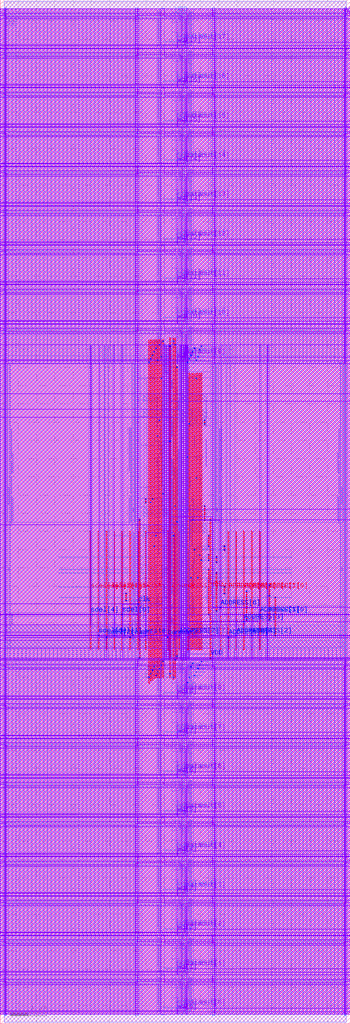
<source format=lef>
VERSION 5.8 ;
BUSBITCHARS "[]" ;
DIVIDERCHAR "/" ;

PROPERTYDEFINITIONS
  MACRO CatenaDesignType STRING ;
END PROPERTYDEFINITIONS

MACRO srambank_64x4x18_6t122
  CLASS BLOCK ;
  ORIGIN 0 0 ;
  FOREIGN srambank_64x4x18_6t122 0 0 ;
  SIZE 9.612 BY 28.080000000000002 ;
  SYMMETRY X Y ;
  SITE coreSite ;
  PIN VDD
    DIRECTION INOUT ;
    USE POWER ;
    PORT
      LAYER M4  ;
        RECT 0.1010 1.1720 9.5090 1.2200 ;
        RECT 0.1010 2.2520 9.5090 2.3000 ;
        RECT 0.1010 3.3320 9.5090 3.3800 ;
        RECT 0.1010 4.4120 9.5090 4.4600 ;
        RECT 0.1010 5.4920 9.5090 5.5400 ;
        RECT 0.1010 6.5720 9.5090 6.6200 ;
        RECT 0.1010 7.6520 9.5090 7.7000 ;
        RECT 0.1010 8.7320 9.5090 8.7800 ;
        RECT 0.1010 9.8120 9.5090 9.8600 ;
        RECT 0.1080 10.2990 9.5040 10.5150 ;
        RECT 5.6100 10.0190 5.8730 10.0430 ;
        RECT 5.7410 13.8030 5.8530 13.8270 ;
        RECT 3.9420 13.4670 5.6700 13.6830 ;
        RECT 3.9420 16.6350 5.6700 16.8510 ;
        RECT 0.1010 19.0190 9.5090 19.0670 ;
        RECT 0.1010 20.0990 9.5090 20.1470 ;
        RECT 0.1010 21.1790 9.5090 21.2270 ;
        RECT 0.1010 22.2590 9.5090 22.3070 ;
        RECT 0.1010 23.3390 9.5090 23.3870 ;
        RECT 0.1010 24.4190 9.5090 24.4670 ;
        RECT 0.1010 25.4990 9.5090 25.5470 ;
        RECT 0.1010 26.5790 9.5090 26.6270 ;
        RECT 0.1010 27.6590 9.5090 27.7070 ;
      LAYER M3  ;
        RECT 9.4770 0.2165 9.4950 1.3765 ;
        RECT 5.8230 0.2170 5.8410 1.3760 ;
        RECT 4.4190 0.2530 4.5090 1.3670 ;
        RECT 3.7710 0.2170 3.7890 1.3760 ;
        RECT 0.1170 0.2165 0.1350 1.3765 ;
        RECT 9.4770 1.2965 9.4950 2.4565 ;
        RECT 5.8230 1.2970 5.8410 2.4560 ;
        RECT 4.4190 1.3330 4.5090 2.4470 ;
        RECT 3.7710 1.2970 3.7890 2.4560 ;
        RECT 0.1170 1.2965 0.1350 2.4565 ;
        RECT 9.4770 2.3765 9.4950 3.5365 ;
        RECT 5.8230 2.3770 5.8410 3.5360 ;
        RECT 4.4190 2.4130 4.5090 3.5270 ;
        RECT 3.7710 2.3770 3.7890 3.5360 ;
        RECT 0.1170 2.3765 0.1350 3.5365 ;
        RECT 9.4770 3.4565 9.4950 4.6165 ;
        RECT 5.8230 3.4570 5.8410 4.6160 ;
        RECT 4.4190 3.4930 4.5090 4.6070 ;
        RECT 3.7710 3.4570 3.7890 4.6160 ;
        RECT 0.1170 3.4565 0.1350 4.6165 ;
        RECT 9.4770 4.5365 9.4950 5.6965 ;
        RECT 5.8230 4.5370 5.8410 5.6960 ;
        RECT 4.4190 4.5730 4.5090 5.6870 ;
        RECT 3.7710 4.5370 3.7890 5.6960 ;
        RECT 0.1170 4.5365 0.1350 5.6965 ;
        RECT 9.4770 5.6165 9.4950 6.7765 ;
        RECT 5.8230 5.6170 5.8410 6.7760 ;
        RECT 4.4190 5.6530 4.5090 6.7670 ;
        RECT 3.7710 5.6170 3.7890 6.7760 ;
        RECT 0.1170 5.6165 0.1350 6.7765 ;
        RECT 9.4770 6.6965 9.4950 7.8565 ;
        RECT 5.8230 6.6970 5.8410 7.8560 ;
        RECT 4.4190 6.7330 4.5090 7.8470 ;
        RECT 3.7710 6.6970 3.7890 7.8560 ;
        RECT 0.1170 6.6965 0.1350 7.8565 ;
        RECT 9.4770 7.7765 9.4950 8.9365 ;
        RECT 5.8230 7.7770 5.8410 8.9360 ;
        RECT 4.4190 7.8130 4.5090 8.9270 ;
        RECT 3.7710 7.7770 3.7890 8.9360 ;
        RECT 0.1170 7.7765 0.1350 8.9365 ;
        RECT 9.4770 8.8565 9.4950 10.0165 ;
        RECT 5.8230 8.8570 5.8410 10.0160 ;
        RECT 4.4190 8.8930 4.5090 10.0070 ;
        RECT 3.7710 8.8570 3.7890 10.0160 ;
        RECT 0.1170 8.8565 0.1350 10.0165 ;
        RECT 9.4770 9.9365 9.4950 18.1435 ;
        RECT 5.8230 10.0160 5.8410 10.1075 ;
        RECT 5.8230 13.7560 5.8410 18.1160 ;
        RECT 4.4550 10.2600 4.6890 17.8430 ;
        RECT 4.4190 17.7570 4.5090 18.2920 ;
        RECT 4.4190 9.9800 4.5090 10.5150 ;
        RECT 0.1170 9.9365 0.1350 18.1435 ;
        RECT 9.4770 18.0635 9.4950 19.2235 ;
        RECT 5.8230 18.0640 5.8410 19.2230 ;
        RECT 4.4190 18.1000 4.5090 19.2140 ;
        RECT 3.7710 18.0640 3.7890 19.2230 ;
        RECT 0.1170 18.0635 0.1350 19.2235 ;
        RECT 9.4770 19.1435 9.4950 20.3035 ;
        RECT 5.8230 19.1440 5.8410 20.3030 ;
        RECT 4.4190 19.1800 4.5090 20.2940 ;
        RECT 3.7710 19.1440 3.7890 20.3030 ;
        RECT 0.1170 19.1435 0.1350 20.3035 ;
        RECT 9.4770 20.2235 9.4950 21.3835 ;
        RECT 5.8230 20.2240 5.8410 21.3830 ;
        RECT 4.4190 20.2600 4.5090 21.3740 ;
        RECT 3.7710 20.2240 3.7890 21.3830 ;
        RECT 0.1170 20.2235 0.1350 21.3835 ;
        RECT 9.4770 21.3035 9.4950 22.4635 ;
        RECT 5.8230 21.3040 5.8410 22.4630 ;
        RECT 4.4190 21.3400 4.5090 22.4540 ;
        RECT 3.7710 21.3040 3.7890 22.4630 ;
        RECT 0.1170 21.3035 0.1350 22.4635 ;
        RECT 9.4770 22.3835 9.4950 23.5435 ;
        RECT 5.8230 22.3840 5.8410 23.5430 ;
        RECT 4.4190 22.4200 4.5090 23.5340 ;
        RECT 3.7710 22.3840 3.7890 23.5430 ;
        RECT 0.1170 22.3835 0.1350 23.5435 ;
        RECT 9.4770 23.4635 9.4950 24.6235 ;
        RECT 5.8230 23.4640 5.8410 24.6230 ;
        RECT 4.4190 23.5000 4.5090 24.6140 ;
        RECT 3.7710 23.4640 3.7890 24.6230 ;
        RECT 0.1170 23.4635 0.1350 24.6235 ;
        RECT 9.4770 24.5435 9.4950 25.7035 ;
        RECT 5.8230 24.5440 5.8410 25.7030 ;
        RECT 4.4190 24.5800 4.5090 25.6940 ;
        RECT 3.7710 24.5440 3.7890 25.7030 ;
        RECT 0.1170 24.5435 0.1350 25.7035 ;
        RECT 9.4770 25.6235 9.4950 26.7835 ;
        RECT 5.8230 25.6240 5.8410 26.7830 ;
        RECT 4.4190 25.6600 4.5090 26.7740 ;
        RECT 3.7710 25.6240 3.7890 26.7830 ;
        RECT 0.1170 25.6235 0.1350 26.7835 ;
        RECT 9.4770 26.7035 9.4950 27.8635 ;
        RECT 5.8230 26.7040 5.8410 27.8630 ;
        RECT 4.4190 26.7400 4.5090 27.8540 ;
        RECT 3.7710 26.7040 3.7890 27.8630 ;
        RECT 0.1170 26.7035 0.1350 27.8635 ;
      LAYER V3  ;
        RECT 0.1170 1.1720 0.1350 1.2200 ;
        RECT 3.7710 1.1720 3.7890 1.2200 ;
        RECT 4.4190 1.1720 4.5090 1.2200 ;
        RECT 5.8230 1.1720 5.8410 1.2200 ;
        RECT 9.4770 1.1720 9.4950 1.2200 ;
        RECT 0.1170 2.2520 0.1350 2.3000 ;
        RECT 3.7710 2.2520 3.7890 2.3000 ;
        RECT 4.4190 2.2520 4.5090 2.3000 ;
        RECT 5.8230 2.2520 5.8410 2.3000 ;
        RECT 9.4770 2.2520 9.4950 2.3000 ;
        RECT 0.1170 3.3320 0.1350 3.3800 ;
        RECT 3.7710 3.3320 3.7890 3.3800 ;
        RECT 4.4190 3.3320 4.5090 3.3800 ;
        RECT 5.8230 3.3320 5.8410 3.3800 ;
        RECT 9.4770 3.3320 9.4950 3.3800 ;
        RECT 0.1170 4.4120 0.1350 4.4600 ;
        RECT 3.7710 4.4120 3.7890 4.4600 ;
        RECT 4.4190 4.4120 4.5090 4.4600 ;
        RECT 5.8230 4.4120 5.8410 4.4600 ;
        RECT 9.4770 4.4120 9.4950 4.4600 ;
        RECT 0.1170 5.4920 0.1350 5.5400 ;
        RECT 3.7710 5.4920 3.7890 5.5400 ;
        RECT 4.4190 5.4920 4.5090 5.5400 ;
        RECT 5.8230 5.4920 5.8410 5.5400 ;
        RECT 9.4770 5.4920 9.4950 5.5400 ;
        RECT 0.1170 6.5720 0.1350 6.6200 ;
        RECT 3.7710 6.5720 3.7890 6.6200 ;
        RECT 4.4190 6.5720 4.5090 6.6200 ;
        RECT 5.8230 6.5720 5.8410 6.6200 ;
        RECT 9.4770 6.5720 9.4950 6.6200 ;
        RECT 0.1170 7.6520 0.1350 7.7000 ;
        RECT 3.7710 7.6520 3.7890 7.7000 ;
        RECT 4.4190 7.6520 4.5090 7.7000 ;
        RECT 5.8230 7.6520 5.8410 7.7000 ;
        RECT 9.4770 7.6520 9.4950 7.7000 ;
        RECT 0.1170 8.7320 0.1350 8.7800 ;
        RECT 3.7710 8.7320 3.7890 8.7800 ;
        RECT 4.4190 8.7320 4.5090 8.7800 ;
        RECT 5.8230 8.7320 5.8410 8.7800 ;
        RECT 9.4770 8.7320 9.4950 8.7800 ;
        RECT 0.1170 9.8120 0.1350 9.8600 ;
        RECT 3.7710 9.8120 3.7890 9.8600 ;
        RECT 4.4190 9.8120 4.5090 9.8600 ;
        RECT 5.8230 9.8120 5.8410 9.8600 ;
        RECT 9.4770 9.8120 9.4950 9.8600 ;
        RECT 0.1170 10.2990 0.1350 10.5150 ;
        RECT 4.4590 16.6350 4.4770 16.8510 ;
        RECT 4.4590 13.4670 4.4770 13.6830 ;
        RECT 4.4590 10.2990 4.4770 10.5150 ;
        RECT 4.5110 16.6350 4.5290 16.8510 ;
        RECT 4.5110 13.4670 4.5290 13.6830 ;
        RECT 4.5110 10.2990 4.5290 10.5150 ;
        RECT 4.5630 16.6350 4.5810 16.8510 ;
        RECT 4.5630 13.4670 4.5810 13.6830 ;
        RECT 4.5630 10.2990 4.5810 10.5150 ;
        RECT 4.6150 16.6350 4.6330 16.8510 ;
        RECT 4.6150 13.4670 4.6330 13.6830 ;
        RECT 4.6150 10.2990 4.6330 10.5150 ;
        RECT 4.6670 16.6350 4.6850 16.8510 ;
        RECT 4.6670 13.4670 4.6850 13.6830 ;
        RECT 4.6670 10.2990 4.6850 10.5150 ;
        RECT 5.8230 13.8030 5.8410 13.8270 ;
        RECT 5.8230 10.0190 5.8410 10.0430 ;
        RECT 0.1170 19.0190 0.1350 19.0670 ;
        RECT 3.7710 19.0190 3.7890 19.0670 ;
        RECT 4.4190 19.0190 4.5090 19.0670 ;
        RECT 5.8230 19.0190 5.8410 19.0670 ;
        RECT 9.4770 19.0190 9.4950 19.0670 ;
        RECT 0.1170 20.0990 0.1350 20.1470 ;
        RECT 3.7710 20.0990 3.7890 20.1470 ;
        RECT 4.4190 20.0990 4.5090 20.1470 ;
        RECT 5.8230 20.0990 5.8410 20.1470 ;
        RECT 9.4770 20.0990 9.4950 20.1470 ;
        RECT 0.1170 21.1790 0.1350 21.2270 ;
        RECT 3.7710 21.1790 3.7890 21.2270 ;
        RECT 4.4190 21.1790 4.5090 21.2270 ;
        RECT 5.8230 21.1790 5.8410 21.2270 ;
        RECT 9.4770 21.1790 9.4950 21.2270 ;
        RECT 0.1170 22.2590 0.1350 22.3070 ;
        RECT 3.7710 22.2590 3.7890 22.3070 ;
        RECT 4.4190 22.2590 4.5090 22.3070 ;
        RECT 5.8230 22.2590 5.8410 22.3070 ;
        RECT 9.4770 22.2590 9.4950 22.3070 ;
        RECT 0.1170 23.3390 0.1350 23.3870 ;
        RECT 3.7710 23.3390 3.7890 23.3870 ;
        RECT 4.4190 23.3390 4.5090 23.3870 ;
        RECT 5.8230 23.3390 5.8410 23.3870 ;
        RECT 9.4770 23.3390 9.4950 23.3870 ;
        RECT 0.1170 24.4190 0.1350 24.4670 ;
        RECT 3.7710 24.4190 3.7890 24.4670 ;
        RECT 4.4190 24.4190 4.5090 24.4670 ;
        RECT 5.8230 24.4190 5.8410 24.4670 ;
        RECT 9.4770 24.4190 9.4950 24.4670 ;
        RECT 0.1170 25.4990 0.1350 25.5470 ;
        RECT 3.7710 25.4990 3.7890 25.5470 ;
        RECT 4.4190 25.4990 4.5090 25.5470 ;
        RECT 5.8230 25.4990 5.8410 25.5470 ;
        RECT 9.4770 25.4990 9.4950 25.5470 ;
        RECT 0.1170 26.5790 0.1350 26.6270 ;
        RECT 3.7710 26.5790 3.7890 26.6270 ;
        RECT 4.4190 26.5790 4.5090 26.6270 ;
        RECT 5.8230 26.5790 5.8410 26.6270 ;
        RECT 9.4770 26.5790 9.4950 26.6270 ;
        RECT 0.1170 27.6590 0.1350 27.7070 ;
        RECT 3.7710 27.6590 3.7890 27.7070 ;
        RECT 4.4190 27.6590 4.5090 27.7070 ;
        RECT 5.8230 27.6590 5.8410 27.7070 ;
        RECT 9.4770 27.6590 9.4950 27.7070 ;
      LAYER M5  ;
        RECT 5.7590 10.0010 5.7830 13.8450 ;
      LAYER V4  ;
        RECT 5.7590 13.8030 5.7830 13.8270 ;
        RECT 5.7590 10.0190 5.7830 10.0430 ;
    END
  END VDD
  PIN VSS
    DIRECTION INOUT ;
    USE POWER ;
    PORT
      LAYER M4  ;
        RECT 0.1010 1.0760 9.5040 1.1240 ;
        RECT 0.1010 2.1560 9.5040 2.2040 ;
        RECT 0.1010 3.2360 9.5040 3.2840 ;
        RECT 0.1010 4.3160 9.5040 4.3640 ;
        RECT 0.1010 5.3960 9.5040 5.4440 ;
        RECT 0.1010 6.4760 9.5040 6.5240 ;
        RECT 0.1010 7.5560 9.5040 7.6040 ;
        RECT 0.1010 8.6360 9.5040 8.6840 ;
        RECT 0.1010 9.7160 9.5040 9.7640 ;
        RECT 0.1080 10.7310 9.5040 10.9470 ;
        RECT 3.9420 13.8990 5.6700 14.1150 ;
        RECT 3.9420 17.0670 5.6700 17.2830 ;
        RECT 0.1010 18.9230 9.5040 18.9710 ;
        RECT 0.1010 20.0030 9.5040 20.0510 ;
        RECT 0.1010 21.0830 9.5040 21.1310 ;
        RECT 0.1010 22.1630 9.5040 22.2110 ;
        RECT 0.1010 23.2430 9.5040 23.2910 ;
        RECT 0.1010 24.3230 9.5040 24.3710 ;
        RECT 0.1010 25.4030 9.5040 25.4510 ;
        RECT 0.1010 26.4830 9.5040 26.5310 ;
        RECT 0.1010 27.5630 9.5040 27.6110 ;
      LAYER M3  ;
        RECT 9.4410 0.2165 9.4590 1.3765 ;
        RECT 5.8770 0.2165 5.8950 1.3765 ;
        RECT 5.1120 0.2530 5.1480 1.3670 ;
        RECT 4.9590 0.2530 4.9860 1.3670 ;
        RECT 3.7170 0.2165 3.7350 1.3765 ;
        RECT 0.1530 0.2165 0.1710 1.3765 ;
        RECT 9.4410 1.2965 9.4590 2.4565 ;
        RECT 5.8770 1.2965 5.8950 2.4565 ;
        RECT 5.1120 1.3330 5.1480 2.4470 ;
        RECT 4.9590 1.3330 4.9860 2.4470 ;
        RECT 3.7170 1.2965 3.7350 2.4565 ;
        RECT 0.1530 1.2965 0.1710 2.4565 ;
        RECT 9.4410 2.3765 9.4590 3.5365 ;
        RECT 5.8770 2.3765 5.8950 3.5365 ;
        RECT 5.1120 2.4130 5.1480 3.5270 ;
        RECT 4.9590 2.4130 4.9860 3.5270 ;
        RECT 3.7170 2.3765 3.7350 3.5365 ;
        RECT 0.1530 2.3765 0.1710 3.5365 ;
        RECT 9.4410 3.4565 9.4590 4.6165 ;
        RECT 5.8770 3.4565 5.8950 4.6165 ;
        RECT 5.1120 3.4930 5.1480 4.6070 ;
        RECT 4.9590 3.4930 4.9860 4.6070 ;
        RECT 3.7170 3.4565 3.7350 4.6165 ;
        RECT 0.1530 3.4565 0.1710 4.6165 ;
        RECT 9.4410 4.5365 9.4590 5.6965 ;
        RECT 5.8770 4.5365 5.8950 5.6965 ;
        RECT 5.1120 4.5730 5.1480 5.6870 ;
        RECT 4.9590 4.5730 4.9860 5.6870 ;
        RECT 3.7170 4.5365 3.7350 5.6965 ;
        RECT 0.1530 4.5365 0.1710 5.6965 ;
        RECT 9.4410 5.6165 9.4590 6.7765 ;
        RECT 5.8770 5.6165 5.8950 6.7765 ;
        RECT 5.1120 5.6530 5.1480 6.7670 ;
        RECT 4.9590 5.6530 4.9860 6.7670 ;
        RECT 3.7170 5.6165 3.7350 6.7765 ;
        RECT 0.1530 5.6165 0.1710 6.7765 ;
        RECT 9.4410 6.6965 9.4590 7.8565 ;
        RECT 5.8770 6.6965 5.8950 7.8565 ;
        RECT 5.1120 6.7330 5.1480 7.8470 ;
        RECT 4.9590 6.7330 4.9860 7.8470 ;
        RECT 3.7170 6.6965 3.7350 7.8565 ;
        RECT 0.1530 6.6965 0.1710 7.8565 ;
        RECT 9.4410 7.7765 9.4590 8.9365 ;
        RECT 5.8770 7.7765 5.8950 8.9365 ;
        RECT 5.1120 7.8130 5.1480 8.9270 ;
        RECT 4.9590 7.8130 4.9860 8.9270 ;
        RECT 3.7170 7.7765 3.7350 8.9365 ;
        RECT 0.1530 7.7765 0.1710 8.9365 ;
        RECT 9.4410 8.8565 9.4590 10.0165 ;
        RECT 5.8770 8.8565 5.8950 10.0165 ;
        RECT 5.1120 8.8930 5.1480 10.0070 ;
        RECT 4.9590 8.8930 4.9860 10.0070 ;
        RECT 3.7170 8.8565 3.7350 10.0165 ;
        RECT 0.1530 8.8565 0.1710 10.0165 ;
        RECT 9.4410 9.9365 9.4590 18.1435 ;
        RECT 5.8770 9.9365 5.8950 18.1435 ;
        RECT 4.9230 10.1600 5.1570 17.8430 ;
        RECT 5.1120 9.9800 5.1480 18.1170 ;
        RECT 4.9590 9.9800 4.9860 18.1140 ;
        RECT 3.7170 9.9365 3.7350 18.1435 ;
        RECT 0.1530 9.9365 0.1710 18.1435 ;
        RECT 9.4410 18.0635 9.4590 19.2235 ;
        RECT 5.8770 18.0635 5.8950 19.2235 ;
        RECT 5.1120 18.1000 5.1480 19.2140 ;
        RECT 4.9590 18.1000 4.9860 19.2140 ;
        RECT 3.7170 18.0635 3.7350 19.2235 ;
        RECT 0.1530 18.0635 0.1710 19.2235 ;
        RECT 9.4410 19.1435 9.4590 20.3035 ;
        RECT 5.8770 19.1435 5.8950 20.3035 ;
        RECT 5.1120 19.1800 5.1480 20.2940 ;
        RECT 4.9590 19.1800 4.9860 20.2940 ;
        RECT 3.7170 19.1435 3.7350 20.3035 ;
        RECT 0.1530 19.1435 0.1710 20.3035 ;
        RECT 9.4410 20.2235 9.4590 21.3835 ;
        RECT 5.8770 20.2235 5.8950 21.3835 ;
        RECT 5.1120 20.2600 5.1480 21.3740 ;
        RECT 4.9590 20.2600 4.9860 21.3740 ;
        RECT 3.7170 20.2235 3.7350 21.3835 ;
        RECT 0.1530 20.2235 0.1710 21.3835 ;
        RECT 9.4410 21.3035 9.4590 22.4635 ;
        RECT 5.8770 21.3035 5.8950 22.4635 ;
        RECT 5.1120 21.3400 5.1480 22.4540 ;
        RECT 4.9590 21.3400 4.9860 22.4540 ;
        RECT 3.7170 21.3035 3.7350 22.4635 ;
        RECT 0.1530 21.3035 0.1710 22.4635 ;
        RECT 9.4410 22.3835 9.4590 23.5435 ;
        RECT 5.8770 22.3835 5.8950 23.5435 ;
        RECT 5.1120 22.4200 5.1480 23.5340 ;
        RECT 4.9590 22.4200 4.9860 23.5340 ;
        RECT 3.7170 22.3835 3.7350 23.5435 ;
        RECT 0.1530 22.3835 0.1710 23.5435 ;
        RECT 9.4410 23.4635 9.4590 24.6235 ;
        RECT 5.8770 23.4635 5.8950 24.6235 ;
        RECT 5.1120 23.5000 5.1480 24.6140 ;
        RECT 4.9590 23.5000 4.9860 24.6140 ;
        RECT 3.7170 23.4635 3.7350 24.6235 ;
        RECT 0.1530 23.4635 0.1710 24.6235 ;
        RECT 9.4410 24.5435 9.4590 25.7035 ;
        RECT 5.8770 24.5435 5.8950 25.7035 ;
        RECT 5.1120 24.5800 5.1480 25.6940 ;
        RECT 4.9590 24.5800 4.9860 25.6940 ;
        RECT 3.7170 24.5435 3.7350 25.7035 ;
        RECT 0.1530 24.5435 0.1710 25.7035 ;
        RECT 9.4410 25.6235 9.4590 26.7835 ;
        RECT 5.8770 25.6235 5.8950 26.7835 ;
        RECT 5.1120 25.6600 5.1480 26.7740 ;
        RECT 4.9590 25.6600 4.9860 26.7740 ;
        RECT 3.7170 25.6235 3.7350 26.7835 ;
        RECT 0.1530 25.6235 0.1710 26.7835 ;
        RECT 9.4410 26.7035 9.4590 27.8635 ;
        RECT 5.8770 26.7035 5.8950 27.8635 ;
        RECT 5.1120 26.7400 5.1480 27.8540 ;
        RECT 4.9590 26.7400 4.9860 27.8540 ;
        RECT 3.7170 26.7035 3.7350 27.8635 ;
        RECT 0.1530 26.7035 0.1710 27.8635 ;
      LAYER V3  ;
        RECT 0.1530 1.0760 0.1710 1.1240 ;
        RECT 3.7170 1.0760 3.7350 1.1240 ;
        RECT 4.9590 1.0760 4.9860 1.1240 ;
        RECT 5.1120 1.0760 5.1480 1.1240 ;
        RECT 5.8770 1.0760 5.8950 1.1240 ;
        RECT 9.4410 1.0760 9.4590 1.1240 ;
        RECT 0.1530 2.1560 0.1710 2.2040 ;
        RECT 3.7170 2.1560 3.7350 2.2040 ;
        RECT 4.9590 2.1560 4.9860 2.2040 ;
        RECT 5.1120 2.1560 5.1480 2.2040 ;
        RECT 5.8770 2.1560 5.8950 2.2040 ;
        RECT 9.4410 2.1560 9.4590 2.2040 ;
        RECT 0.1530 3.2360 0.1710 3.2840 ;
        RECT 3.7170 3.2360 3.7350 3.2840 ;
        RECT 4.9590 3.2360 4.9860 3.2840 ;
        RECT 5.1120 3.2360 5.1480 3.2840 ;
        RECT 5.8770 3.2360 5.8950 3.2840 ;
        RECT 9.4410 3.2360 9.4590 3.2840 ;
        RECT 0.1530 4.3160 0.1710 4.3640 ;
        RECT 3.7170 4.3160 3.7350 4.3640 ;
        RECT 4.9590 4.3160 4.9860 4.3640 ;
        RECT 5.1120 4.3160 5.1480 4.3640 ;
        RECT 5.8770 4.3160 5.8950 4.3640 ;
        RECT 9.4410 4.3160 9.4590 4.3640 ;
        RECT 0.1530 5.3960 0.1710 5.4440 ;
        RECT 3.7170 5.3960 3.7350 5.4440 ;
        RECT 4.9590 5.3960 4.9860 5.4440 ;
        RECT 5.1120 5.3960 5.1480 5.4440 ;
        RECT 5.8770 5.3960 5.8950 5.4440 ;
        RECT 9.4410 5.3960 9.4590 5.4440 ;
        RECT 0.1530 6.4760 0.1710 6.5240 ;
        RECT 3.7170 6.4760 3.7350 6.5240 ;
        RECT 4.9590 6.4760 4.9860 6.5240 ;
        RECT 5.1120 6.4760 5.1480 6.5240 ;
        RECT 5.8770 6.4760 5.8950 6.5240 ;
        RECT 9.4410 6.4760 9.4590 6.5240 ;
        RECT 0.1530 7.5560 0.1710 7.6040 ;
        RECT 3.7170 7.5560 3.7350 7.6040 ;
        RECT 4.9590 7.5560 4.9860 7.6040 ;
        RECT 5.1120 7.5560 5.1480 7.6040 ;
        RECT 5.8770 7.5560 5.8950 7.6040 ;
        RECT 9.4410 7.5560 9.4590 7.6040 ;
        RECT 0.1530 8.6360 0.1710 8.6840 ;
        RECT 3.7170 8.6360 3.7350 8.6840 ;
        RECT 4.9590 8.6360 4.9860 8.6840 ;
        RECT 5.1120 8.6360 5.1480 8.6840 ;
        RECT 5.8770 8.6360 5.8950 8.6840 ;
        RECT 9.4410 8.6360 9.4590 8.6840 ;
        RECT 0.1530 9.7160 0.1710 9.7640 ;
        RECT 3.7170 9.7160 3.7350 9.7640 ;
        RECT 4.9590 9.7160 4.9860 9.7640 ;
        RECT 5.1120 9.7160 5.1480 9.7640 ;
        RECT 5.8770 9.7160 5.8950 9.7640 ;
        RECT 9.4410 9.7160 9.4590 9.7640 ;
        RECT 0.1530 10.7310 0.1710 10.9470 ;
        RECT 4.9270 17.0670 4.9450 17.2830 ;
        RECT 4.9270 13.8990 4.9450 14.1150 ;
        RECT 4.9270 10.7310 4.9450 10.9470 ;
        RECT 4.9790 17.0670 4.9970 17.2830 ;
        RECT 4.9790 13.8990 4.9970 14.1150 ;
        RECT 4.9790 10.7310 4.9970 10.9470 ;
        RECT 5.0310 17.0670 5.0490 17.2830 ;
        RECT 5.0310 13.8990 5.0490 14.1150 ;
        RECT 5.0310 10.7310 5.0490 10.9470 ;
        RECT 5.0830 17.0670 5.1010 17.2830 ;
        RECT 5.0830 13.8990 5.1010 14.1150 ;
        RECT 5.0830 10.7310 5.1010 10.9470 ;
        RECT 5.1350 17.0670 5.1530 17.2830 ;
        RECT 5.1350 13.8990 5.1530 14.1150 ;
        RECT 5.1350 10.7310 5.1530 10.9470 ;
        RECT 0.1530 18.9230 0.1710 18.9710 ;
        RECT 3.7170 18.9230 3.7350 18.9710 ;
        RECT 4.9590 18.9230 4.9860 18.9710 ;
        RECT 5.1120 18.9230 5.1480 18.9710 ;
        RECT 5.8770 18.9230 5.8950 18.9710 ;
        RECT 9.4410 18.9230 9.4590 18.9710 ;
        RECT 0.1530 20.0030 0.1710 20.0510 ;
        RECT 3.7170 20.0030 3.7350 20.0510 ;
        RECT 4.9590 20.0030 4.9860 20.0510 ;
        RECT 5.1120 20.0030 5.1480 20.0510 ;
        RECT 5.8770 20.0030 5.8950 20.0510 ;
        RECT 9.4410 20.0030 9.4590 20.0510 ;
        RECT 0.1530 21.0830 0.1710 21.1310 ;
        RECT 3.7170 21.0830 3.7350 21.1310 ;
        RECT 4.9590 21.0830 4.9860 21.1310 ;
        RECT 5.1120 21.0830 5.1480 21.1310 ;
        RECT 5.8770 21.0830 5.8950 21.1310 ;
        RECT 9.4410 21.0830 9.4590 21.1310 ;
        RECT 0.1530 22.1630 0.1710 22.2110 ;
        RECT 3.7170 22.1630 3.7350 22.2110 ;
        RECT 4.9590 22.1630 4.9860 22.2110 ;
        RECT 5.1120 22.1630 5.1480 22.2110 ;
        RECT 5.8770 22.1630 5.8950 22.2110 ;
        RECT 9.4410 22.1630 9.4590 22.2110 ;
        RECT 0.1530 23.2430 0.1710 23.2910 ;
        RECT 3.7170 23.2430 3.7350 23.2910 ;
        RECT 4.9590 23.2430 4.9860 23.2910 ;
        RECT 5.1120 23.2430 5.1480 23.2910 ;
        RECT 5.8770 23.2430 5.8950 23.2910 ;
        RECT 9.4410 23.2430 9.4590 23.2910 ;
        RECT 0.1530 24.3230 0.1710 24.3710 ;
        RECT 3.7170 24.3230 3.7350 24.3710 ;
        RECT 4.9590 24.3230 4.9860 24.3710 ;
        RECT 5.1120 24.3230 5.1480 24.3710 ;
        RECT 5.8770 24.3230 5.8950 24.3710 ;
        RECT 9.4410 24.3230 9.4590 24.3710 ;
        RECT 0.1530 25.4030 0.1710 25.4510 ;
        RECT 3.7170 25.4030 3.7350 25.4510 ;
        RECT 4.9590 25.4030 4.9860 25.4510 ;
        RECT 5.1120 25.4030 5.1480 25.4510 ;
        RECT 5.8770 25.4030 5.8950 25.4510 ;
        RECT 9.4410 25.4030 9.4590 25.4510 ;
        RECT 0.1530 26.4830 0.1710 26.5310 ;
        RECT 3.7170 26.4830 3.7350 26.5310 ;
        RECT 4.9590 26.4830 4.9860 26.5310 ;
        RECT 5.1120 26.4830 5.1480 26.5310 ;
        RECT 5.8770 26.4830 5.8950 26.5310 ;
        RECT 9.4410 26.4830 9.4590 26.5310 ;
        RECT 0.1530 27.5630 0.1710 27.6110 ;
        RECT 3.7170 27.5630 3.7350 27.6110 ;
        RECT 4.9590 27.5630 4.9860 27.6110 ;
        RECT 5.1120 27.5630 5.1480 27.6110 ;
        RECT 5.8770 27.5630 5.8950 27.6110 ;
        RECT 9.4410 27.5630 9.4590 27.6110 ;
    END
  END VSS
  PIN ADDRESS[0]
    DIRECTION INPUT ;
    USE SIGNAL ;
    PORT
      LAYER M3  ;
        RECT 7.3350 11.2030 7.3530 11.2400 ;
      LAYER M4  ;
        RECT 7.2830 11.2110 7.3670 11.2350 ;
      LAYER M5  ;
        RECT 7.3320 10.2600 7.3560 13.5000 ;
      LAYER V3  ;
        RECT 7.3350 11.2110 7.3530 11.2350 ;
      LAYER V4  ;
        RECT 7.3320 11.2110 7.3560 11.2350 ;
    END
  END ADDRESS[0]
  PIN ADDRESS[1]
    DIRECTION INPUT ;
    USE SIGNAL ;
    PORT
      LAYER M3  ;
        RECT 7.1190 11.2060 7.1370 11.2430 ;
      LAYER M4  ;
        RECT 7.0670 11.2110 7.1510 11.2350 ;
      LAYER M5  ;
        RECT 7.1160 10.2600 7.1400 13.5000 ;
      LAYER V3  ;
        RECT 7.1190 11.2110 7.1370 11.2350 ;
      LAYER V4  ;
        RECT 7.1160 11.2110 7.1400 11.2350 ;
    END
  END ADDRESS[1]
  PIN ADDRESS[2]
    DIRECTION INPUT ;
    USE SIGNAL ;
    PORT
      LAYER M3  ;
        RECT 6.9030 10.6270 6.9210 10.6640 ;
      LAYER M4  ;
        RECT 6.8510 10.6350 6.9350 10.6590 ;
      LAYER M5  ;
        RECT 6.9000 10.2600 6.9240 13.5000 ;
      LAYER V3  ;
        RECT 6.9030 10.6350 6.9210 10.6590 ;
      LAYER V4  ;
        RECT 6.9000 10.6350 6.9240 10.6590 ;
    END
  END ADDRESS[2]
  PIN ADDRESS[3]
    DIRECTION INPUT ;
    USE SIGNAL ;
    PORT
      LAYER M3  ;
        RECT 6.6870 10.8670 6.7050 11.0480 ;
      LAYER M4  ;
        RECT 6.6350 11.0190 6.7190 11.0430 ;
      LAYER M5  ;
        RECT 6.6840 10.2600 6.7080 13.5000 ;
      LAYER V3  ;
        RECT 6.6870 11.0190 6.7050 11.0430 ;
      LAYER V4  ;
        RECT 6.6840 11.0190 6.7080 11.0430 ;
    END
  END ADDRESS[3]
  PIN ADDRESS[4]
    DIRECTION INPUT ;
    USE SIGNAL ;
    PORT
      LAYER M3  ;
        RECT 6.4710 10.6300 6.4890 10.6970 ;
      LAYER M4  ;
        RECT 6.4190 10.6350 6.5030 10.6590 ;
      LAYER M5  ;
        RECT 6.4680 10.2600 6.4920 13.5000 ;
      LAYER V3  ;
        RECT 6.4710 10.6350 6.4890 10.6590 ;
      LAYER V4  ;
        RECT 6.4680 10.6350 6.4920 10.6590 ;
    END
  END ADDRESS[4]
  PIN ADDRESS[5]
    DIRECTION INPUT ;
    USE SIGNAL ;
    PORT
      LAYER M3  ;
        RECT 6.2550 10.3630 6.2730 10.6160 ;
      LAYER M4  ;
        RECT 6.2030 10.5870 6.2870 10.6110 ;
      LAYER M5  ;
        RECT 6.2520 10.2600 6.2760 13.5000 ;
      LAYER V3  ;
        RECT 6.2550 10.5870 6.2730 10.6110 ;
      LAYER V4  ;
        RECT 6.2520 10.5870 6.2760 10.6110 ;
    END
  END ADDRESS[5]
  PIN ADDRESS[6]
    DIRECTION INPUT ;
    USE SIGNAL ;
    PORT
      LAYER M3  ;
        RECT 6.0390 11.3980 6.0570 11.4350 ;
      LAYER M4  ;
        RECT 5.9870 11.4030 6.0710 11.4270 ;
      LAYER M5  ;
        RECT 6.0360 10.2600 6.0600 13.5000 ;
      LAYER V3  ;
        RECT 6.0390 11.4030 6.0570 11.4270 ;
      LAYER V4  ;
        RECT 6.0360 11.4030 6.0600 11.4270 ;
    END
  END ADDRESS[6]
  PIN ADDRESS[7]
    DIRECTION INPUT ;
    USE SIGNAL ;
    PORT
      LAYER M3  ;
        RECT 5.1750 10.6300 5.1930 10.6970 ;
      LAYER M4  ;
        RECT 4.8910 10.6350 5.2040 10.6590 ;
      LAYER M5  ;
        RECT 4.9020 10.2600 4.9260 13.5000 ;
      LAYER V3  ;
        RECT 5.1750 10.6350 5.1930 10.6590 ;
      LAYER V4  ;
        RECT 4.9020 10.6350 4.9260 10.6590 ;
    END
  END ADDRESS[7]
  PIN banksel
    DIRECTION INPUT ;
    USE SIGNAL ;
    PORT
      LAYER M3  ;
        RECT 4.7790 10.3630 4.7970 10.6160 ;
      LAYER M4  ;
        RECT 4.5670 10.5870 4.8080 10.6110 ;
      LAYER M5  ;
        RECT 4.5780 10.2600 4.6020 13.5000 ;
      LAYER V3  ;
        RECT 4.7790 10.5870 4.7970 10.6110 ;
      LAYER V4  ;
        RECT 4.5780 10.5870 4.6020 10.6110 ;
    END
  END banksel
  PIN write
    DIRECTION INPUT ;
    USE SIGNAL ;
    PORT
      LAYER M3  ;
        RECT 3.9870 10.6300 4.0050 10.6970 ;
      LAYER M4  ;
        RECT 3.9350 10.6350 4.0190 10.6590 ;
      LAYER M5  ;
        RECT 3.9840 10.2600 4.0080 13.5000 ;
      LAYER V3  ;
        RECT 3.9870 10.6350 4.0050 10.6590 ;
      LAYER V4  ;
        RECT 3.9840 10.6350 4.0080 10.6590 ;
    END
  END write
  PIN clk
    DIRECTION INPUT ;
    USE SIGNAL ;
    PORT
      LAYER M3  ;
        RECT 3.7710 11.4940 3.7890 11.5430 ;
      LAYER M4  ;
        RECT 3.7190 11.4990 3.8030 11.5230 ;
      LAYER M5  ;
        RECT 3.7680 10.2600 3.7920 13.5000 ;
      LAYER V3  ;
        RECT 3.7710 11.4990 3.7890 11.5230 ;
      LAYER V4  ;
        RECT 3.7680 11.4990 3.7920 11.5230 ;
    END
  END clk
  PIN read
    DIRECTION INPUT ;
    USE SIGNAL ;
    PORT
      LAYER M3  ;
        RECT 3.8070 10.3630 3.8250 10.6160 ;
      LAYER M4  ;
        RECT 3.5410 10.5870 3.8360 10.6110 ;
      LAYER M5  ;
        RECT 3.5520 10.2600 3.5760 13.5000 ;
      LAYER V3  ;
        RECT 3.8070 10.5870 3.8250 10.6110 ;
      LAYER V4  ;
        RECT 3.5520 10.5870 3.5760 10.6110 ;
    END
  END read
  PIN sdel[0]
    DIRECTION INPUT ;
    USE SIGNAL ;
    PORT
      LAYER M3  ;
        RECT 3.3390 11.2030 3.3570 11.2400 ;
      LAYER M4  ;
        RECT 3.2870 11.2110 3.3710 11.2350 ;
      LAYER M5  ;
        RECT 3.3360 10.2600 3.3600 13.5000 ;
      LAYER V3  ;
        RECT 3.3390 11.2110 3.3570 11.2350 ;
      LAYER V4  ;
        RECT 3.3360 11.2110 3.3600 11.2350 ;
    END
  END sdel[0]
  PIN sdel[1]
    DIRECTION INPUT ;
    USE SIGNAL ;
    PORT
      LAYER M3  ;
        RECT 3.1230 10.6300 3.1410 10.8590 ;
      LAYER M4  ;
        RECT 3.0710 10.6350 3.1550 10.6590 ;
      LAYER M5  ;
        RECT 3.1200 10.2600 3.1440 13.5000 ;
      LAYER V3  ;
        RECT 3.1230 10.6350 3.1410 10.6590 ;
      LAYER V4  ;
        RECT 3.1200 10.6350 3.1440 10.6590 ;
    END
  END sdel[1]
  PIN sdel[2]
    DIRECTION INPUT ;
    USE SIGNAL ;
    PORT
      LAYER M3  ;
        RECT 2.9070 10.3630 2.9250 10.6160 ;
      LAYER M4  ;
        RECT 2.8550 10.5870 2.9390 10.6110 ;
      LAYER M5  ;
        RECT 2.9040 10.2600 2.9280 13.5000 ;
      LAYER V3  ;
        RECT 2.9070 10.5870 2.9250 10.6110 ;
      LAYER V4  ;
        RECT 2.9040 10.5870 2.9280 10.6110 ;
    END
  END sdel[2]
  PIN sdel[3]
    DIRECTION INPUT ;
    USE SIGNAL ;
    PORT
      LAYER M3  ;
        RECT 2.6910 10.6270 2.7090 10.6640 ;
      LAYER M4  ;
        RECT 2.6390 10.6350 2.7230 10.6590 ;
      LAYER M5  ;
        RECT 2.6880 10.2600 2.7120 13.5000 ;
      LAYER V3  ;
        RECT 2.6910 10.6350 2.7090 10.6590 ;
      LAYER V4  ;
        RECT 2.6880 10.6350 2.7120 10.6590 ;
    END
  END sdel[3]
  PIN sdel[4]
    DIRECTION INPUT ;
    USE SIGNAL ;
    PORT
      LAYER M3  ;
        RECT 2.4750 11.2030 2.4930 11.2400 ;
      LAYER M4  ;
        RECT 2.4230 11.2110 2.5070 11.2350 ;
      LAYER M5  ;
        RECT 2.4720 10.2600 2.4960 13.5000 ;
      LAYER V3  ;
        RECT 2.4750 11.2110 2.4930 11.2350 ;
      LAYER V4  ;
        RECT 2.4720 11.2110 2.4960 11.2350 ;
    END
  END sdel[4]
  PIN dataout[0]
    DIRECTION OUTPUT ;
    USE SIGNAL ;
    PORT
      LAYER M4  ;
        RECT 4.4880 0.4280 5.1360 0.4520 ;
      LAYER M3  ;
        RECT 5.0760 0.3775 5.0940 0.6170 ;
      LAYER V3  ;
        RECT 5.0760 0.4280 5.0940 0.4520 ;
    END
  END dataout[0]
  PIN wd[0]
    DIRECTION INPUT ;
    USE SIGNAL ;
    PORT
      LAYER M4  ;
        RECT 4.4880 0.3320 5.2040 0.3560 ;
      LAYER M3  ;
        RECT 4.8510 0.2700 4.8690 0.6750 ;
      LAYER V3  ;
        RECT 4.8510 0.3320 4.8690 0.3560 ;
    END
  END wd[0]
  PIN dataout[1]
    DIRECTION OUTPUT ;
    USE SIGNAL ;
    PORT
      LAYER M4  ;
        RECT 4.4880 1.5080 5.1360 1.5320 ;
      LAYER M3  ;
        RECT 5.0760 1.4575 5.0940 1.6970 ;
      LAYER V3  ;
        RECT 5.0760 1.5080 5.0940 1.5320 ;
    END
  END dataout[1]
  PIN wd[1]
    DIRECTION INPUT ;
    USE SIGNAL ;
    PORT
      LAYER M4  ;
        RECT 4.4880 1.4120 5.2040 1.4360 ;
      LAYER M3  ;
        RECT 4.8510 1.3500 4.8690 1.7550 ;
      LAYER V3  ;
        RECT 4.8510 1.4120 4.8690 1.4360 ;
    END
  END wd[1]
  PIN dataout[2]
    DIRECTION OUTPUT ;
    USE SIGNAL ;
    PORT
      LAYER M4  ;
        RECT 4.4880 2.5880 5.1360 2.6120 ;
      LAYER M3  ;
        RECT 5.0760 2.5375 5.0940 2.7770 ;
      LAYER V3  ;
        RECT 5.0760 2.5880 5.0940 2.6120 ;
    END
  END dataout[2]
  PIN wd[2]
    DIRECTION INPUT ;
    USE SIGNAL ;
    PORT
      LAYER M4  ;
        RECT 4.4880 2.4920 5.2040 2.5160 ;
      LAYER M3  ;
        RECT 4.8510 2.4300 4.8690 2.8350 ;
      LAYER V3  ;
        RECT 4.8510 2.4920 4.8690 2.5160 ;
    END
  END wd[2]
  PIN dataout[3]
    DIRECTION OUTPUT ;
    USE SIGNAL ;
    PORT
      LAYER M4  ;
        RECT 4.4880 3.6680 5.1360 3.6920 ;
      LAYER M3  ;
        RECT 5.0760 3.6175 5.0940 3.8570 ;
      LAYER V3  ;
        RECT 5.0760 3.6680 5.0940 3.6920 ;
    END
  END dataout[3]
  PIN wd[3]
    DIRECTION INPUT ;
    USE SIGNAL ;
    PORT
      LAYER M4  ;
        RECT 4.4880 3.5720 5.2040 3.5960 ;
      LAYER M3  ;
        RECT 4.8510 3.5100 4.8690 3.9150 ;
      LAYER V3  ;
        RECT 4.8510 3.5720 4.8690 3.5960 ;
    END
  END wd[3]
  PIN dataout[4]
    DIRECTION OUTPUT ;
    USE SIGNAL ;
    PORT
      LAYER M4  ;
        RECT 4.4880 4.7480 5.1360 4.7720 ;
      LAYER M3  ;
        RECT 5.0760 4.6975 5.0940 4.9370 ;
      LAYER V3  ;
        RECT 5.0760 4.7480 5.0940 4.7720 ;
    END
  END dataout[4]
  PIN wd[4]
    DIRECTION INPUT ;
    USE SIGNAL ;
    PORT
      LAYER M4  ;
        RECT 4.4880 4.6520 5.2040 4.6760 ;
      LAYER M3  ;
        RECT 4.8510 4.5900 4.8690 4.9950 ;
      LAYER V3  ;
        RECT 4.8510 4.6520 4.8690 4.6760 ;
    END
  END wd[4]
  PIN dataout[5]
    DIRECTION OUTPUT ;
    USE SIGNAL ;
    PORT
      LAYER M4  ;
        RECT 4.4880 5.8280 5.1360 5.8520 ;
      LAYER M3  ;
        RECT 5.0760 5.7775 5.0940 6.0170 ;
      LAYER V3  ;
        RECT 5.0760 5.8280 5.0940 5.8520 ;
    END
  END dataout[5]
  PIN wd[5]
    DIRECTION INPUT ;
    USE SIGNAL ;
    PORT
      LAYER M4  ;
        RECT 4.4880 5.7320 5.2040 5.7560 ;
      LAYER M3  ;
        RECT 4.8510 5.6700 4.8690 6.0750 ;
      LAYER V3  ;
        RECT 4.8510 5.7320 4.8690 5.7560 ;
    END
  END wd[5]
  PIN dataout[6]
    DIRECTION OUTPUT ;
    USE SIGNAL ;
    PORT
      LAYER M4  ;
        RECT 4.4880 6.9080 5.1360 6.9320 ;
      LAYER M3  ;
        RECT 5.0760 6.8575 5.0940 7.0970 ;
      LAYER V3  ;
        RECT 5.0760 6.9080 5.0940 6.9320 ;
    END
  END dataout[6]
  PIN wd[6]
    DIRECTION INPUT ;
    USE SIGNAL ;
    PORT
      LAYER M4  ;
        RECT 4.4880 6.8120 5.2040 6.8360 ;
      LAYER M3  ;
        RECT 4.8510 6.7500 4.8690 7.1550 ;
      LAYER V3  ;
        RECT 4.8510 6.8120 4.8690 6.8360 ;
    END
  END wd[6]
  PIN dataout[7]
    DIRECTION OUTPUT ;
    USE SIGNAL ;
    PORT
      LAYER M4  ;
        RECT 4.4880 7.9880 5.1360 8.0120 ;
      LAYER M3  ;
        RECT 5.0760 7.9375 5.0940 8.1770 ;
      LAYER V3  ;
        RECT 5.0760 7.9880 5.0940 8.0120 ;
    END
  END dataout[7]
  PIN wd[7]
    DIRECTION INPUT ;
    USE SIGNAL ;
    PORT
      LAYER M4  ;
        RECT 4.4880 7.8920 5.2040 7.9160 ;
      LAYER M3  ;
        RECT 4.8510 7.8300 4.8690 8.2350 ;
      LAYER V3  ;
        RECT 4.8510 7.8920 4.8690 7.9160 ;
    END
  END wd[7]
  PIN dataout[8]
    DIRECTION OUTPUT ;
    USE SIGNAL ;
    PORT
      LAYER M4  ;
        RECT 4.4880 9.0680 5.1360 9.0920 ;
      LAYER M3  ;
        RECT 5.0760 9.0175 5.0940 9.2570 ;
      LAYER V3  ;
        RECT 5.0760 9.0680 5.0940 9.0920 ;
    END
  END dataout[8]
  PIN wd[8]
    DIRECTION INPUT ;
    USE SIGNAL ;
    PORT
      LAYER M4  ;
        RECT 4.4880 8.9720 5.2040 8.9960 ;
      LAYER M3  ;
        RECT 4.8510 8.9100 4.8690 9.3150 ;
      LAYER V3  ;
        RECT 4.8510 8.9720 4.8690 8.9960 ;
    END
  END wd[8]
  PIN dataout[9]
    DIRECTION OUTPUT ;
    USE SIGNAL ;
    PORT
      LAYER M4  ;
        RECT 4.4880 18.2750 5.1360 18.2990 ;
      LAYER M3  ;
        RECT 5.0760 18.2245 5.0940 18.4640 ;
      LAYER V3  ;
        RECT 5.0760 18.2750 5.0940 18.2990 ;
    END
  END dataout[9]
  PIN wd[9]
    DIRECTION INPUT ;
    USE SIGNAL ;
    PORT
      LAYER M4  ;
        RECT 4.4880 18.1790 5.2040 18.2030 ;
      LAYER M3  ;
        RECT 4.8510 18.1170 4.8690 18.5220 ;
      LAYER V3  ;
        RECT 4.8510 18.1790 4.8690 18.2030 ;
    END
  END wd[9]
  PIN dataout[10]
    DIRECTION OUTPUT ;
    USE SIGNAL ;
    PORT
      LAYER M4  ;
        RECT 4.4880 19.3550 5.1360 19.3790 ;
      LAYER M3  ;
        RECT 5.0760 19.3045 5.0940 19.5440 ;
      LAYER V3  ;
        RECT 5.0760 19.3550 5.0940 19.3790 ;
    END
  END dataout[10]
  PIN wd[10]
    DIRECTION INPUT ;
    USE SIGNAL ;
    PORT
      LAYER M4  ;
        RECT 4.4880 19.2590 5.2040 19.2830 ;
      LAYER M3  ;
        RECT 4.8510 19.1970 4.8690 19.6020 ;
      LAYER V3  ;
        RECT 4.8510 19.2590 4.8690 19.2830 ;
    END
  END wd[10]
  PIN dataout[11]
    DIRECTION OUTPUT ;
    USE SIGNAL ;
    PORT
      LAYER M4  ;
        RECT 4.4880 20.4350 5.1360 20.4590 ;
      LAYER M3  ;
        RECT 5.0760 20.3845 5.0940 20.6240 ;
      LAYER V3  ;
        RECT 5.0760 20.4350 5.0940 20.4590 ;
    END
  END dataout[11]
  PIN wd[11]
    DIRECTION INPUT ;
    USE SIGNAL ;
    PORT
      LAYER M4  ;
        RECT 4.4880 20.3390 5.2040 20.3630 ;
      LAYER M3  ;
        RECT 4.8510 20.2770 4.8690 20.6820 ;
      LAYER V3  ;
        RECT 4.8510 20.3390 4.8690 20.3630 ;
    END
  END wd[11]
  PIN dataout[12]
    DIRECTION OUTPUT ;
    USE SIGNAL ;
    PORT
      LAYER M4  ;
        RECT 4.4880 21.5150 5.1360 21.5390 ;
      LAYER M3  ;
        RECT 5.0760 21.4645 5.0940 21.7040 ;
      LAYER V3  ;
        RECT 5.0760 21.5150 5.0940 21.5390 ;
    END
  END dataout[12]
  PIN wd[12]
    DIRECTION INPUT ;
    USE SIGNAL ;
    PORT
      LAYER M4  ;
        RECT 4.4880 21.4190 5.2040 21.4430 ;
      LAYER M3  ;
        RECT 4.8510 21.3570 4.8690 21.7620 ;
      LAYER V3  ;
        RECT 4.8510 21.4190 4.8690 21.4430 ;
    END
  END wd[12]
  PIN dataout[13]
    DIRECTION OUTPUT ;
    USE SIGNAL ;
    PORT
      LAYER M4  ;
        RECT 4.4880 22.5950 5.1360 22.6190 ;
      LAYER M3  ;
        RECT 5.0760 22.5445 5.0940 22.7840 ;
      LAYER V3  ;
        RECT 5.0760 22.5950 5.0940 22.6190 ;
    END
  END dataout[13]
  PIN wd[13]
    DIRECTION INPUT ;
    USE SIGNAL ;
    PORT
      LAYER M4  ;
        RECT 4.4880 22.4990 5.2040 22.5230 ;
      LAYER M3  ;
        RECT 4.8510 22.4370 4.8690 22.8420 ;
      LAYER V3  ;
        RECT 4.8510 22.4990 4.8690 22.5230 ;
    END
  END wd[13]
  PIN dataout[14]
    DIRECTION OUTPUT ;
    USE SIGNAL ;
    PORT
      LAYER M4  ;
        RECT 4.4880 23.6750 5.1360 23.6990 ;
      LAYER M3  ;
        RECT 5.0760 23.6245 5.0940 23.8640 ;
      LAYER V3  ;
        RECT 5.0760 23.6750 5.0940 23.6990 ;
    END
  END dataout[14]
  PIN wd[14]
    DIRECTION INPUT ;
    USE SIGNAL ;
    PORT
      LAYER M4  ;
        RECT 4.4880 23.5790 5.2040 23.6030 ;
      LAYER M3  ;
        RECT 4.8510 23.5170 4.8690 23.9220 ;
      LAYER V3  ;
        RECT 4.8510 23.5790 4.8690 23.6030 ;
    END
  END wd[14]
  PIN dataout[15]
    DIRECTION OUTPUT ;
    USE SIGNAL ;
    PORT
      LAYER M4  ;
        RECT 4.4880 24.7550 5.1360 24.7790 ;
      LAYER M3  ;
        RECT 5.0760 24.7045 5.0940 24.9440 ;
      LAYER V3  ;
        RECT 5.0760 24.7550 5.0940 24.7790 ;
    END
  END dataout[15]
  PIN wd[15]
    DIRECTION INPUT ;
    USE SIGNAL ;
    PORT
      LAYER M4  ;
        RECT 4.4880 24.6590 5.2040 24.6830 ;
      LAYER M3  ;
        RECT 4.8510 24.5970 4.8690 25.0020 ;
      LAYER V3  ;
        RECT 4.8510 24.6590 4.8690 24.6830 ;
    END
  END wd[15]
  PIN dataout[16]
    DIRECTION OUTPUT ;
    USE SIGNAL ;
    PORT
      LAYER M4  ;
        RECT 4.4880 25.8350 5.1360 25.8590 ;
      LAYER M3  ;
        RECT 5.0760 25.7845 5.0940 26.0240 ;
      LAYER V3  ;
        RECT 5.0760 25.8350 5.0940 25.8590 ;
    END
  END dataout[16]
  PIN wd[16]
    DIRECTION INPUT ;
    USE SIGNAL ;
    PORT
      LAYER M4  ;
        RECT 4.4880 25.7390 5.2040 25.7630 ;
      LAYER M3  ;
        RECT 4.8510 25.6770 4.8690 26.0820 ;
      LAYER V3  ;
        RECT 4.8510 25.7390 4.8690 25.7630 ;
    END
  END wd[16]
  PIN dataout[17]
    DIRECTION OUTPUT ;
    USE SIGNAL ;
    PORT
      LAYER M4  ;
        RECT 4.4880 26.9150 5.1360 26.9390 ;
      LAYER M3  ;
        RECT 5.0760 26.8645 5.0940 27.1040 ;
      LAYER V3  ;
        RECT 5.0760 26.9150 5.0940 26.9390 ;
    END
  END dataout[17]
  PIN wd[17]
    DIRECTION INPUT ;
    USE SIGNAL ;
    PORT
      LAYER M4  ;
        RECT 4.4880 26.8190 5.2040 26.8430 ;
      LAYER M3  ;
        RECT 4.8510 26.7570 4.8690 27.1620 ;
      LAYER V3  ;
        RECT 4.8510 26.8190 4.8690 26.8430 ;
    END
  END wd[17]
OBS
  LAYER M1 SPACING 0.018  ;
      RECT 0.0000 0.2565 9.6120 1.3500 ;
      RECT 0.0000 1.3365 9.6120 2.4300 ;
      RECT 0.0000 2.4165 9.6120 3.5100 ;
      RECT 0.0000 3.4965 9.6120 4.5900 ;
      RECT 0.0000 4.5765 9.6120 5.6700 ;
      RECT 0.0000 5.6565 9.6120 6.7500 ;
      RECT 0.0000 6.7365 9.6120 7.8300 ;
      RECT 0.0000 7.8165 9.6120 8.9100 ;
      RECT 0.0000 8.8965 9.6120 9.9900 ;
      RECT 0.0000 9.9630 9.6120 18.6165 ;
        RECT 0.0000 18.1035 9.6120 19.1970 ;
        RECT 0.0000 19.1835 9.6120 20.2770 ;
        RECT 0.0000 20.2635 9.6120 21.3570 ;
        RECT 0.0000 21.3435 9.6120 22.4370 ;
        RECT 0.0000 22.4235 9.6120 23.5170 ;
        RECT 0.0000 23.5035 9.6120 24.5970 ;
        RECT 0.0000 24.5835 9.6120 25.6770 ;
        RECT 0.0000 25.6635 9.6120 26.7570 ;
        RECT 0.0000 26.7435 9.6120 27.8370 ;
  LAYER M2 SPACING 0.018  ;
      RECT 0.0000 0.2565 9.6120 1.3500 ;
      RECT 0.0000 1.3365 9.6120 2.4300 ;
      RECT 0.0000 2.4165 9.6120 3.5100 ;
      RECT 0.0000 3.4965 9.6120 4.5900 ;
      RECT 0.0000 4.5765 9.6120 5.6700 ;
      RECT 0.0000 5.6565 9.6120 6.7500 ;
      RECT 0.0000 6.7365 9.6120 7.8300 ;
      RECT 0.0000 7.8165 9.6120 8.9100 ;
      RECT 0.0000 8.8965 9.6120 9.9900 ;
      RECT 0.0000 9.9630 9.6120 18.6165 ;
        RECT 0.0000 18.1035 9.6120 19.1970 ;
        RECT 0.0000 19.1835 9.6120 20.2770 ;
        RECT 0.0000 20.2635 9.6120 21.3570 ;
        RECT 0.0000 21.3435 9.6120 22.4370 ;
        RECT 0.0000 22.4235 9.6120 23.5170 ;
        RECT 0.0000 23.5035 9.6120 24.5970 ;
        RECT 0.0000 24.5835 9.6120 25.6770 ;
        RECT 0.0000 25.6635 9.6120 26.7570 ;
        RECT 0.0000 26.7435 9.6120 27.8370 ;
  LAYER V1  ;
      RECT 0.0000 0.2565 9.6120 1.3500 ;
      RECT 0.0000 1.3365 9.6120 2.4300 ;
      RECT 0.0000 2.4165 9.6120 3.5100 ;
      RECT 0.0000 3.4965 9.6120 4.5900 ;
      RECT 0.0000 4.5765 9.6120 5.6700 ;
      RECT 0.0000 5.6565 9.6120 6.7500 ;
      RECT 0.0000 6.7365 9.6120 7.8300 ;
      RECT 0.0000 7.8165 9.6120 8.9100 ;
      RECT 0.0000 8.8965 9.6120 9.9900 ;
      RECT 0.0000 9.9630 9.6120 18.6165 ;
        RECT 0.0000 18.1035 9.6120 19.1970 ;
        RECT 0.0000 19.1835 9.6120 20.2770 ;
        RECT 0.0000 20.2635 9.6120 21.3570 ;
        RECT 0.0000 21.3435 9.6120 22.4370 ;
        RECT 0.0000 22.4235 9.6120 23.5170 ;
        RECT 0.0000 23.5035 9.6120 24.5970 ;
        RECT 0.0000 24.5835 9.6120 25.6770 ;
        RECT 0.0000 25.6635 9.6120 26.7570 ;
        RECT 0.0000 26.7435 9.6120 27.8370 ;
  LAYER V2  ;
      RECT 0.0000 0.2565 9.6120 1.3500 ;
      RECT 0.0000 1.3365 9.6120 2.4300 ;
      RECT 0.0000 2.4165 9.6120 3.5100 ;
      RECT 0.0000 3.4965 9.6120 4.5900 ;
      RECT 0.0000 4.5765 9.6120 5.6700 ;
      RECT 0.0000 5.6565 9.6120 6.7500 ;
      RECT 0.0000 6.7365 9.6120 7.8300 ;
      RECT 0.0000 7.8165 9.6120 8.9100 ;
      RECT 0.0000 8.8965 9.6120 9.9900 ;
      RECT 0.0000 9.9630 9.6120 18.6165 ;
        RECT 0.0000 18.1035 9.6120 19.1970 ;
        RECT 0.0000 19.1835 9.6120 20.2770 ;
        RECT 0.0000 20.2635 9.6120 21.3570 ;
        RECT 0.0000 21.3435 9.6120 22.4370 ;
        RECT 0.0000 22.4235 9.6120 23.5170 ;
        RECT 0.0000 23.5035 9.6120 24.5970 ;
        RECT 0.0000 24.5835 9.6120 25.6770 ;
        RECT 0.0000 25.6635 9.6120 26.7570 ;
        RECT 0.0000 26.7435 9.6120 27.8370 ;
  LAYER M3  ;
      RECT 5.2380 0.3450 5.2560 1.2805 ;
      RECT 5.2020 0.3450 5.2200 1.2805 ;
      RECT 5.1660 0.9220 5.1840 1.2445 ;
      RECT 5.0490 1.1190 5.0670 1.2285 ;
      RECT 5.0400 0.3775 5.0580 0.6170 ;
      RECT 5.0040 0.9585 5.0220 1.1120 ;
      RECT 4.9230 0.9840 4.9410 1.2420 ;
      RECT 4.3830 0.3450 4.4010 1.2805 ;
      RECT 4.3470 0.3450 4.3650 1.2805 ;
      RECT 4.3110 0.5260 4.3290 1.0940 ;
      RECT 5.2380 1.4250 5.2560 2.3605 ;
      RECT 5.2020 1.4250 5.2200 2.3605 ;
      RECT 5.1660 2.0020 5.1840 2.3245 ;
      RECT 5.0490 2.1990 5.0670 2.3085 ;
      RECT 5.0400 1.4575 5.0580 1.6970 ;
      RECT 5.0040 2.0385 5.0220 2.1920 ;
      RECT 4.9230 2.0640 4.9410 2.3220 ;
      RECT 4.3830 1.4250 4.4010 2.3605 ;
      RECT 4.3470 1.4250 4.3650 2.3605 ;
      RECT 4.3110 1.6060 4.3290 2.1740 ;
      RECT 5.2380 2.5050 5.2560 3.4405 ;
      RECT 5.2020 2.5050 5.2200 3.4405 ;
      RECT 5.1660 3.0820 5.1840 3.4045 ;
      RECT 5.0490 3.2790 5.0670 3.3885 ;
      RECT 5.0400 2.5375 5.0580 2.7770 ;
      RECT 5.0040 3.1185 5.0220 3.2720 ;
      RECT 4.9230 3.1440 4.9410 3.4020 ;
      RECT 4.3830 2.5050 4.4010 3.4405 ;
      RECT 4.3470 2.5050 4.3650 3.4405 ;
      RECT 4.3110 2.6860 4.3290 3.2540 ;
      RECT 5.2380 3.5850 5.2560 4.5205 ;
      RECT 5.2020 3.5850 5.2200 4.5205 ;
      RECT 5.1660 4.1620 5.1840 4.4845 ;
      RECT 5.0490 4.3590 5.0670 4.4685 ;
      RECT 5.0400 3.6175 5.0580 3.8570 ;
      RECT 5.0040 4.1985 5.0220 4.3520 ;
      RECT 4.9230 4.2240 4.9410 4.4820 ;
      RECT 4.3830 3.5850 4.4010 4.5205 ;
      RECT 4.3470 3.5850 4.3650 4.5205 ;
      RECT 4.3110 3.7660 4.3290 4.3340 ;
      RECT 5.2380 4.6650 5.2560 5.6005 ;
      RECT 5.2020 4.6650 5.2200 5.6005 ;
      RECT 5.1660 5.2420 5.1840 5.5645 ;
      RECT 5.0490 5.4390 5.0670 5.5485 ;
      RECT 5.0400 4.6975 5.0580 4.9370 ;
      RECT 5.0040 5.2785 5.0220 5.4320 ;
      RECT 4.9230 5.3040 4.9410 5.5620 ;
      RECT 4.3830 4.6650 4.4010 5.6005 ;
      RECT 4.3470 4.6650 4.3650 5.6005 ;
      RECT 4.3110 4.8460 4.3290 5.4140 ;
      RECT 5.2380 5.7450 5.2560 6.6805 ;
      RECT 5.2020 5.7450 5.2200 6.6805 ;
      RECT 5.1660 6.3220 5.1840 6.6445 ;
      RECT 5.0490 6.5190 5.0670 6.6285 ;
      RECT 5.0400 5.7775 5.0580 6.0170 ;
      RECT 5.0040 6.3585 5.0220 6.5120 ;
      RECT 4.9230 6.3840 4.9410 6.6420 ;
      RECT 4.3830 5.7450 4.4010 6.6805 ;
      RECT 4.3470 5.7450 4.3650 6.6805 ;
      RECT 4.3110 5.9260 4.3290 6.4940 ;
      RECT 5.2380 6.8250 5.2560 7.7605 ;
      RECT 5.2020 6.8250 5.2200 7.7605 ;
      RECT 5.1660 7.4020 5.1840 7.7245 ;
      RECT 5.0490 7.5990 5.0670 7.7085 ;
      RECT 5.0400 6.8575 5.0580 7.0970 ;
      RECT 5.0040 7.4385 5.0220 7.5920 ;
      RECT 4.9230 7.4640 4.9410 7.7220 ;
      RECT 4.3830 6.8250 4.4010 7.7605 ;
      RECT 4.3470 6.8250 4.3650 7.7605 ;
      RECT 4.3110 7.0060 4.3290 7.5740 ;
      RECT 5.2380 7.9050 5.2560 8.8405 ;
      RECT 5.2020 7.9050 5.2200 8.8405 ;
      RECT 5.1660 8.4820 5.1840 8.8045 ;
      RECT 5.0490 8.6790 5.0670 8.7885 ;
      RECT 5.0400 7.9375 5.0580 8.1770 ;
      RECT 5.0040 8.5185 5.0220 8.6720 ;
      RECT 4.9230 8.5440 4.9410 8.8020 ;
      RECT 4.3830 7.9050 4.4010 8.8405 ;
      RECT 4.3470 7.9050 4.3650 8.8405 ;
      RECT 4.3110 8.0860 4.3290 8.6540 ;
      RECT 5.2380 8.9850 5.2560 9.9205 ;
      RECT 5.2020 8.9850 5.2200 9.9205 ;
      RECT 5.1660 9.5620 5.1840 9.8845 ;
      RECT 5.0490 9.7590 5.0670 9.8685 ;
      RECT 5.0400 9.0175 5.0580 9.2570 ;
      RECT 5.0040 9.5985 5.0220 9.7520 ;
      RECT 4.9230 9.6240 4.9410 9.8820 ;
      RECT 4.3830 8.9850 4.4010 9.9205 ;
      RECT 4.3470 8.9850 4.3650 9.9205 ;
      RECT 4.3110 9.1660 4.3290 9.7340 ;
      RECT 9.4050 13.7560 9.4230 18.1115 ;
      RECT 9.3690 12.4410 9.3870 12.5100 ;
      RECT 9.3690 14.2490 9.3870 14.7135 ;
      RECT 9.3330 9.9365 9.3510 18.1435 ;
      RECT 9.2970 13.7060 9.3150 14.4785 ;
      RECT 9.2970 14.5297 9.3150 15.0210 ;
      RECT 9.2970 15.0710 9.3150 15.4425 ;
      RECT 9.2970 15.5055 9.3150 16.3170 ;
      RECT 9.2610 13.7915 9.2790 14.4335 ;
      RECT 9.2610 15.1110 9.2790 15.6430 ;
      RECT 9.2250 9.9365 9.2430 10.2865 ;
      RECT 9.1170 9.9365 9.1350 10.2865 ;
      RECT 9.0090 9.9365 9.0270 10.2865 ;
      RECT 8.9010 9.9365 8.9190 10.2865 ;
      RECT 8.7930 9.9365 8.8110 10.2865 ;
      RECT 8.6850 9.9365 8.7030 10.2865 ;
      RECT 8.5770 9.9365 8.5950 10.2865 ;
      RECT 8.4690 9.9365 8.4870 10.2865 ;
      RECT 8.3610 9.9365 8.3790 10.2865 ;
      RECT 8.2530 9.9365 8.2710 10.2865 ;
      RECT 8.1450 9.9365 8.1630 10.2865 ;
      RECT 8.0370 9.9365 8.0550 10.2865 ;
      RECT 7.9290 9.9365 7.9470 10.2865 ;
      RECT 7.8210 9.9365 7.8390 10.2865 ;
      RECT 7.7130 9.9365 7.7310 10.2865 ;
      RECT 7.6050 9.9365 7.6230 10.2865 ;
      RECT 7.4970 9.9365 7.5150 10.2865 ;
      RECT 7.3890 9.9365 7.4070 10.2865 ;
      RECT 7.2810 9.9365 7.2990 10.2865 ;
      RECT 7.1730 9.9365 7.1910 10.2865 ;
      RECT 7.0650 9.9365 7.0830 10.2865 ;
      RECT 6.9570 9.9365 6.9750 10.2865 ;
      RECT 6.8490 9.9365 6.8670 10.2865 ;
      RECT 6.7410 9.9365 6.7590 10.2865 ;
      RECT 6.6330 9.9365 6.6510 10.2865 ;
      RECT 6.5250 9.9365 6.5430 10.2865 ;
      RECT 6.4170 9.9365 6.4350 10.2865 ;
      RECT 6.3090 9.9365 6.3270 10.2865 ;
      RECT 6.2010 9.9365 6.2190 10.2865 ;
      RECT 6.0930 9.9365 6.1110 10.2865 ;
      RECT 6.0570 13.7250 6.0750 14.4297 ;
      RECT 6.0570 15.1720 6.0750 16.3530 ;
      RECT 6.0390 10.5970 6.0570 11.2730 ;
      RECT 6.0390 12.0190 6.0570 12.3170 ;
      RECT 6.0210 13.7885 6.0390 14.4785 ;
      RECT 6.0210 14.5295 6.0390 15.5210 ;
      RECT 6.0210 15.5510 6.0390 16.3350 ;
      RECT 5.9850 9.9365 6.0030 18.1435 ;
      RECT 5.9490 14.0610 5.9670 14.1440 ;
      RECT 5.9310 10.7050 5.9490 11.3360 ;
      RECT 5.9310 11.7490 5.9490 11.9390 ;
      RECT 5.9310 12.6310 5.9490 12.6800 ;
      RECT 5.9130 13.7560 5.9310 18.1160 ;
      RECT 5.8230 10.3270 5.8410 11.1290 ;
      RECT 5.8230 11.6770 5.8410 12.2450 ;
      RECT 5.7870 11.7490 5.8050 12.1190 ;
      RECT 5.7510 11.1010 5.7690 11.2370 ;
      RECT 5.7510 12.0910 5.7690 12.3170 ;
      RECT 5.7510 13.3330 5.7690 13.3970 ;
      RECT 5.7150 11.2030 5.7330 11.2400 ;
      RECT 5.7150 12.8290 5.7330 12.8720 ;
      RECT 5.7150 13.3630 5.7330 13.4000 ;
      RECT 5.6790 11.5150 5.6970 12.0110 ;
      RECT 5.6790 12.0550 5.6970 12.2450 ;
      RECT 5.6790 13.0150 5.6970 13.3250 ;
      RECT 5.6430 15.2950 5.6610 16.0250 ;
      RECT 5.6430 16.3750 5.6610 17.1050 ;
      RECT 5.3190 11.1370 5.3370 11.4350 ;
      RECT 5.3190 12.3250 5.3370 12.3890 ;
      RECT 5.3190 12.5950 5.3370 13.0550 ;
      RECT 5.3190 13.7950 5.3370 13.8320 ;
      RECT 5.3190 15.8350 5.3370 16.1330 ;
      RECT 5.2830 11.2090 5.3010 11.7140 ;
      RECT 5.2830 11.9830 5.3010 12.7850 ;
      RECT 5.2830 13.8280 5.3010 14.0990 ;
      RECT 5.2830 14.1790 5.3010 14.4050 ;
      RECT 5.2470 11.1370 5.2650 11.8130 ;
      RECT 5.2470 11.9110 5.2650 12.2450 ;
      RECT 5.2470 12.4510 5.2650 12.5870 ;
      RECT 5.2470 13.1350 5.2650 13.9370 ;
      RECT 5.2470 14.3710 5.2650 14.4080 ;
      RECT 5.2470 16.5370 5.2650 16.8710 ;
      RECT 5.2110 11.3710 5.2290 11.5070 ;
      RECT 5.2110 13.2610 5.2290 14.2430 ;
      RECT 5.2110 14.6830 5.2290 14.9810 ;
      RECT 5.2110 16.3750 5.2290 16.6370 ;
      RECT 5.1750 10.4350 5.1930 10.5890 ;
      RECT 5.1750 11.2450 5.1930 13.0310 ;
      RECT 5.1750 14.0710 5.1930 16.4030 ;
      RECT 5.1750 16.6090 5.1930 17.7170 ;
      RECT 4.8870 10.7050 4.9050 10.9670 ;
      RECT 4.8870 11.1010 4.9050 11.1650 ;
      RECT 4.8870 11.2450 4.9050 11.4710 ;
      RECT 4.8870 11.5150 4.9050 11.7050 ;
      RECT 4.8870 11.7850 4.9050 14.4050 ;
      RECT 4.8870 14.4490 4.9050 15.7550 ;
      RECT 4.8870 16.8430 4.9050 17.1050 ;
      RECT 4.8510 11.7040 4.8690 11.9750 ;
      RECT 4.8510 12.0550 4.8690 12.8930 ;
      RECT 4.8510 13.0630 4.8690 13.9010 ;
      RECT 4.8510 13.9450 4.8690 15.2150 ;
      RECT 4.8510 15.4210 4.8690 15.5930 ;
      RECT 4.8510 16.3030 4.8690 17.3750 ;
      RECT 4.8150 11.7850 4.8330 12.0560 ;
      RECT 4.8150 12.2110 4.8330 12.2480 ;
      RECT 4.8150 12.9910 4.8330 13.9730 ;
      RECT 4.8150 14.2150 4.8330 14.6750 ;
      RECT 4.8150 15.0250 4.8330 15.7640 ;
      RECT 4.7790 10.9030 4.7970 11.9750 ;
      RECT 4.7790 13.5670 4.7970 13.7840 ;
      RECT 4.7790 14.9530 4.7970 15.2510 ;
      RECT 4.7430 11.5510 4.7610 12.0110 ;
      RECT 4.7430 13.1350 4.7610 13.3250 ;
      RECT 4.7430 13.3660 4.7610 13.4030 ;
      RECT 4.7430 13.6390 4.7610 13.9730 ;
      RECT 4.7430 14.1070 4.7610 15.4490 ;
      RECT 4.7430 15.5560 4.7610 16.6730 ;
      RECT 4.7070 10.9750 4.7250 11.1650 ;
      RECT 4.7070 11.3710 4.7250 11.5070 ;
      RECT 4.7070 11.7850 4.7250 14.9450 ;
      RECT 4.7070 15.0250 4.7250 15.4850 ;
      RECT 4.7070 16.1050 4.7250 16.5650 ;
      RECT 4.7070 17.4190 4.7250 17.6450 ;
      RECT 4.6710 9.9630 4.6890 10.1170 ;
      RECT 4.6710 17.9740 4.6890 18.1280 ;
      RECT 4.6350 9.9630 4.6530 10.0130 ;
      RECT 4.5630 9.9630 4.5810 10.0345 ;
      RECT 4.5630 18.0435 4.5810 18.1435 ;
      RECT 4.4190 11.4790 4.4370 11.6690 ;
      RECT 4.4190 12.2170 4.4370 12.5870 ;
      RECT 4.4190 14.1790 4.4370 14.4050 ;
      RECT 4.4190 14.7190 4.4370 15.8630 ;
      RECT 4.4190 16.6450 4.4370 17.1050 ;
      RECT 4.4190 17.6830 4.4370 17.7200 ;
      RECT 4.3830 10.4350 4.4010 10.9310 ;
      RECT 4.3830 14.5150 4.4010 14.5520 ;
      RECT 4.3830 15.5920 4.4010 16.4030 ;
      RECT 4.3470 10.9030 4.3650 11.1650 ;
      RECT 4.3470 11.4430 4.3650 11.7770 ;
      RECT 4.3470 11.9830 4.3650 12.0830 ;
      RECT 4.3470 12.8650 4.3650 15.6290 ;
      RECT 4.3470 15.7630 4.3650 15.9890 ;
      RECT 4.3110 10.5610 4.3290 11.7050 ;
      RECT 4.3110 15.2950 4.3290 15.4850 ;
      RECT 4.3110 16.0990 4.3290 16.1360 ;
      RECT 4.3110 16.3750 4.3290 17.1770 ;
      RECT 4.2750 11.5150 4.2930 12.5150 ;
      RECT 4.2750 15.9550 4.2930 15.9920 ;
      RECT 4.2390 10.7050 4.2570 10.7330 ;
      RECT 3.9150 11.1010 3.9330 11.5070 ;
      RECT 3.8430 11.1370 3.8610 11.7410 ;
      RECT 3.8070 10.9750 3.8250 11.0390 ;
      RECT 3.7710 10.0160 3.7890 10.0670 ;
      RECT 3.7710 13.1350 3.7890 13.3250 ;
      RECT 3.7710 13.7560 3.7890 18.1160 ;
      RECT 3.6810 13.7560 3.6990 18.1160 ;
      RECT 3.6630 10.4350 3.6810 10.6250 ;
      RECT 3.6630 11.2090 3.6810 13.4690 ;
      RECT 3.6450 14.0610 3.6630 14.1440 ;
      RECT 3.6090 9.9365 3.6270 18.1435 ;
      RECT 3.5730 13.7885 3.5910 14.4785 ;
      RECT 3.5730 14.5295 3.5910 15.5210 ;
      RECT 3.5730 15.5510 3.5910 16.3350 ;
      RECT 3.5550 10.4350 3.5730 10.9310 ;
      RECT 3.5550 11.7130 3.5730 12.2810 ;
      RECT 3.5550 12.5950 3.5730 13.3250 ;
      RECT 3.5370 13.7250 3.5550 14.4297 ;
      RECT 3.5370 15.1720 3.5550 16.3530 ;
      RECT 3.5010 9.9365 3.5190 10.2865 ;
      RECT 3.3930 9.9365 3.4110 10.2865 ;
      RECT 3.2850 9.9365 3.3030 10.2865 ;
      RECT 3.1770 9.9365 3.1950 10.2865 ;
      RECT 3.0690 9.9365 3.0870 10.2865 ;
      RECT 2.9610 9.9365 2.9790 10.2865 ;
      RECT 2.8530 9.9365 2.8710 10.2865 ;
      RECT 2.7450 9.9365 2.7630 10.2865 ;
      RECT 2.6370 9.9365 2.6550 10.2865 ;
      RECT 2.5290 9.9365 2.5470 10.2865 ;
      RECT 2.4210 9.9365 2.4390 10.2865 ;
      RECT 2.3130 9.9365 2.3310 10.2865 ;
      RECT 2.2050 9.9365 2.2230 10.2865 ;
      RECT 2.0970 9.9365 2.1150 10.2865 ;
      RECT 1.9890 9.9365 2.0070 10.2865 ;
      RECT 1.8810 9.9365 1.8990 10.2865 ;
      RECT 1.7730 9.9365 1.7910 10.2865 ;
      RECT 1.6650 9.9365 1.6830 10.2865 ;
      RECT 1.5570 9.9365 1.5750 10.2865 ;
      RECT 1.4490 9.9365 1.4670 10.2865 ;
      RECT 1.3410 9.9365 1.3590 10.2865 ;
      RECT 1.2330 9.9365 1.2510 10.2865 ;
      RECT 1.1250 9.9365 1.1430 10.2865 ;
      RECT 1.0170 9.9365 1.0350 10.2865 ;
      RECT 0.9090 9.9365 0.9270 10.2865 ;
      RECT 0.8010 9.9365 0.8190 10.2865 ;
      RECT 0.6930 9.9365 0.7110 10.2865 ;
      RECT 0.5850 9.9365 0.6030 10.2865 ;
      RECT 0.4770 9.9365 0.4950 10.2865 ;
      RECT 0.3690 9.9365 0.3870 10.2865 ;
      RECT 0.3330 13.7915 0.3510 14.4335 ;
      RECT 0.3330 15.1110 0.3510 15.6430 ;
      RECT 0.3150 10.9750 0.3330 11.2010 ;
      RECT 0.2970 13.7060 0.3150 14.4785 ;
      RECT 0.2970 14.5297 0.3150 15.0210 ;
      RECT 0.2970 15.0710 0.3150 15.4425 ;
      RECT 0.2970 15.5055 0.3150 16.3170 ;
      RECT 0.2610 9.9365 0.2790 18.1435 ;
      RECT 0.2250 12.4410 0.2430 12.5100 ;
      RECT 0.2250 14.2490 0.2430 14.7135 ;
      RECT 0.1890 13.7560 0.2070 18.1115 ;
        RECT 5.2380 18.1920 5.2560 19.1275 ;
        RECT 5.2020 18.1920 5.2200 19.1275 ;
        RECT 5.1660 18.7690 5.1840 19.0915 ;
        RECT 5.0490 18.9660 5.0670 19.0755 ;
        RECT 5.0400 18.2245 5.0580 18.4640 ;
        RECT 5.0040 18.8055 5.0220 18.9590 ;
        RECT 4.9230 18.8310 4.9410 19.0890 ;
        RECT 4.3830 18.1920 4.4010 19.1275 ;
        RECT 4.3470 18.1920 4.3650 19.1275 ;
        RECT 4.3110 18.3730 4.3290 18.9410 ;
        RECT 5.2380 19.2720 5.2560 20.2075 ;
        RECT 5.2020 19.2720 5.2200 20.2075 ;
        RECT 5.1660 19.8490 5.1840 20.1715 ;
        RECT 5.0490 20.0460 5.0670 20.1555 ;
        RECT 5.0400 19.3045 5.0580 19.5440 ;
        RECT 5.0040 19.8855 5.0220 20.0390 ;
        RECT 4.9230 19.9110 4.9410 20.1690 ;
        RECT 4.3830 19.2720 4.4010 20.2075 ;
        RECT 4.3470 19.2720 4.3650 20.2075 ;
        RECT 4.3110 19.4530 4.3290 20.0210 ;
        RECT 5.2380 20.3520 5.2560 21.2875 ;
        RECT 5.2020 20.3520 5.2200 21.2875 ;
        RECT 5.1660 20.9290 5.1840 21.2515 ;
        RECT 5.0490 21.1260 5.0670 21.2355 ;
        RECT 5.0400 20.3845 5.0580 20.6240 ;
        RECT 5.0040 20.9655 5.0220 21.1190 ;
        RECT 4.9230 20.9910 4.9410 21.2490 ;
        RECT 4.3830 20.3520 4.4010 21.2875 ;
        RECT 4.3470 20.3520 4.3650 21.2875 ;
        RECT 4.3110 20.5330 4.3290 21.1010 ;
        RECT 5.2380 21.4320 5.2560 22.3675 ;
        RECT 5.2020 21.4320 5.2200 22.3675 ;
        RECT 5.1660 22.0090 5.1840 22.3315 ;
        RECT 5.0490 22.2060 5.0670 22.3155 ;
        RECT 5.0400 21.4645 5.0580 21.7040 ;
        RECT 5.0040 22.0455 5.0220 22.1990 ;
        RECT 4.9230 22.0710 4.9410 22.3290 ;
        RECT 4.3830 21.4320 4.4010 22.3675 ;
        RECT 4.3470 21.4320 4.3650 22.3675 ;
        RECT 4.3110 21.6130 4.3290 22.1810 ;
        RECT 5.2380 22.5120 5.2560 23.4475 ;
        RECT 5.2020 22.5120 5.2200 23.4475 ;
        RECT 5.1660 23.0890 5.1840 23.4115 ;
        RECT 5.0490 23.2860 5.0670 23.3955 ;
        RECT 5.0400 22.5445 5.0580 22.7840 ;
        RECT 5.0040 23.1255 5.0220 23.2790 ;
        RECT 4.9230 23.1510 4.9410 23.4090 ;
        RECT 4.3830 22.5120 4.4010 23.4475 ;
        RECT 4.3470 22.5120 4.3650 23.4475 ;
        RECT 4.3110 22.6930 4.3290 23.2610 ;
        RECT 5.2380 23.5920 5.2560 24.5275 ;
        RECT 5.2020 23.5920 5.2200 24.5275 ;
        RECT 5.1660 24.1690 5.1840 24.4915 ;
        RECT 5.0490 24.3660 5.0670 24.4755 ;
        RECT 5.0400 23.6245 5.0580 23.8640 ;
        RECT 5.0040 24.2055 5.0220 24.3590 ;
        RECT 4.9230 24.2310 4.9410 24.4890 ;
        RECT 4.3830 23.5920 4.4010 24.5275 ;
        RECT 4.3470 23.5920 4.3650 24.5275 ;
        RECT 4.3110 23.7730 4.3290 24.3410 ;
        RECT 5.2380 24.6720 5.2560 25.6075 ;
        RECT 5.2020 24.6720 5.2200 25.6075 ;
        RECT 5.1660 25.2490 5.1840 25.5715 ;
        RECT 5.0490 25.4460 5.0670 25.5555 ;
        RECT 5.0400 24.7045 5.0580 24.9440 ;
        RECT 5.0040 25.2855 5.0220 25.4390 ;
        RECT 4.9230 25.3110 4.9410 25.5690 ;
        RECT 4.3830 24.6720 4.4010 25.6075 ;
        RECT 4.3470 24.6720 4.3650 25.6075 ;
        RECT 4.3110 24.8530 4.3290 25.4210 ;
        RECT 5.2380 25.7520 5.2560 26.6875 ;
        RECT 5.2020 25.7520 5.2200 26.6875 ;
        RECT 5.1660 26.3290 5.1840 26.6515 ;
        RECT 5.0490 26.5260 5.0670 26.6355 ;
        RECT 5.0400 25.7845 5.0580 26.0240 ;
        RECT 5.0040 26.3655 5.0220 26.5190 ;
        RECT 4.9230 26.3910 4.9410 26.6490 ;
        RECT 4.3830 25.7520 4.4010 26.6875 ;
        RECT 4.3470 25.7520 4.3650 26.6875 ;
        RECT 4.3110 25.9330 4.3290 26.5010 ;
        RECT 5.2380 26.8320 5.2560 27.7675 ;
        RECT 5.2020 26.8320 5.2200 27.7675 ;
        RECT 5.1660 27.4090 5.1840 27.7315 ;
        RECT 5.0490 27.6060 5.0670 27.7155 ;
        RECT 5.0400 26.8645 5.0580 27.1040 ;
        RECT 5.0040 27.4455 5.0220 27.5990 ;
        RECT 4.9230 27.4710 4.9410 27.7290 ;
        RECT 4.3830 26.8320 4.4010 27.7675 ;
        RECT 4.3470 26.8320 4.3650 27.7675 ;
        RECT 4.3110 27.0130 4.3290 27.5810 ;
  LAYER M3 SPACING 0.018  ;
      RECT 5.1800 0.2565 5.3080 1.3500 ;
      RECT 5.1660 0.9220 5.3080 1.2445 ;
      RECT 5.0180 0.6490 5.0800 1.3500 ;
      RECT 5.0040 0.9585 5.0800 1.1120 ;
      RECT 5.0180 0.2565 5.0440 1.3500 ;
      RECT 5.0180 0.3775 5.0580 0.6170 ;
      RECT 5.0180 0.2565 5.0800 0.3455 ;
      RECT 4.7210 0.7070 4.9270 1.3500 ;
      RECT 4.9010 0.2565 4.9270 1.3500 ;
      RECT 4.7210 0.9840 4.9410 1.2420 ;
      RECT 4.7210 0.2565 4.8190 1.3500 ;
      RECT 4.3040 0.2565 4.3870 1.3500 ;
      RECT 4.3040 0.3450 4.4010 1.2805 ;
      RECT 9.5270 0.2565 9.6120 1.3500 ;
      RECT 9.3830 0.2565 9.4090 1.3500 ;
      RECT 9.2750 0.2565 9.3010 1.3500 ;
      RECT 9.1670 0.2565 9.1930 1.3500 ;
      RECT 9.0590 0.2565 9.0850 1.3500 ;
      RECT 8.9510 0.2565 8.9770 1.3500 ;
      RECT 8.8430 0.2565 8.8690 1.3500 ;
      RECT 8.7350 0.2565 8.7610 1.3500 ;
      RECT 8.6270 0.2565 8.6530 1.3500 ;
      RECT 8.5190 0.2565 8.5450 1.3500 ;
      RECT 8.4110 0.2565 8.4370 1.3500 ;
      RECT 8.3030 0.2565 8.3290 1.3500 ;
      RECT 8.1950 0.2565 8.2210 1.3500 ;
      RECT 8.0870 0.2565 8.1130 1.3500 ;
      RECT 7.9790 0.2565 8.0050 1.3500 ;
      RECT 7.8710 0.2565 7.8970 1.3500 ;
      RECT 7.7630 0.2565 7.7890 1.3500 ;
      RECT 7.6550 0.2565 7.6810 1.3500 ;
      RECT 7.5470 0.2565 7.5730 1.3500 ;
      RECT 7.4390 0.2565 7.4650 1.3500 ;
      RECT 7.3310 0.2565 7.3570 1.3500 ;
      RECT 7.2230 0.2565 7.2490 1.3500 ;
      RECT 7.1150 0.2565 7.1410 1.3500 ;
      RECT 7.0070 0.2565 7.0330 1.3500 ;
      RECT 6.8990 0.2565 6.9250 1.3500 ;
      RECT 6.7910 0.2565 6.8170 1.3500 ;
      RECT 6.6830 0.2565 6.7090 1.3500 ;
      RECT 6.5750 0.2565 6.6010 1.3500 ;
      RECT 6.4670 0.2565 6.4930 1.3500 ;
      RECT 6.3590 0.2565 6.3850 1.3500 ;
      RECT 6.2510 0.2565 6.2770 1.3500 ;
      RECT 6.1430 0.2565 6.1690 1.3500 ;
      RECT 6.0350 0.2565 6.0610 1.3500 ;
      RECT 5.9270 0.2565 5.9530 1.3500 ;
      RECT 5.7140 0.2565 5.7910 1.3500 ;
      RECT 3.8210 0.2565 3.8980 1.3500 ;
      RECT 3.6590 0.2565 3.6850 1.3500 ;
      RECT 3.5510 0.2565 3.5770 1.3500 ;
      RECT 3.4430 0.2565 3.4690 1.3500 ;
      RECT 3.3350 0.2565 3.3610 1.3500 ;
      RECT 3.2270 0.2565 3.2530 1.3500 ;
      RECT 3.1190 0.2565 3.1450 1.3500 ;
      RECT 3.0110 0.2565 3.0370 1.3500 ;
      RECT 2.9030 0.2565 2.9290 1.3500 ;
      RECT 2.7950 0.2565 2.8210 1.3500 ;
      RECT 2.6870 0.2565 2.7130 1.3500 ;
      RECT 2.5790 0.2565 2.6050 1.3500 ;
      RECT 2.4710 0.2565 2.4970 1.3500 ;
      RECT 2.3630 0.2565 2.3890 1.3500 ;
      RECT 2.2550 0.2565 2.2810 1.3500 ;
      RECT 2.1470 0.2565 2.1730 1.3500 ;
      RECT 2.0390 0.2565 2.0650 1.3500 ;
      RECT 1.9310 0.2565 1.9570 1.3500 ;
      RECT 1.8230 0.2565 1.8490 1.3500 ;
      RECT 1.7150 0.2565 1.7410 1.3500 ;
      RECT 1.6070 0.2565 1.6330 1.3500 ;
      RECT 1.4990 0.2565 1.5250 1.3500 ;
      RECT 1.3910 0.2565 1.4170 1.3500 ;
      RECT 1.2830 0.2565 1.3090 1.3500 ;
      RECT 1.1750 0.2565 1.2010 1.3500 ;
      RECT 1.0670 0.2565 1.0930 1.3500 ;
      RECT 0.9590 0.2565 0.9850 1.3500 ;
      RECT 0.8510 0.2565 0.8770 1.3500 ;
      RECT 0.7430 0.2565 0.7690 1.3500 ;
      RECT 0.6350 0.2565 0.6610 1.3500 ;
      RECT 0.5270 0.2565 0.5530 1.3500 ;
      RECT 0.4190 0.2565 0.4450 1.3500 ;
      RECT 0.3110 0.2565 0.3370 1.3500 ;
      RECT 0.2030 0.2565 0.2290 1.3500 ;
      RECT 0.0000 0.2565 0.0850 1.3500 ;
      RECT 5.1800 1.3365 5.3080 2.4300 ;
      RECT 5.1660 2.0020 5.3080 2.3245 ;
      RECT 5.0180 1.7290 5.0800 2.4300 ;
      RECT 5.0040 2.0385 5.0800 2.1920 ;
      RECT 5.0180 1.3365 5.0440 2.4300 ;
      RECT 5.0180 1.4575 5.0580 1.6970 ;
      RECT 5.0180 1.3365 5.0800 1.4255 ;
      RECT 4.7210 1.7870 4.9270 2.4300 ;
      RECT 4.9010 1.3365 4.9270 2.4300 ;
      RECT 4.7210 2.0640 4.9410 2.3220 ;
      RECT 4.7210 1.3365 4.8190 2.4300 ;
      RECT 4.3040 1.3365 4.3870 2.4300 ;
      RECT 4.3040 1.4250 4.4010 2.3605 ;
      RECT 9.5270 1.3365 9.6120 2.4300 ;
      RECT 9.3830 1.3365 9.4090 2.4300 ;
      RECT 9.2750 1.3365 9.3010 2.4300 ;
      RECT 9.1670 1.3365 9.1930 2.4300 ;
      RECT 9.0590 1.3365 9.0850 2.4300 ;
      RECT 8.9510 1.3365 8.9770 2.4300 ;
      RECT 8.8430 1.3365 8.8690 2.4300 ;
      RECT 8.7350 1.3365 8.7610 2.4300 ;
      RECT 8.6270 1.3365 8.6530 2.4300 ;
      RECT 8.5190 1.3365 8.5450 2.4300 ;
      RECT 8.4110 1.3365 8.4370 2.4300 ;
      RECT 8.3030 1.3365 8.3290 2.4300 ;
      RECT 8.1950 1.3365 8.2210 2.4300 ;
      RECT 8.0870 1.3365 8.1130 2.4300 ;
      RECT 7.9790 1.3365 8.0050 2.4300 ;
      RECT 7.8710 1.3365 7.8970 2.4300 ;
      RECT 7.7630 1.3365 7.7890 2.4300 ;
      RECT 7.6550 1.3365 7.6810 2.4300 ;
      RECT 7.5470 1.3365 7.5730 2.4300 ;
      RECT 7.4390 1.3365 7.4650 2.4300 ;
      RECT 7.3310 1.3365 7.3570 2.4300 ;
      RECT 7.2230 1.3365 7.2490 2.4300 ;
      RECT 7.1150 1.3365 7.1410 2.4300 ;
      RECT 7.0070 1.3365 7.0330 2.4300 ;
      RECT 6.8990 1.3365 6.9250 2.4300 ;
      RECT 6.7910 1.3365 6.8170 2.4300 ;
      RECT 6.6830 1.3365 6.7090 2.4300 ;
      RECT 6.5750 1.3365 6.6010 2.4300 ;
      RECT 6.4670 1.3365 6.4930 2.4300 ;
      RECT 6.3590 1.3365 6.3850 2.4300 ;
      RECT 6.2510 1.3365 6.2770 2.4300 ;
      RECT 6.1430 1.3365 6.1690 2.4300 ;
      RECT 6.0350 1.3365 6.0610 2.4300 ;
      RECT 5.9270 1.3365 5.9530 2.4300 ;
      RECT 5.7140 1.3365 5.7910 2.4300 ;
      RECT 3.8210 1.3365 3.8980 2.4300 ;
      RECT 3.6590 1.3365 3.6850 2.4300 ;
      RECT 3.5510 1.3365 3.5770 2.4300 ;
      RECT 3.4430 1.3365 3.4690 2.4300 ;
      RECT 3.3350 1.3365 3.3610 2.4300 ;
      RECT 3.2270 1.3365 3.2530 2.4300 ;
      RECT 3.1190 1.3365 3.1450 2.4300 ;
      RECT 3.0110 1.3365 3.0370 2.4300 ;
      RECT 2.9030 1.3365 2.9290 2.4300 ;
      RECT 2.7950 1.3365 2.8210 2.4300 ;
      RECT 2.6870 1.3365 2.7130 2.4300 ;
      RECT 2.5790 1.3365 2.6050 2.4300 ;
      RECT 2.4710 1.3365 2.4970 2.4300 ;
      RECT 2.3630 1.3365 2.3890 2.4300 ;
      RECT 2.2550 1.3365 2.2810 2.4300 ;
      RECT 2.1470 1.3365 2.1730 2.4300 ;
      RECT 2.0390 1.3365 2.0650 2.4300 ;
      RECT 1.9310 1.3365 1.9570 2.4300 ;
      RECT 1.8230 1.3365 1.8490 2.4300 ;
      RECT 1.7150 1.3365 1.7410 2.4300 ;
      RECT 1.6070 1.3365 1.6330 2.4300 ;
      RECT 1.4990 1.3365 1.5250 2.4300 ;
      RECT 1.3910 1.3365 1.4170 2.4300 ;
      RECT 1.2830 1.3365 1.3090 2.4300 ;
      RECT 1.1750 1.3365 1.2010 2.4300 ;
      RECT 1.0670 1.3365 1.0930 2.4300 ;
      RECT 0.9590 1.3365 0.9850 2.4300 ;
      RECT 0.8510 1.3365 0.8770 2.4300 ;
      RECT 0.7430 1.3365 0.7690 2.4300 ;
      RECT 0.6350 1.3365 0.6610 2.4300 ;
      RECT 0.5270 1.3365 0.5530 2.4300 ;
      RECT 0.4190 1.3365 0.4450 2.4300 ;
      RECT 0.3110 1.3365 0.3370 2.4300 ;
      RECT 0.2030 1.3365 0.2290 2.4300 ;
      RECT 0.0000 1.3365 0.0850 2.4300 ;
      RECT 5.1800 2.4165 5.3080 3.5100 ;
      RECT 5.1660 3.0820 5.3080 3.4045 ;
      RECT 5.0180 2.8090 5.0800 3.5100 ;
      RECT 5.0040 3.1185 5.0800 3.2720 ;
      RECT 5.0180 2.4165 5.0440 3.5100 ;
      RECT 5.0180 2.5375 5.0580 2.7770 ;
      RECT 5.0180 2.4165 5.0800 2.5055 ;
      RECT 4.7210 2.8670 4.9270 3.5100 ;
      RECT 4.9010 2.4165 4.9270 3.5100 ;
      RECT 4.7210 3.1440 4.9410 3.4020 ;
      RECT 4.7210 2.4165 4.8190 3.5100 ;
      RECT 4.3040 2.4165 4.3870 3.5100 ;
      RECT 4.3040 2.5050 4.4010 3.4405 ;
      RECT 9.5270 2.4165 9.6120 3.5100 ;
      RECT 9.3830 2.4165 9.4090 3.5100 ;
      RECT 9.2750 2.4165 9.3010 3.5100 ;
      RECT 9.1670 2.4165 9.1930 3.5100 ;
      RECT 9.0590 2.4165 9.0850 3.5100 ;
      RECT 8.9510 2.4165 8.9770 3.5100 ;
      RECT 8.8430 2.4165 8.8690 3.5100 ;
      RECT 8.7350 2.4165 8.7610 3.5100 ;
      RECT 8.6270 2.4165 8.6530 3.5100 ;
      RECT 8.5190 2.4165 8.5450 3.5100 ;
      RECT 8.4110 2.4165 8.4370 3.5100 ;
      RECT 8.3030 2.4165 8.3290 3.5100 ;
      RECT 8.1950 2.4165 8.2210 3.5100 ;
      RECT 8.0870 2.4165 8.1130 3.5100 ;
      RECT 7.9790 2.4165 8.0050 3.5100 ;
      RECT 7.8710 2.4165 7.8970 3.5100 ;
      RECT 7.7630 2.4165 7.7890 3.5100 ;
      RECT 7.6550 2.4165 7.6810 3.5100 ;
      RECT 7.5470 2.4165 7.5730 3.5100 ;
      RECT 7.4390 2.4165 7.4650 3.5100 ;
      RECT 7.3310 2.4165 7.3570 3.5100 ;
      RECT 7.2230 2.4165 7.2490 3.5100 ;
      RECT 7.1150 2.4165 7.1410 3.5100 ;
      RECT 7.0070 2.4165 7.0330 3.5100 ;
      RECT 6.8990 2.4165 6.9250 3.5100 ;
      RECT 6.7910 2.4165 6.8170 3.5100 ;
      RECT 6.6830 2.4165 6.7090 3.5100 ;
      RECT 6.5750 2.4165 6.6010 3.5100 ;
      RECT 6.4670 2.4165 6.4930 3.5100 ;
      RECT 6.3590 2.4165 6.3850 3.5100 ;
      RECT 6.2510 2.4165 6.2770 3.5100 ;
      RECT 6.1430 2.4165 6.1690 3.5100 ;
      RECT 6.0350 2.4165 6.0610 3.5100 ;
      RECT 5.9270 2.4165 5.9530 3.5100 ;
      RECT 5.7140 2.4165 5.7910 3.5100 ;
      RECT 3.8210 2.4165 3.8980 3.5100 ;
      RECT 3.6590 2.4165 3.6850 3.5100 ;
      RECT 3.5510 2.4165 3.5770 3.5100 ;
      RECT 3.4430 2.4165 3.4690 3.5100 ;
      RECT 3.3350 2.4165 3.3610 3.5100 ;
      RECT 3.2270 2.4165 3.2530 3.5100 ;
      RECT 3.1190 2.4165 3.1450 3.5100 ;
      RECT 3.0110 2.4165 3.0370 3.5100 ;
      RECT 2.9030 2.4165 2.9290 3.5100 ;
      RECT 2.7950 2.4165 2.8210 3.5100 ;
      RECT 2.6870 2.4165 2.7130 3.5100 ;
      RECT 2.5790 2.4165 2.6050 3.5100 ;
      RECT 2.4710 2.4165 2.4970 3.5100 ;
      RECT 2.3630 2.4165 2.3890 3.5100 ;
      RECT 2.2550 2.4165 2.2810 3.5100 ;
      RECT 2.1470 2.4165 2.1730 3.5100 ;
      RECT 2.0390 2.4165 2.0650 3.5100 ;
      RECT 1.9310 2.4165 1.9570 3.5100 ;
      RECT 1.8230 2.4165 1.8490 3.5100 ;
      RECT 1.7150 2.4165 1.7410 3.5100 ;
      RECT 1.6070 2.4165 1.6330 3.5100 ;
      RECT 1.4990 2.4165 1.5250 3.5100 ;
      RECT 1.3910 2.4165 1.4170 3.5100 ;
      RECT 1.2830 2.4165 1.3090 3.5100 ;
      RECT 1.1750 2.4165 1.2010 3.5100 ;
      RECT 1.0670 2.4165 1.0930 3.5100 ;
      RECT 0.9590 2.4165 0.9850 3.5100 ;
      RECT 0.8510 2.4165 0.8770 3.5100 ;
      RECT 0.7430 2.4165 0.7690 3.5100 ;
      RECT 0.6350 2.4165 0.6610 3.5100 ;
      RECT 0.5270 2.4165 0.5530 3.5100 ;
      RECT 0.4190 2.4165 0.4450 3.5100 ;
      RECT 0.3110 2.4165 0.3370 3.5100 ;
      RECT 0.2030 2.4165 0.2290 3.5100 ;
      RECT 0.0000 2.4165 0.0850 3.5100 ;
      RECT 5.1800 3.4965 5.3080 4.5900 ;
      RECT 5.1660 4.1620 5.3080 4.4845 ;
      RECT 5.0180 3.8890 5.0800 4.5900 ;
      RECT 5.0040 4.1985 5.0800 4.3520 ;
      RECT 5.0180 3.4965 5.0440 4.5900 ;
      RECT 5.0180 3.6175 5.0580 3.8570 ;
      RECT 5.0180 3.4965 5.0800 3.5855 ;
      RECT 4.7210 3.9470 4.9270 4.5900 ;
      RECT 4.9010 3.4965 4.9270 4.5900 ;
      RECT 4.7210 4.2240 4.9410 4.4820 ;
      RECT 4.7210 3.4965 4.8190 4.5900 ;
      RECT 4.3040 3.4965 4.3870 4.5900 ;
      RECT 4.3040 3.5850 4.4010 4.5205 ;
      RECT 9.5270 3.4965 9.6120 4.5900 ;
      RECT 9.3830 3.4965 9.4090 4.5900 ;
      RECT 9.2750 3.4965 9.3010 4.5900 ;
      RECT 9.1670 3.4965 9.1930 4.5900 ;
      RECT 9.0590 3.4965 9.0850 4.5900 ;
      RECT 8.9510 3.4965 8.9770 4.5900 ;
      RECT 8.8430 3.4965 8.8690 4.5900 ;
      RECT 8.7350 3.4965 8.7610 4.5900 ;
      RECT 8.6270 3.4965 8.6530 4.5900 ;
      RECT 8.5190 3.4965 8.5450 4.5900 ;
      RECT 8.4110 3.4965 8.4370 4.5900 ;
      RECT 8.3030 3.4965 8.3290 4.5900 ;
      RECT 8.1950 3.4965 8.2210 4.5900 ;
      RECT 8.0870 3.4965 8.1130 4.5900 ;
      RECT 7.9790 3.4965 8.0050 4.5900 ;
      RECT 7.8710 3.4965 7.8970 4.5900 ;
      RECT 7.7630 3.4965 7.7890 4.5900 ;
      RECT 7.6550 3.4965 7.6810 4.5900 ;
      RECT 7.5470 3.4965 7.5730 4.5900 ;
      RECT 7.4390 3.4965 7.4650 4.5900 ;
      RECT 7.3310 3.4965 7.3570 4.5900 ;
      RECT 7.2230 3.4965 7.2490 4.5900 ;
      RECT 7.1150 3.4965 7.1410 4.5900 ;
      RECT 7.0070 3.4965 7.0330 4.5900 ;
      RECT 6.8990 3.4965 6.9250 4.5900 ;
      RECT 6.7910 3.4965 6.8170 4.5900 ;
      RECT 6.6830 3.4965 6.7090 4.5900 ;
      RECT 6.5750 3.4965 6.6010 4.5900 ;
      RECT 6.4670 3.4965 6.4930 4.5900 ;
      RECT 6.3590 3.4965 6.3850 4.5900 ;
      RECT 6.2510 3.4965 6.2770 4.5900 ;
      RECT 6.1430 3.4965 6.1690 4.5900 ;
      RECT 6.0350 3.4965 6.0610 4.5900 ;
      RECT 5.9270 3.4965 5.9530 4.5900 ;
      RECT 5.7140 3.4965 5.7910 4.5900 ;
      RECT 3.8210 3.4965 3.8980 4.5900 ;
      RECT 3.6590 3.4965 3.6850 4.5900 ;
      RECT 3.5510 3.4965 3.5770 4.5900 ;
      RECT 3.4430 3.4965 3.4690 4.5900 ;
      RECT 3.3350 3.4965 3.3610 4.5900 ;
      RECT 3.2270 3.4965 3.2530 4.5900 ;
      RECT 3.1190 3.4965 3.1450 4.5900 ;
      RECT 3.0110 3.4965 3.0370 4.5900 ;
      RECT 2.9030 3.4965 2.9290 4.5900 ;
      RECT 2.7950 3.4965 2.8210 4.5900 ;
      RECT 2.6870 3.4965 2.7130 4.5900 ;
      RECT 2.5790 3.4965 2.6050 4.5900 ;
      RECT 2.4710 3.4965 2.4970 4.5900 ;
      RECT 2.3630 3.4965 2.3890 4.5900 ;
      RECT 2.2550 3.4965 2.2810 4.5900 ;
      RECT 2.1470 3.4965 2.1730 4.5900 ;
      RECT 2.0390 3.4965 2.0650 4.5900 ;
      RECT 1.9310 3.4965 1.9570 4.5900 ;
      RECT 1.8230 3.4965 1.8490 4.5900 ;
      RECT 1.7150 3.4965 1.7410 4.5900 ;
      RECT 1.6070 3.4965 1.6330 4.5900 ;
      RECT 1.4990 3.4965 1.5250 4.5900 ;
      RECT 1.3910 3.4965 1.4170 4.5900 ;
      RECT 1.2830 3.4965 1.3090 4.5900 ;
      RECT 1.1750 3.4965 1.2010 4.5900 ;
      RECT 1.0670 3.4965 1.0930 4.5900 ;
      RECT 0.9590 3.4965 0.9850 4.5900 ;
      RECT 0.8510 3.4965 0.8770 4.5900 ;
      RECT 0.7430 3.4965 0.7690 4.5900 ;
      RECT 0.6350 3.4965 0.6610 4.5900 ;
      RECT 0.5270 3.4965 0.5530 4.5900 ;
      RECT 0.4190 3.4965 0.4450 4.5900 ;
      RECT 0.3110 3.4965 0.3370 4.5900 ;
      RECT 0.2030 3.4965 0.2290 4.5900 ;
      RECT 0.0000 3.4965 0.0850 4.5900 ;
      RECT 5.1800 4.5765 5.3080 5.6700 ;
      RECT 5.1660 5.2420 5.3080 5.5645 ;
      RECT 5.0180 4.9690 5.0800 5.6700 ;
      RECT 5.0040 5.2785 5.0800 5.4320 ;
      RECT 5.0180 4.5765 5.0440 5.6700 ;
      RECT 5.0180 4.6975 5.0580 4.9370 ;
      RECT 5.0180 4.5765 5.0800 4.6655 ;
      RECT 4.7210 5.0270 4.9270 5.6700 ;
      RECT 4.9010 4.5765 4.9270 5.6700 ;
      RECT 4.7210 5.3040 4.9410 5.5620 ;
      RECT 4.7210 4.5765 4.8190 5.6700 ;
      RECT 4.3040 4.5765 4.3870 5.6700 ;
      RECT 4.3040 4.6650 4.4010 5.6005 ;
      RECT 9.5270 4.5765 9.6120 5.6700 ;
      RECT 9.3830 4.5765 9.4090 5.6700 ;
      RECT 9.2750 4.5765 9.3010 5.6700 ;
      RECT 9.1670 4.5765 9.1930 5.6700 ;
      RECT 9.0590 4.5765 9.0850 5.6700 ;
      RECT 8.9510 4.5765 8.9770 5.6700 ;
      RECT 8.8430 4.5765 8.8690 5.6700 ;
      RECT 8.7350 4.5765 8.7610 5.6700 ;
      RECT 8.6270 4.5765 8.6530 5.6700 ;
      RECT 8.5190 4.5765 8.5450 5.6700 ;
      RECT 8.4110 4.5765 8.4370 5.6700 ;
      RECT 8.3030 4.5765 8.3290 5.6700 ;
      RECT 8.1950 4.5765 8.2210 5.6700 ;
      RECT 8.0870 4.5765 8.1130 5.6700 ;
      RECT 7.9790 4.5765 8.0050 5.6700 ;
      RECT 7.8710 4.5765 7.8970 5.6700 ;
      RECT 7.7630 4.5765 7.7890 5.6700 ;
      RECT 7.6550 4.5765 7.6810 5.6700 ;
      RECT 7.5470 4.5765 7.5730 5.6700 ;
      RECT 7.4390 4.5765 7.4650 5.6700 ;
      RECT 7.3310 4.5765 7.3570 5.6700 ;
      RECT 7.2230 4.5765 7.2490 5.6700 ;
      RECT 7.1150 4.5765 7.1410 5.6700 ;
      RECT 7.0070 4.5765 7.0330 5.6700 ;
      RECT 6.8990 4.5765 6.9250 5.6700 ;
      RECT 6.7910 4.5765 6.8170 5.6700 ;
      RECT 6.6830 4.5765 6.7090 5.6700 ;
      RECT 6.5750 4.5765 6.6010 5.6700 ;
      RECT 6.4670 4.5765 6.4930 5.6700 ;
      RECT 6.3590 4.5765 6.3850 5.6700 ;
      RECT 6.2510 4.5765 6.2770 5.6700 ;
      RECT 6.1430 4.5765 6.1690 5.6700 ;
      RECT 6.0350 4.5765 6.0610 5.6700 ;
      RECT 5.9270 4.5765 5.9530 5.6700 ;
      RECT 5.7140 4.5765 5.7910 5.6700 ;
      RECT 3.8210 4.5765 3.8980 5.6700 ;
      RECT 3.6590 4.5765 3.6850 5.6700 ;
      RECT 3.5510 4.5765 3.5770 5.6700 ;
      RECT 3.4430 4.5765 3.4690 5.6700 ;
      RECT 3.3350 4.5765 3.3610 5.6700 ;
      RECT 3.2270 4.5765 3.2530 5.6700 ;
      RECT 3.1190 4.5765 3.1450 5.6700 ;
      RECT 3.0110 4.5765 3.0370 5.6700 ;
      RECT 2.9030 4.5765 2.9290 5.6700 ;
      RECT 2.7950 4.5765 2.8210 5.6700 ;
      RECT 2.6870 4.5765 2.7130 5.6700 ;
      RECT 2.5790 4.5765 2.6050 5.6700 ;
      RECT 2.4710 4.5765 2.4970 5.6700 ;
      RECT 2.3630 4.5765 2.3890 5.6700 ;
      RECT 2.2550 4.5765 2.2810 5.6700 ;
      RECT 2.1470 4.5765 2.1730 5.6700 ;
      RECT 2.0390 4.5765 2.0650 5.6700 ;
      RECT 1.9310 4.5765 1.9570 5.6700 ;
      RECT 1.8230 4.5765 1.8490 5.6700 ;
      RECT 1.7150 4.5765 1.7410 5.6700 ;
      RECT 1.6070 4.5765 1.6330 5.6700 ;
      RECT 1.4990 4.5765 1.5250 5.6700 ;
      RECT 1.3910 4.5765 1.4170 5.6700 ;
      RECT 1.2830 4.5765 1.3090 5.6700 ;
      RECT 1.1750 4.5765 1.2010 5.6700 ;
      RECT 1.0670 4.5765 1.0930 5.6700 ;
      RECT 0.9590 4.5765 0.9850 5.6700 ;
      RECT 0.8510 4.5765 0.8770 5.6700 ;
      RECT 0.7430 4.5765 0.7690 5.6700 ;
      RECT 0.6350 4.5765 0.6610 5.6700 ;
      RECT 0.5270 4.5765 0.5530 5.6700 ;
      RECT 0.4190 4.5765 0.4450 5.6700 ;
      RECT 0.3110 4.5765 0.3370 5.6700 ;
      RECT 0.2030 4.5765 0.2290 5.6700 ;
      RECT 0.0000 4.5765 0.0850 5.6700 ;
      RECT 5.1800 5.6565 5.3080 6.7500 ;
      RECT 5.1660 6.3220 5.3080 6.6445 ;
      RECT 5.0180 6.0490 5.0800 6.7500 ;
      RECT 5.0040 6.3585 5.0800 6.5120 ;
      RECT 5.0180 5.6565 5.0440 6.7500 ;
      RECT 5.0180 5.7775 5.0580 6.0170 ;
      RECT 5.0180 5.6565 5.0800 5.7455 ;
      RECT 4.7210 6.1070 4.9270 6.7500 ;
      RECT 4.9010 5.6565 4.9270 6.7500 ;
      RECT 4.7210 6.3840 4.9410 6.6420 ;
      RECT 4.7210 5.6565 4.8190 6.7500 ;
      RECT 4.3040 5.6565 4.3870 6.7500 ;
      RECT 4.3040 5.7450 4.4010 6.6805 ;
      RECT 9.5270 5.6565 9.6120 6.7500 ;
      RECT 9.3830 5.6565 9.4090 6.7500 ;
      RECT 9.2750 5.6565 9.3010 6.7500 ;
      RECT 9.1670 5.6565 9.1930 6.7500 ;
      RECT 9.0590 5.6565 9.0850 6.7500 ;
      RECT 8.9510 5.6565 8.9770 6.7500 ;
      RECT 8.8430 5.6565 8.8690 6.7500 ;
      RECT 8.7350 5.6565 8.7610 6.7500 ;
      RECT 8.6270 5.6565 8.6530 6.7500 ;
      RECT 8.5190 5.6565 8.5450 6.7500 ;
      RECT 8.4110 5.6565 8.4370 6.7500 ;
      RECT 8.3030 5.6565 8.3290 6.7500 ;
      RECT 8.1950 5.6565 8.2210 6.7500 ;
      RECT 8.0870 5.6565 8.1130 6.7500 ;
      RECT 7.9790 5.6565 8.0050 6.7500 ;
      RECT 7.8710 5.6565 7.8970 6.7500 ;
      RECT 7.7630 5.6565 7.7890 6.7500 ;
      RECT 7.6550 5.6565 7.6810 6.7500 ;
      RECT 7.5470 5.6565 7.5730 6.7500 ;
      RECT 7.4390 5.6565 7.4650 6.7500 ;
      RECT 7.3310 5.6565 7.3570 6.7500 ;
      RECT 7.2230 5.6565 7.2490 6.7500 ;
      RECT 7.1150 5.6565 7.1410 6.7500 ;
      RECT 7.0070 5.6565 7.0330 6.7500 ;
      RECT 6.8990 5.6565 6.9250 6.7500 ;
      RECT 6.7910 5.6565 6.8170 6.7500 ;
      RECT 6.6830 5.6565 6.7090 6.7500 ;
      RECT 6.5750 5.6565 6.6010 6.7500 ;
      RECT 6.4670 5.6565 6.4930 6.7500 ;
      RECT 6.3590 5.6565 6.3850 6.7500 ;
      RECT 6.2510 5.6565 6.2770 6.7500 ;
      RECT 6.1430 5.6565 6.1690 6.7500 ;
      RECT 6.0350 5.6565 6.0610 6.7500 ;
      RECT 5.9270 5.6565 5.9530 6.7500 ;
      RECT 5.7140 5.6565 5.7910 6.7500 ;
      RECT 3.8210 5.6565 3.8980 6.7500 ;
      RECT 3.6590 5.6565 3.6850 6.7500 ;
      RECT 3.5510 5.6565 3.5770 6.7500 ;
      RECT 3.4430 5.6565 3.4690 6.7500 ;
      RECT 3.3350 5.6565 3.3610 6.7500 ;
      RECT 3.2270 5.6565 3.2530 6.7500 ;
      RECT 3.1190 5.6565 3.1450 6.7500 ;
      RECT 3.0110 5.6565 3.0370 6.7500 ;
      RECT 2.9030 5.6565 2.9290 6.7500 ;
      RECT 2.7950 5.6565 2.8210 6.7500 ;
      RECT 2.6870 5.6565 2.7130 6.7500 ;
      RECT 2.5790 5.6565 2.6050 6.7500 ;
      RECT 2.4710 5.6565 2.4970 6.7500 ;
      RECT 2.3630 5.6565 2.3890 6.7500 ;
      RECT 2.2550 5.6565 2.2810 6.7500 ;
      RECT 2.1470 5.6565 2.1730 6.7500 ;
      RECT 2.0390 5.6565 2.0650 6.7500 ;
      RECT 1.9310 5.6565 1.9570 6.7500 ;
      RECT 1.8230 5.6565 1.8490 6.7500 ;
      RECT 1.7150 5.6565 1.7410 6.7500 ;
      RECT 1.6070 5.6565 1.6330 6.7500 ;
      RECT 1.4990 5.6565 1.5250 6.7500 ;
      RECT 1.3910 5.6565 1.4170 6.7500 ;
      RECT 1.2830 5.6565 1.3090 6.7500 ;
      RECT 1.1750 5.6565 1.2010 6.7500 ;
      RECT 1.0670 5.6565 1.0930 6.7500 ;
      RECT 0.9590 5.6565 0.9850 6.7500 ;
      RECT 0.8510 5.6565 0.8770 6.7500 ;
      RECT 0.7430 5.6565 0.7690 6.7500 ;
      RECT 0.6350 5.6565 0.6610 6.7500 ;
      RECT 0.5270 5.6565 0.5530 6.7500 ;
      RECT 0.4190 5.6565 0.4450 6.7500 ;
      RECT 0.3110 5.6565 0.3370 6.7500 ;
      RECT 0.2030 5.6565 0.2290 6.7500 ;
      RECT 0.0000 5.6565 0.0850 6.7500 ;
      RECT 5.1800 6.7365 5.3080 7.8300 ;
      RECT 5.1660 7.4020 5.3080 7.7245 ;
      RECT 5.0180 7.1290 5.0800 7.8300 ;
      RECT 5.0040 7.4385 5.0800 7.5920 ;
      RECT 5.0180 6.7365 5.0440 7.8300 ;
      RECT 5.0180 6.8575 5.0580 7.0970 ;
      RECT 5.0180 6.7365 5.0800 6.8255 ;
      RECT 4.7210 7.1870 4.9270 7.8300 ;
      RECT 4.9010 6.7365 4.9270 7.8300 ;
      RECT 4.7210 7.4640 4.9410 7.7220 ;
      RECT 4.7210 6.7365 4.8190 7.8300 ;
      RECT 4.3040 6.7365 4.3870 7.8300 ;
      RECT 4.3040 6.8250 4.4010 7.7605 ;
      RECT 9.5270 6.7365 9.6120 7.8300 ;
      RECT 9.3830 6.7365 9.4090 7.8300 ;
      RECT 9.2750 6.7365 9.3010 7.8300 ;
      RECT 9.1670 6.7365 9.1930 7.8300 ;
      RECT 9.0590 6.7365 9.0850 7.8300 ;
      RECT 8.9510 6.7365 8.9770 7.8300 ;
      RECT 8.8430 6.7365 8.8690 7.8300 ;
      RECT 8.7350 6.7365 8.7610 7.8300 ;
      RECT 8.6270 6.7365 8.6530 7.8300 ;
      RECT 8.5190 6.7365 8.5450 7.8300 ;
      RECT 8.4110 6.7365 8.4370 7.8300 ;
      RECT 8.3030 6.7365 8.3290 7.8300 ;
      RECT 8.1950 6.7365 8.2210 7.8300 ;
      RECT 8.0870 6.7365 8.1130 7.8300 ;
      RECT 7.9790 6.7365 8.0050 7.8300 ;
      RECT 7.8710 6.7365 7.8970 7.8300 ;
      RECT 7.7630 6.7365 7.7890 7.8300 ;
      RECT 7.6550 6.7365 7.6810 7.8300 ;
      RECT 7.5470 6.7365 7.5730 7.8300 ;
      RECT 7.4390 6.7365 7.4650 7.8300 ;
      RECT 7.3310 6.7365 7.3570 7.8300 ;
      RECT 7.2230 6.7365 7.2490 7.8300 ;
      RECT 7.1150 6.7365 7.1410 7.8300 ;
      RECT 7.0070 6.7365 7.0330 7.8300 ;
      RECT 6.8990 6.7365 6.9250 7.8300 ;
      RECT 6.7910 6.7365 6.8170 7.8300 ;
      RECT 6.6830 6.7365 6.7090 7.8300 ;
      RECT 6.5750 6.7365 6.6010 7.8300 ;
      RECT 6.4670 6.7365 6.4930 7.8300 ;
      RECT 6.3590 6.7365 6.3850 7.8300 ;
      RECT 6.2510 6.7365 6.2770 7.8300 ;
      RECT 6.1430 6.7365 6.1690 7.8300 ;
      RECT 6.0350 6.7365 6.0610 7.8300 ;
      RECT 5.9270 6.7365 5.9530 7.8300 ;
      RECT 5.7140 6.7365 5.7910 7.8300 ;
      RECT 3.8210 6.7365 3.8980 7.8300 ;
      RECT 3.6590 6.7365 3.6850 7.8300 ;
      RECT 3.5510 6.7365 3.5770 7.8300 ;
      RECT 3.4430 6.7365 3.4690 7.8300 ;
      RECT 3.3350 6.7365 3.3610 7.8300 ;
      RECT 3.2270 6.7365 3.2530 7.8300 ;
      RECT 3.1190 6.7365 3.1450 7.8300 ;
      RECT 3.0110 6.7365 3.0370 7.8300 ;
      RECT 2.9030 6.7365 2.9290 7.8300 ;
      RECT 2.7950 6.7365 2.8210 7.8300 ;
      RECT 2.6870 6.7365 2.7130 7.8300 ;
      RECT 2.5790 6.7365 2.6050 7.8300 ;
      RECT 2.4710 6.7365 2.4970 7.8300 ;
      RECT 2.3630 6.7365 2.3890 7.8300 ;
      RECT 2.2550 6.7365 2.2810 7.8300 ;
      RECT 2.1470 6.7365 2.1730 7.8300 ;
      RECT 2.0390 6.7365 2.0650 7.8300 ;
      RECT 1.9310 6.7365 1.9570 7.8300 ;
      RECT 1.8230 6.7365 1.8490 7.8300 ;
      RECT 1.7150 6.7365 1.7410 7.8300 ;
      RECT 1.6070 6.7365 1.6330 7.8300 ;
      RECT 1.4990 6.7365 1.5250 7.8300 ;
      RECT 1.3910 6.7365 1.4170 7.8300 ;
      RECT 1.2830 6.7365 1.3090 7.8300 ;
      RECT 1.1750 6.7365 1.2010 7.8300 ;
      RECT 1.0670 6.7365 1.0930 7.8300 ;
      RECT 0.9590 6.7365 0.9850 7.8300 ;
      RECT 0.8510 6.7365 0.8770 7.8300 ;
      RECT 0.7430 6.7365 0.7690 7.8300 ;
      RECT 0.6350 6.7365 0.6610 7.8300 ;
      RECT 0.5270 6.7365 0.5530 7.8300 ;
      RECT 0.4190 6.7365 0.4450 7.8300 ;
      RECT 0.3110 6.7365 0.3370 7.8300 ;
      RECT 0.2030 6.7365 0.2290 7.8300 ;
      RECT 0.0000 6.7365 0.0850 7.8300 ;
      RECT 5.1800 7.8165 5.3080 8.9100 ;
      RECT 5.1660 8.4820 5.3080 8.8045 ;
      RECT 5.0180 8.2090 5.0800 8.9100 ;
      RECT 5.0040 8.5185 5.0800 8.6720 ;
      RECT 5.0180 7.8165 5.0440 8.9100 ;
      RECT 5.0180 7.9375 5.0580 8.1770 ;
      RECT 5.0180 7.8165 5.0800 7.9055 ;
      RECT 4.7210 8.2670 4.9270 8.9100 ;
      RECT 4.9010 7.8165 4.9270 8.9100 ;
      RECT 4.7210 8.5440 4.9410 8.8020 ;
      RECT 4.7210 7.8165 4.8190 8.9100 ;
      RECT 4.3040 7.8165 4.3870 8.9100 ;
      RECT 4.3040 7.9050 4.4010 8.8405 ;
      RECT 9.5270 7.8165 9.6120 8.9100 ;
      RECT 9.3830 7.8165 9.4090 8.9100 ;
      RECT 9.2750 7.8165 9.3010 8.9100 ;
      RECT 9.1670 7.8165 9.1930 8.9100 ;
      RECT 9.0590 7.8165 9.0850 8.9100 ;
      RECT 8.9510 7.8165 8.9770 8.9100 ;
      RECT 8.8430 7.8165 8.8690 8.9100 ;
      RECT 8.7350 7.8165 8.7610 8.9100 ;
      RECT 8.6270 7.8165 8.6530 8.9100 ;
      RECT 8.5190 7.8165 8.5450 8.9100 ;
      RECT 8.4110 7.8165 8.4370 8.9100 ;
      RECT 8.3030 7.8165 8.3290 8.9100 ;
      RECT 8.1950 7.8165 8.2210 8.9100 ;
      RECT 8.0870 7.8165 8.1130 8.9100 ;
      RECT 7.9790 7.8165 8.0050 8.9100 ;
      RECT 7.8710 7.8165 7.8970 8.9100 ;
      RECT 7.7630 7.8165 7.7890 8.9100 ;
      RECT 7.6550 7.8165 7.6810 8.9100 ;
      RECT 7.5470 7.8165 7.5730 8.9100 ;
      RECT 7.4390 7.8165 7.4650 8.9100 ;
      RECT 7.3310 7.8165 7.3570 8.9100 ;
      RECT 7.2230 7.8165 7.2490 8.9100 ;
      RECT 7.1150 7.8165 7.1410 8.9100 ;
      RECT 7.0070 7.8165 7.0330 8.9100 ;
      RECT 6.8990 7.8165 6.9250 8.9100 ;
      RECT 6.7910 7.8165 6.8170 8.9100 ;
      RECT 6.6830 7.8165 6.7090 8.9100 ;
      RECT 6.5750 7.8165 6.6010 8.9100 ;
      RECT 6.4670 7.8165 6.4930 8.9100 ;
      RECT 6.3590 7.8165 6.3850 8.9100 ;
      RECT 6.2510 7.8165 6.2770 8.9100 ;
      RECT 6.1430 7.8165 6.1690 8.9100 ;
      RECT 6.0350 7.8165 6.0610 8.9100 ;
      RECT 5.9270 7.8165 5.9530 8.9100 ;
      RECT 5.7140 7.8165 5.7910 8.9100 ;
      RECT 3.8210 7.8165 3.8980 8.9100 ;
      RECT 3.6590 7.8165 3.6850 8.9100 ;
      RECT 3.5510 7.8165 3.5770 8.9100 ;
      RECT 3.4430 7.8165 3.4690 8.9100 ;
      RECT 3.3350 7.8165 3.3610 8.9100 ;
      RECT 3.2270 7.8165 3.2530 8.9100 ;
      RECT 3.1190 7.8165 3.1450 8.9100 ;
      RECT 3.0110 7.8165 3.0370 8.9100 ;
      RECT 2.9030 7.8165 2.9290 8.9100 ;
      RECT 2.7950 7.8165 2.8210 8.9100 ;
      RECT 2.6870 7.8165 2.7130 8.9100 ;
      RECT 2.5790 7.8165 2.6050 8.9100 ;
      RECT 2.4710 7.8165 2.4970 8.9100 ;
      RECT 2.3630 7.8165 2.3890 8.9100 ;
      RECT 2.2550 7.8165 2.2810 8.9100 ;
      RECT 2.1470 7.8165 2.1730 8.9100 ;
      RECT 2.0390 7.8165 2.0650 8.9100 ;
      RECT 1.9310 7.8165 1.9570 8.9100 ;
      RECT 1.8230 7.8165 1.8490 8.9100 ;
      RECT 1.7150 7.8165 1.7410 8.9100 ;
      RECT 1.6070 7.8165 1.6330 8.9100 ;
      RECT 1.4990 7.8165 1.5250 8.9100 ;
      RECT 1.3910 7.8165 1.4170 8.9100 ;
      RECT 1.2830 7.8165 1.3090 8.9100 ;
      RECT 1.1750 7.8165 1.2010 8.9100 ;
      RECT 1.0670 7.8165 1.0930 8.9100 ;
      RECT 0.9590 7.8165 0.9850 8.9100 ;
      RECT 0.8510 7.8165 0.8770 8.9100 ;
      RECT 0.7430 7.8165 0.7690 8.9100 ;
      RECT 0.6350 7.8165 0.6610 8.9100 ;
      RECT 0.5270 7.8165 0.5530 8.9100 ;
      RECT 0.4190 7.8165 0.4450 8.9100 ;
      RECT 0.3110 7.8165 0.3370 8.9100 ;
      RECT 0.2030 7.8165 0.2290 8.9100 ;
      RECT 0.0000 7.8165 0.0850 8.9100 ;
      RECT 5.1800 8.8965 5.3080 9.9900 ;
      RECT 5.1660 9.5620 5.3080 9.8845 ;
      RECT 5.0180 9.2890 5.0800 9.9900 ;
      RECT 5.0040 9.5985 5.0800 9.7520 ;
      RECT 5.0180 8.8965 5.0440 9.9900 ;
      RECT 5.0180 9.0175 5.0580 9.2570 ;
      RECT 5.0180 8.8965 5.0800 8.9855 ;
      RECT 4.7210 9.3470 4.9270 9.9900 ;
      RECT 4.9010 8.8965 4.9270 9.9900 ;
      RECT 4.7210 9.6240 4.9410 9.8820 ;
      RECT 4.7210 8.8965 4.8190 9.9900 ;
      RECT 4.3040 8.8965 4.3870 9.9900 ;
      RECT 4.3040 8.9850 4.4010 9.9205 ;
      RECT 9.5270 8.8965 9.6120 9.9900 ;
      RECT 9.3830 8.8965 9.4090 9.9900 ;
      RECT 9.2750 8.8965 9.3010 9.9900 ;
      RECT 9.1670 8.8965 9.1930 9.9900 ;
      RECT 9.0590 8.8965 9.0850 9.9900 ;
      RECT 8.9510 8.8965 8.9770 9.9900 ;
      RECT 8.8430 8.8965 8.8690 9.9900 ;
      RECT 8.7350 8.8965 8.7610 9.9900 ;
      RECT 8.6270 8.8965 8.6530 9.9900 ;
      RECT 8.5190 8.8965 8.5450 9.9900 ;
      RECT 8.4110 8.8965 8.4370 9.9900 ;
      RECT 8.3030 8.8965 8.3290 9.9900 ;
      RECT 8.1950 8.8965 8.2210 9.9900 ;
      RECT 8.0870 8.8965 8.1130 9.9900 ;
      RECT 7.9790 8.8965 8.0050 9.9900 ;
      RECT 7.8710 8.8965 7.8970 9.9900 ;
      RECT 7.7630 8.8965 7.7890 9.9900 ;
      RECT 7.6550 8.8965 7.6810 9.9900 ;
      RECT 7.5470 8.8965 7.5730 9.9900 ;
      RECT 7.4390 8.8965 7.4650 9.9900 ;
      RECT 7.3310 8.8965 7.3570 9.9900 ;
      RECT 7.2230 8.8965 7.2490 9.9900 ;
      RECT 7.1150 8.8965 7.1410 9.9900 ;
      RECT 7.0070 8.8965 7.0330 9.9900 ;
      RECT 6.8990 8.8965 6.9250 9.9900 ;
      RECT 6.7910 8.8965 6.8170 9.9900 ;
      RECT 6.6830 8.8965 6.7090 9.9900 ;
      RECT 6.5750 8.8965 6.6010 9.9900 ;
      RECT 6.4670 8.8965 6.4930 9.9900 ;
      RECT 6.3590 8.8965 6.3850 9.9900 ;
      RECT 6.2510 8.8965 6.2770 9.9900 ;
      RECT 6.1430 8.8965 6.1690 9.9900 ;
      RECT 6.0350 8.8965 6.0610 9.9900 ;
      RECT 5.9270 8.8965 5.9530 9.9900 ;
      RECT 5.7140 8.8965 5.7910 9.9900 ;
      RECT 3.8210 8.8965 3.8980 9.9900 ;
      RECT 3.6590 8.8965 3.6850 9.9900 ;
      RECT 3.5510 8.8965 3.5770 9.9900 ;
      RECT 3.4430 8.8965 3.4690 9.9900 ;
      RECT 3.3350 8.8965 3.3610 9.9900 ;
      RECT 3.2270 8.8965 3.2530 9.9900 ;
      RECT 3.1190 8.8965 3.1450 9.9900 ;
      RECT 3.0110 8.8965 3.0370 9.9900 ;
      RECT 2.9030 8.8965 2.9290 9.9900 ;
      RECT 2.7950 8.8965 2.8210 9.9900 ;
      RECT 2.6870 8.8965 2.7130 9.9900 ;
      RECT 2.5790 8.8965 2.6050 9.9900 ;
      RECT 2.4710 8.8965 2.4970 9.9900 ;
      RECT 2.3630 8.8965 2.3890 9.9900 ;
      RECT 2.2550 8.8965 2.2810 9.9900 ;
      RECT 2.1470 8.8965 2.1730 9.9900 ;
      RECT 2.0390 8.8965 2.0650 9.9900 ;
      RECT 1.9310 8.8965 1.9570 9.9900 ;
      RECT 1.8230 8.8965 1.8490 9.9900 ;
      RECT 1.7150 8.8965 1.7410 9.9900 ;
      RECT 1.6070 8.8965 1.6330 9.9900 ;
      RECT 1.4990 8.8965 1.5250 9.9900 ;
      RECT 1.3910 8.8965 1.4170 9.9900 ;
      RECT 1.2830 8.8965 1.3090 9.9900 ;
      RECT 1.1750 8.8965 1.2010 9.9900 ;
      RECT 1.0670 8.8965 1.0930 9.9900 ;
      RECT 0.9590 8.8965 0.9850 9.9900 ;
      RECT 0.8510 8.8965 0.8770 9.9900 ;
      RECT 0.7430 8.8965 0.7690 9.9900 ;
      RECT 0.6350 8.8965 0.6610 9.9900 ;
      RECT 0.5270 8.8965 0.5530 9.9900 ;
      RECT 0.4190 8.8965 0.4450 9.9900 ;
      RECT 0.3110 8.8965 0.3370 9.9900 ;
      RECT 0.2030 8.8965 0.2290 9.9900 ;
      RECT 0.0000 8.8965 0.0850 9.9900 ;
      RECT 0.0000 18.3240 9.6120 18.6165 ;
      RECT 9.5270 9.9630 9.6120 18.6165 ;
      RECT 4.5410 18.1755 9.6120 18.6165 ;
      RECT 0.0000 18.1755 4.3870 18.6165 ;
      RECT 5.9270 11.4670 9.4090 18.6165 ;
      RECT 7.3850 9.9630 9.4090 18.6165 ;
      RECT 4.5410 18.1490 5.8450 18.6165 ;
      RECT 5.1800 18.1480 5.8450 18.6165 ;
      RECT 3.7670 11.5750 4.3870 18.6165 ;
      RECT 3.8210 10.7290 4.3870 18.6165 ;
      RECT 0.2030 11.2720 3.6850 18.6165 ;
      RECT 3.3890 9.9630 3.6850 18.6165 ;
      RECT 0.0000 9.9630 0.0850 18.6165 ;
      RECT 4.5410 18.1460 5.0800 18.6165 ;
      RECT 5.0180 17.8750 5.0800 18.6165 ;
      RECT 5.1800 17.8750 5.7910 18.6165 ;
      RECT 4.5410 17.8750 4.9270 18.6165 ;
      RECT 5.9130 13.7560 9.4090 18.1160 ;
      RECT 0.2030 13.7560 3.6990 18.1160 ;
      RECT 5.9130 13.7560 9.4230 18.1115 ;
      RECT 0.1890 13.7560 3.6990 18.1115 ;
      RECT 5.1890 10.7290 5.7910 18.6165 ;
      RECT 4.7210 10.6480 4.8910 18.6165 ;
      RECT 4.8290 9.9630 4.8910 18.6165 ;
      RECT 4.0370 10.5470 4.4230 17.7250 ;
      RECT 3.7670 17.6830 4.4370 17.7200 ;
      RECT 5.1750 16.6090 5.7910 17.7170 ;
      RECT 4.7070 17.4190 4.8910 17.6450 ;
      RECT 4.7210 16.8430 4.9050 17.1050 ;
      RECT 3.7670 16.6450 4.4370 17.1050 ;
      RECT 4.7070 16.1050 4.8910 16.5650 ;
      RECT 5.1750 14.0710 5.7910 16.4030 ;
      RECT 3.7670 14.7190 4.4370 15.8630 ;
      RECT 4.7210 14.4490 4.9050 15.7550 ;
      RECT 4.7070 15.0250 4.9050 15.4850 ;
      RECT 4.7070 11.7850 4.8910 14.9450 ;
      RECT 4.7070 11.7850 4.9050 14.4050 ;
      RECT 3.7670 14.1790 4.4370 14.4050 ;
      RECT 5.2250 10.1395 5.8450 13.7240 ;
      RECT 5.1750 11.2450 5.8450 13.0310 ;
      RECT 3.7670 12.2170 4.4370 12.5870 ;
      RECT 4.7210 11.5150 4.9050 11.7050 ;
      RECT 3.8210 11.4790 4.4370 11.6690 ;
      RECT 4.7070 11.3710 4.8910 11.5070 ;
      RECT 4.7210 11.2450 4.9050 11.4710 ;
      RECT 6.0890 11.2750 9.4090 18.6165 ;
      RECT 7.1690 11.2720 9.4090 18.6165 ;
      RECT 5.9270 9.9630 6.0070 18.6165 ;
      RECT 3.7670 10.6480 3.9550 11.4620 ;
      RECT 5.9270 9.9630 6.2230 11.3660 ;
      RECT 5.9270 11.0800 7.0870 11.3660 ;
      RECT 7.1690 9.9630 7.3030 18.6165 ;
      RECT 2.5250 10.8910 3.3070 18.6165 ;
      RECT 0.2030 9.9630 2.4430 18.6165 ;
      RECT 5.9270 11.0800 7.3030 11.1740 ;
      RECT 6.9530 9.9630 9.4090 11.1710 ;
      RECT 3.1730 9.9630 3.6850 11.1710 ;
      RECT 4.7070 11.1010 4.9050 11.1650 ;
      RECT 4.7070 10.9750 4.8910 11.1650 ;
      RECT 6.7370 10.6960 9.4090 11.1710 ;
      RECT 5.9270 10.7290 6.6550 11.3660 ;
      RECT 4.7210 10.7050 4.9050 10.9670 ;
      RECT 0.2030 10.6960 3.0910 11.1710 ;
      RECT 2.9570 9.9630 3.0910 18.6165 ;
      RECT 6.5210 9.9630 6.8710 10.8350 ;
      RECT 5.9270 10.6480 6.4390 11.3660 ;
      RECT 6.3050 9.9630 6.4390 18.6165 ;
      RECT 2.7410 10.6480 3.0910 18.6165 ;
      RECT 0.2030 9.9630 2.6590 11.1710 ;
      RECT 4.7210 9.9630 4.7470 18.6165 ;
      RECT 3.8570 9.9630 3.9550 18.6165 ;
      RECT 2.7410 9.9630 2.8750 18.6165 ;
      RECT 6.3050 9.9630 6.8710 10.5980 ;
      RECT 5.1890 9.9630 5.7910 10.5980 ;
      RECT 3.8570 9.9630 4.3870 10.5980 ;
      RECT 2.9570 9.9630 3.6850 10.5980 ;
      RECT 6.3050 9.9630 9.4090 10.5950 ;
      RECT 0.2030 9.9630 2.8750 10.5950 ;
      RECT 5.1750 10.4350 5.8450 10.5890 ;
      RECT 3.8570 10.4350 4.4010 10.5980 ;
      RECT 5.9270 9.9630 9.4090 10.3310 ;
      RECT 4.7210 9.9630 4.8910 10.3310 ;
      RECT 3.7670 9.9630 4.3870 10.3310 ;
      RECT 0.2030 9.9630 3.6850 10.3310 ;
      RECT 4.5410 9.9630 4.8910 10.2280 ;
      RECT 5.1800 9.9630 5.7910 10.1280 ;
      RECT 4.5410 9.9630 4.9270 10.1280 ;
      RECT 5.1800 9.9630 5.8450 9.9840 ;
      RECT 6.3090 9.9365 6.3270 18.6165 ;
      RECT 6.2010 9.9365 6.2190 18.6165 ;
      RECT 2.9610 9.9365 2.9790 18.6165 ;
      RECT 2.8530 9.9365 2.8710 18.6165 ;
      RECT 5.0180 9.9630 5.0800 10.1280 ;
        RECT 5.1800 18.1035 5.3080 19.1970 ;
        RECT 5.1660 18.7690 5.3080 19.0915 ;
        RECT 5.0180 18.4960 5.0800 19.1970 ;
        RECT 5.0040 18.8055 5.0800 18.9590 ;
        RECT 5.0180 18.1035 5.0440 19.1970 ;
        RECT 5.0180 18.2245 5.0580 18.4640 ;
        RECT 5.0180 18.1035 5.0800 18.1925 ;
        RECT 4.7210 18.5540 4.9270 19.1970 ;
        RECT 4.9010 18.1035 4.9270 19.1970 ;
        RECT 4.7210 18.8310 4.9410 19.0890 ;
        RECT 4.7210 18.1035 4.8190 19.1970 ;
        RECT 4.3040 18.1035 4.3870 19.1970 ;
        RECT 4.3040 18.1920 4.4010 19.1275 ;
        RECT 9.5270 18.1035 9.6120 19.1970 ;
        RECT 9.3830 18.1035 9.4090 19.1970 ;
        RECT 9.2750 18.1035 9.3010 19.1970 ;
        RECT 9.1670 18.1035 9.1930 19.1970 ;
        RECT 9.0590 18.1035 9.0850 19.1970 ;
        RECT 8.9510 18.1035 8.9770 19.1970 ;
        RECT 8.8430 18.1035 8.8690 19.1970 ;
        RECT 8.7350 18.1035 8.7610 19.1970 ;
        RECT 8.6270 18.1035 8.6530 19.1970 ;
        RECT 8.5190 18.1035 8.5450 19.1970 ;
        RECT 8.4110 18.1035 8.4370 19.1970 ;
        RECT 8.3030 18.1035 8.3290 19.1970 ;
        RECT 8.1950 18.1035 8.2210 19.1970 ;
        RECT 8.0870 18.1035 8.1130 19.1970 ;
        RECT 7.9790 18.1035 8.0050 19.1970 ;
        RECT 7.8710 18.1035 7.8970 19.1970 ;
        RECT 7.7630 18.1035 7.7890 19.1970 ;
        RECT 7.6550 18.1035 7.6810 19.1970 ;
        RECT 7.5470 18.1035 7.5730 19.1970 ;
        RECT 7.4390 18.1035 7.4650 19.1970 ;
        RECT 7.3310 18.1035 7.3570 19.1970 ;
        RECT 7.2230 18.1035 7.2490 19.1970 ;
        RECT 7.1150 18.1035 7.1410 19.1970 ;
        RECT 7.0070 18.1035 7.0330 19.1970 ;
        RECT 6.8990 18.1035 6.9250 19.1970 ;
        RECT 6.7910 18.1035 6.8170 19.1970 ;
        RECT 6.6830 18.1035 6.7090 19.1970 ;
        RECT 6.5750 18.1035 6.6010 19.1970 ;
        RECT 6.4670 18.1035 6.4930 19.1970 ;
        RECT 6.3590 18.1035 6.3850 19.1970 ;
        RECT 6.2510 18.1035 6.2770 19.1970 ;
        RECT 6.1430 18.1035 6.1690 19.1970 ;
        RECT 6.0350 18.1035 6.0610 19.1970 ;
        RECT 5.9270 18.1035 5.9530 19.1970 ;
        RECT 5.7140 18.1035 5.7910 19.1970 ;
        RECT 3.8210 18.1035 3.8980 19.1970 ;
        RECT 3.6590 18.1035 3.6850 19.1970 ;
        RECT 3.5510 18.1035 3.5770 19.1970 ;
        RECT 3.4430 18.1035 3.4690 19.1970 ;
        RECT 3.3350 18.1035 3.3610 19.1970 ;
        RECT 3.2270 18.1035 3.2530 19.1970 ;
        RECT 3.1190 18.1035 3.1450 19.1970 ;
        RECT 3.0110 18.1035 3.0370 19.1970 ;
        RECT 2.9030 18.1035 2.9290 19.1970 ;
        RECT 2.7950 18.1035 2.8210 19.1970 ;
        RECT 2.6870 18.1035 2.7130 19.1970 ;
        RECT 2.5790 18.1035 2.6050 19.1970 ;
        RECT 2.4710 18.1035 2.4970 19.1970 ;
        RECT 2.3630 18.1035 2.3890 19.1970 ;
        RECT 2.2550 18.1035 2.2810 19.1970 ;
        RECT 2.1470 18.1035 2.1730 19.1970 ;
        RECT 2.0390 18.1035 2.0650 19.1970 ;
        RECT 1.9310 18.1035 1.9570 19.1970 ;
        RECT 1.8230 18.1035 1.8490 19.1970 ;
        RECT 1.7150 18.1035 1.7410 19.1970 ;
        RECT 1.6070 18.1035 1.6330 19.1970 ;
        RECT 1.4990 18.1035 1.5250 19.1970 ;
        RECT 1.3910 18.1035 1.4170 19.1970 ;
        RECT 1.2830 18.1035 1.3090 19.1970 ;
        RECT 1.1750 18.1035 1.2010 19.1970 ;
        RECT 1.0670 18.1035 1.0930 19.1970 ;
        RECT 0.9590 18.1035 0.9850 19.1970 ;
        RECT 0.8510 18.1035 0.8770 19.1970 ;
        RECT 0.7430 18.1035 0.7690 19.1970 ;
        RECT 0.6350 18.1035 0.6610 19.1970 ;
        RECT 0.5270 18.1035 0.5530 19.1970 ;
        RECT 0.4190 18.1035 0.4450 19.1970 ;
        RECT 0.3110 18.1035 0.3370 19.1970 ;
        RECT 0.2030 18.1035 0.2290 19.1970 ;
        RECT 0.0000 18.1035 0.0850 19.1970 ;
        RECT 5.1800 19.1835 5.3080 20.2770 ;
        RECT 5.1660 19.8490 5.3080 20.1715 ;
        RECT 5.0180 19.5760 5.0800 20.2770 ;
        RECT 5.0040 19.8855 5.0800 20.0390 ;
        RECT 5.0180 19.1835 5.0440 20.2770 ;
        RECT 5.0180 19.3045 5.0580 19.5440 ;
        RECT 5.0180 19.1835 5.0800 19.2725 ;
        RECT 4.7210 19.6340 4.9270 20.2770 ;
        RECT 4.9010 19.1835 4.9270 20.2770 ;
        RECT 4.7210 19.9110 4.9410 20.1690 ;
        RECT 4.7210 19.1835 4.8190 20.2770 ;
        RECT 4.3040 19.1835 4.3870 20.2770 ;
        RECT 4.3040 19.2720 4.4010 20.2075 ;
        RECT 9.5270 19.1835 9.6120 20.2770 ;
        RECT 9.3830 19.1835 9.4090 20.2770 ;
        RECT 9.2750 19.1835 9.3010 20.2770 ;
        RECT 9.1670 19.1835 9.1930 20.2770 ;
        RECT 9.0590 19.1835 9.0850 20.2770 ;
        RECT 8.9510 19.1835 8.9770 20.2770 ;
        RECT 8.8430 19.1835 8.8690 20.2770 ;
        RECT 8.7350 19.1835 8.7610 20.2770 ;
        RECT 8.6270 19.1835 8.6530 20.2770 ;
        RECT 8.5190 19.1835 8.5450 20.2770 ;
        RECT 8.4110 19.1835 8.4370 20.2770 ;
        RECT 8.3030 19.1835 8.3290 20.2770 ;
        RECT 8.1950 19.1835 8.2210 20.2770 ;
        RECT 8.0870 19.1835 8.1130 20.2770 ;
        RECT 7.9790 19.1835 8.0050 20.2770 ;
        RECT 7.8710 19.1835 7.8970 20.2770 ;
        RECT 7.7630 19.1835 7.7890 20.2770 ;
        RECT 7.6550 19.1835 7.6810 20.2770 ;
        RECT 7.5470 19.1835 7.5730 20.2770 ;
        RECT 7.4390 19.1835 7.4650 20.2770 ;
        RECT 7.3310 19.1835 7.3570 20.2770 ;
        RECT 7.2230 19.1835 7.2490 20.2770 ;
        RECT 7.1150 19.1835 7.1410 20.2770 ;
        RECT 7.0070 19.1835 7.0330 20.2770 ;
        RECT 6.8990 19.1835 6.9250 20.2770 ;
        RECT 6.7910 19.1835 6.8170 20.2770 ;
        RECT 6.6830 19.1835 6.7090 20.2770 ;
        RECT 6.5750 19.1835 6.6010 20.2770 ;
        RECT 6.4670 19.1835 6.4930 20.2770 ;
        RECT 6.3590 19.1835 6.3850 20.2770 ;
        RECT 6.2510 19.1835 6.2770 20.2770 ;
        RECT 6.1430 19.1835 6.1690 20.2770 ;
        RECT 6.0350 19.1835 6.0610 20.2770 ;
        RECT 5.9270 19.1835 5.9530 20.2770 ;
        RECT 5.7140 19.1835 5.7910 20.2770 ;
        RECT 3.8210 19.1835 3.8980 20.2770 ;
        RECT 3.6590 19.1835 3.6850 20.2770 ;
        RECT 3.5510 19.1835 3.5770 20.2770 ;
        RECT 3.4430 19.1835 3.4690 20.2770 ;
        RECT 3.3350 19.1835 3.3610 20.2770 ;
        RECT 3.2270 19.1835 3.2530 20.2770 ;
        RECT 3.1190 19.1835 3.1450 20.2770 ;
        RECT 3.0110 19.1835 3.0370 20.2770 ;
        RECT 2.9030 19.1835 2.9290 20.2770 ;
        RECT 2.7950 19.1835 2.8210 20.2770 ;
        RECT 2.6870 19.1835 2.7130 20.2770 ;
        RECT 2.5790 19.1835 2.6050 20.2770 ;
        RECT 2.4710 19.1835 2.4970 20.2770 ;
        RECT 2.3630 19.1835 2.3890 20.2770 ;
        RECT 2.2550 19.1835 2.2810 20.2770 ;
        RECT 2.1470 19.1835 2.1730 20.2770 ;
        RECT 2.0390 19.1835 2.0650 20.2770 ;
        RECT 1.9310 19.1835 1.9570 20.2770 ;
        RECT 1.8230 19.1835 1.8490 20.2770 ;
        RECT 1.7150 19.1835 1.7410 20.2770 ;
        RECT 1.6070 19.1835 1.6330 20.2770 ;
        RECT 1.4990 19.1835 1.5250 20.2770 ;
        RECT 1.3910 19.1835 1.4170 20.2770 ;
        RECT 1.2830 19.1835 1.3090 20.2770 ;
        RECT 1.1750 19.1835 1.2010 20.2770 ;
        RECT 1.0670 19.1835 1.0930 20.2770 ;
        RECT 0.9590 19.1835 0.9850 20.2770 ;
        RECT 0.8510 19.1835 0.8770 20.2770 ;
        RECT 0.7430 19.1835 0.7690 20.2770 ;
        RECT 0.6350 19.1835 0.6610 20.2770 ;
        RECT 0.5270 19.1835 0.5530 20.2770 ;
        RECT 0.4190 19.1835 0.4450 20.2770 ;
        RECT 0.3110 19.1835 0.3370 20.2770 ;
        RECT 0.2030 19.1835 0.2290 20.2770 ;
        RECT 0.0000 19.1835 0.0850 20.2770 ;
        RECT 5.1800 20.2635 5.3080 21.3570 ;
        RECT 5.1660 20.9290 5.3080 21.2515 ;
        RECT 5.0180 20.6560 5.0800 21.3570 ;
        RECT 5.0040 20.9655 5.0800 21.1190 ;
        RECT 5.0180 20.2635 5.0440 21.3570 ;
        RECT 5.0180 20.3845 5.0580 20.6240 ;
        RECT 5.0180 20.2635 5.0800 20.3525 ;
        RECT 4.7210 20.7140 4.9270 21.3570 ;
        RECT 4.9010 20.2635 4.9270 21.3570 ;
        RECT 4.7210 20.9910 4.9410 21.2490 ;
        RECT 4.7210 20.2635 4.8190 21.3570 ;
        RECT 4.3040 20.2635 4.3870 21.3570 ;
        RECT 4.3040 20.3520 4.4010 21.2875 ;
        RECT 9.5270 20.2635 9.6120 21.3570 ;
        RECT 9.3830 20.2635 9.4090 21.3570 ;
        RECT 9.2750 20.2635 9.3010 21.3570 ;
        RECT 9.1670 20.2635 9.1930 21.3570 ;
        RECT 9.0590 20.2635 9.0850 21.3570 ;
        RECT 8.9510 20.2635 8.9770 21.3570 ;
        RECT 8.8430 20.2635 8.8690 21.3570 ;
        RECT 8.7350 20.2635 8.7610 21.3570 ;
        RECT 8.6270 20.2635 8.6530 21.3570 ;
        RECT 8.5190 20.2635 8.5450 21.3570 ;
        RECT 8.4110 20.2635 8.4370 21.3570 ;
        RECT 8.3030 20.2635 8.3290 21.3570 ;
        RECT 8.1950 20.2635 8.2210 21.3570 ;
        RECT 8.0870 20.2635 8.1130 21.3570 ;
        RECT 7.9790 20.2635 8.0050 21.3570 ;
        RECT 7.8710 20.2635 7.8970 21.3570 ;
        RECT 7.7630 20.2635 7.7890 21.3570 ;
        RECT 7.6550 20.2635 7.6810 21.3570 ;
        RECT 7.5470 20.2635 7.5730 21.3570 ;
        RECT 7.4390 20.2635 7.4650 21.3570 ;
        RECT 7.3310 20.2635 7.3570 21.3570 ;
        RECT 7.2230 20.2635 7.2490 21.3570 ;
        RECT 7.1150 20.2635 7.1410 21.3570 ;
        RECT 7.0070 20.2635 7.0330 21.3570 ;
        RECT 6.8990 20.2635 6.9250 21.3570 ;
        RECT 6.7910 20.2635 6.8170 21.3570 ;
        RECT 6.6830 20.2635 6.7090 21.3570 ;
        RECT 6.5750 20.2635 6.6010 21.3570 ;
        RECT 6.4670 20.2635 6.4930 21.3570 ;
        RECT 6.3590 20.2635 6.3850 21.3570 ;
        RECT 6.2510 20.2635 6.2770 21.3570 ;
        RECT 6.1430 20.2635 6.1690 21.3570 ;
        RECT 6.0350 20.2635 6.0610 21.3570 ;
        RECT 5.9270 20.2635 5.9530 21.3570 ;
        RECT 5.7140 20.2635 5.7910 21.3570 ;
        RECT 3.8210 20.2635 3.8980 21.3570 ;
        RECT 3.6590 20.2635 3.6850 21.3570 ;
        RECT 3.5510 20.2635 3.5770 21.3570 ;
        RECT 3.4430 20.2635 3.4690 21.3570 ;
        RECT 3.3350 20.2635 3.3610 21.3570 ;
        RECT 3.2270 20.2635 3.2530 21.3570 ;
        RECT 3.1190 20.2635 3.1450 21.3570 ;
        RECT 3.0110 20.2635 3.0370 21.3570 ;
        RECT 2.9030 20.2635 2.9290 21.3570 ;
        RECT 2.7950 20.2635 2.8210 21.3570 ;
        RECT 2.6870 20.2635 2.7130 21.3570 ;
        RECT 2.5790 20.2635 2.6050 21.3570 ;
        RECT 2.4710 20.2635 2.4970 21.3570 ;
        RECT 2.3630 20.2635 2.3890 21.3570 ;
        RECT 2.2550 20.2635 2.2810 21.3570 ;
        RECT 2.1470 20.2635 2.1730 21.3570 ;
        RECT 2.0390 20.2635 2.0650 21.3570 ;
        RECT 1.9310 20.2635 1.9570 21.3570 ;
        RECT 1.8230 20.2635 1.8490 21.3570 ;
        RECT 1.7150 20.2635 1.7410 21.3570 ;
        RECT 1.6070 20.2635 1.6330 21.3570 ;
        RECT 1.4990 20.2635 1.5250 21.3570 ;
        RECT 1.3910 20.2635 1.4170 21.3570 ;
        RECT 1.2830 20.2635 1.3090 21.3570 ;
        RECT 1.1750 20.2635 1.2010 21.3570 ;
        RECT 1.0670 20.2635 1.0930 21.3570 ;
        RECT 0.9590 20.2635 0.9850 21.3570 ;
        RECT 0.8510 20.2635 0.8770 21.3570 ;
        RECT 0.7430 20.2635 0.7690 21.3570 ;
        RECT 0.6350 20.2635 0.6610 21.3570 ;
        RECT 0.5270 20.2635 0.5530 21.3570 ;
        RECT 0.4190 20.2635 0.4450 21.3570 ;
        RECT 0.3110 20.2635 0.3370 21.3570 ;
        RECT 0.2030 20.2635 0.2290 21.3570 ;
        RECT 0.0000 20.2635 0.0850 21.3570 ;
        RECT 5.1800 21.3435 5.3080 22.4370 ;
        RECT 5.1660 22.0090 5.3080 22.3315 ;
        RECT 5.0180 21.7360 5.0800 22.4370 ;
        RECT 5.0040 22.0455 5.0800 22.1990 ;
        RECT 5.0180 21.3435 5.0440 22.4370 ;
        RECT 5.0180 21.4645 5.0580 21.7040 ;
        RECT 5.0180 21.3435 5.0800 21.4325 ;
        RECT 4.7210 21.7940 4.9270 22.4370 ;
        RECT 4.9010 21.3435 4.9270 22.4370 ;
        RECT 4.7210 22.0710 4.9410 22.3290 ;
        RECT 4.7210 21.3435 4.8190 22.4370 ;
        RECT 4.3040 21.3435 4.3870 22.4370 ;
        RECT 4.3040 21.4320 4.4010 22.3675 ;
        RECT 9.5270 21.3435 9.6120 22.4370 ;
        RECT 9.3830 21.3435 9.4090 22.4370 ;
        RECT 9.2750 21.3435 9.3010 22.4370 ;
        RECT 9.1670 21.3435 9.1930 22.4370 ;
        RECT 9.0590 21.3435 9.0850 22.4370 ;
        RECT 8.9510 21.3435 8.9770 22.4370 ;
        RECT 8.8430 21.3435 8.8690 22.4370 ;
        RECT 8.7350 21.3435 8.7610 22.4370 ;
        RECT 8.6270 21.3435 8.6530 22.4370 ;
        RECT 8.5190 21.3435 8.5450 22.4370 ;
        RECT 8.4110 21.3435 8.4370 22.4370 ;
        RECT 8.3030 21.3435 8.3290 22.4370 ;
        RECT 8.1950 21.3435 8.2210 22.4370 ;
        RECT 8.0870 21.3435 8.1130 22.4370 ;
        RECT 7.9790 21.3435 8.0050 22.4370 ;
        RECT 7.8710 21.3435 7.8970 22.4370 ;
        RECT 7.7630 21.3435 7.7890 22.4370 ;
        RECT 7.6550 21.3435 7.6810 22.4370 ;
        RECT 7.5470 21.3435 7.5730 22.4370 ;
        RECT 7.4390 21.3435 7.4650 22.4370 ;
        RECT 7.3310 21.3435 7.3570 22.4370 ;
        RECT 7.2230 21.3435 7.2490 22.4370 ;
        RECT 7.1150 21.3435 7.1410 22.4370 ;
        RECT 7.0070 21.3435 7.0330 22.4370 ;
        RECT 6.8990 21.3435 6.9250 22.4370 ;
        RECT 6.7910 21.3435 6.8170 22.4370 ;
        RECT 6.6830 21.3435 6.7090 22.4370 ;
        RECT 6.5750 21.3435 6.6010 22.4370 ;
        RECT 6.4670 21.3435 6.4930 22.4370 ;
        RECT 6.3590 21.3435 6.3850 22.4370 ;
        RECT 6.2510 21.3435 6.2770 22.4370 ;
        RECT 6.1430 21.3435 6.1690 22.4370 ;
        RECT 6.0350 21.3435 6.0610 22.4370 ;
        RECT 5.9270 21.3435 5.9530 22.4370 ;
        RECT 5.7140 21.3435 5.7910 22.4370 ;
        RECT 3.8210 21.3435 3.8980 22.4370 ;
        RECT 3.6590 21.3435 3.6850 22.4370 ;
        RECT 3.5510 21.3435 3.5770 22.4370 ;
        RECT 3.4430 21.3435 3.4690 22.4370 ;
        RECT 3.3350 21.3435 3.3610 22.4370 ;
        RECT 3.2270 21.3435 3.2530 22.4370 ;
        RECT 3.1190 21.3435 3.1450 22.4370 ;
        RECT 3.0110 21.3435 3.0370 22.4370 ;
        RECT 2.9030 21.3435 2.9290 22.4370 ;
        RECT 2.7950 21.3435 2.8210 22.4370 ;
        RECT 2.6870 21.3435 2.7130 22.4370 ;
        RECT 2.5790 21.3435 2.6050 22.4370 ;
        RECT 2.4710 21.3435 2.4970 22.4370 ;
        RECT 2.3630 21.3435 2.3890 22.4370 ;
        RECT 2.2550 21.3435 2.2810 22.4370 ;
        RECT 2.1470 21.3435 2.1730 22.4370 ;
        RECT 2.0390 21.3435 2.0650 22.4370 ;
        RECT 1.9310 21.3435 1.9570 22.4370 ;
        RECT 1.8230 21.3435 1.8490 22.4370 ;
        RECT 1.7150 21.3435 1.7410 22.4370 ;
        RECT 1.6070 21.3435 1.6330 22.4370 ;
        RECT 1.4990 21.3435 1.5250 22.4370 ;
        RECT 1.3910 21.3435 1.4170 22.4370 ;
        RECT 1.2830 21.3435 1.3090 22.4370 ;
        RECT 1.1750 21.3435 1.2010 22.4370 ;
        RECT 1.0670 21.3435 1.0930 22.4370 ;
        RECT 0.9590 21.3435 0.9850 22.4370 ;
        RECT 0.8510 21.3435 0.8770 22.4370 ;
        RECT 0.7430 21.3435 0.7690 22.4370 ;
        RECT 0.6350 21.3435 0.6610 22.4370 ;
        RECT 0.5270 21.3435 0.5530 22.4370 ;
        RECT 0.4190 21.3435 0.4450 22.4370 ;
        RECT 0.3110 21.3435 0.3370 22.4370 ;
        RECT 0.2030 21.3435 0.2290 22.4370 ;
        RECT 0.0000 21.3435 0.0850 22.4370 ;
        RECT 5.1800 22.4235 5.3080 23.5170 ;
        RECT 5.1660 23.0890 5.3080 23.4115 ;
        RECT 5.0180 22.8160 5.0800 23.5170 ;
        RECT 5.0040 23.1255 5.0800 23.2790 ;
        RECT 5.0180 22.4235 5.0440 23.5170 ;
        RECT 5.0180 22.5445 5.0580 22.7840 ;
        RECT 5.0180 22.4235 5.0800 22.5125 ;
        RECT 4.7210 22.8740 4.9270 23.5170 ;
        RECT 4.9010 22.4235 4.9270 23.5170 ;
        RECT 4.7210 23.1510 4.9410 23.4090 ;
        RECT 4.7210 22.4235 4.8190 23.5170 ;
        RECT 4.3040 22.4235 4.3870 23.5170 ;
        RECT 4.3040 22.5120 4.4010 23.4475 ;
        RECT 9.5270 22.4235 9.6120 23.5170 ;
        RECT 9.3830 22.4235 9.4090 23.5170 ;
        RECT 9.2750 22.4235 9.3010 23.5170 ;
        RECT 9.1670 22.4235 9.1930 23.5170 ;
        RECT 9.0590 22.4235 9.0850 23.5170 ;
        RECT 8.9510 22.4235 8.9770 23.5170 ;
        RECT 8.8430 22.4235 8.8690 23.5170 ;
        RECT 8.7350 22.4235 8.7610 23.5170 ;
        RECT 8.6270 22.4235 8.6530 23.5170 ;
        RECT 8.5190 22.4235 8.5450 23.5170 ;
        RECT 8.4110 22.4235 8.4370 23.5170 ;
        RECT 8.3030 22.4235 8.3290 23.5170 ;
        RECT 8.1950 22.4235 8.2210 23.5170 ;
        RECT 8.0870 22.4235 8.1130 23.5170 ;
        RECT 7.9790 22.4235 8.0050 23.5170 ;
        RECT 7.8710 22.4235 7.8970 23.5170 ;
        RECT 7.7630 22.4235 7.7890 23.5170 ;
        RECT 7.6550 22.4235 7.6810 23.5170 ;
        RECT 7.5470 22.4235 7.5730 23.5170 ;
        RECT 7.4390 22.4235 7.4650 23.5170 ;
        RECT 7.3310 22.4235 7.3570 23.5170 ;
        RECT 7.2230 22.4235 7.2490 23.5170 ;
        RECT 7.1150 22.4235 7.1410 23.5170 ;
        RECT 7.0070 22.4235 7.0330 23.5170 ;
        RECT 6.8990 22.4235 6.9250 23.5170 ;
        RECT 6.7910 22.4235 6.8170 23.5170 ;
        RECT 6.6830 22.4235 6.7090 23.5170 ;
        RECT 6.5750 22.4235 6.6010 23.5170 ;
        RECT 6.4670 22.4235 6.4930 23.5170 ;
        RECT 6.3590 22.4235 6.3850 23.5170 ;
        RECT 6.2510 22.4235 6.2770 23.5170 ;
        RECT 6.1430 22.4235 6.1690 23.5170 ;
        RECT 6.0350 22.4235 6.0610 23.5170 ;
        RECT 5.9270 22.4235 5.9530 23.5170 ;
        RECT 5.7140 22.4235 5.7910 23.5170 ;
        RECT 3.8210 22.4235 3.8980 23.5170 ;
        RECT 3.6590 22.4235 3.6850 23.5170 ;
        RECT 3.5510 22.4235 3.5770 23.5170 ;
        RECT 3.4430 22.4235 3.4690 23.5170 ;
        RECT 3.3350 22.4235 3.3610 23.5170 ;
        RECT 3.2270 22.4235 3.2530 23.5170 ;
        RECT 3.1190 22.4235 3.1450 23.5170 ;
        RECT 3.0110 22.4235 3.0370 23.5170 ;
        RECT 2.9030 22.4235 2.9290 23.5170 ;
        RECT 2.7950 22.4235 2.8210 23.5170 ;
        RECT 2.6870 22.4235 2.7130 23.5170 ;
        RECT 2.5790 22.4235 2.6050 23.5170 ;
        RECT 2.4710 22.4235 2.4970 23.5170 ;
        RECT 2.3630 22.4235 2.3890 23.5170 ;
        RECT 2.2550 22.4235 2.2810 23.5170 ;
        RECT 2.1470 22.4235 2.1730 23.5170 ;
        RECT 2.0390 22.4235 2.0650 23.5170 ;
        RECT 1.9310 22.4235 1.9570 23.5170 ;
        RECT 1.8230 22.4235 1.8490 23.5170 ;
        RECT 1.7150 22.4235 1.7410 23.5170 ;
        RECT 1.6070 22.4235 1.6330 23.5170 ;
        RECT 1.4990 22.4235 1.5250 23.5170 ;
        RECT 1.3910 22.4235 1.4170 23.5170 ;
        RECT 1.2830 22.4235 1.3090 23.5170 ;
        RECT 1.1750 22.4235 1.2010 23.5170 ;
        RECT 1.0670 22.4235 1.0930 23.5170 ;
        RECT 0.9590 22.4235 0.9850 23.5170 ;
        RECT 0.8510 22.4235 0.8770 23.5170 ;
        RECT 0.7430 22.4235 0.7690 23.5170 ;
        RECT 0.6350 22.4235 0.6610 23.5170 ;
        RECT 0.5270 22.4235 0.5530 23.5170 ;
        RECT 0.4190 22.4235 0.4450 23.5170 ;
        RECT 0.3110 22.4235 0.3370 23.5170 ;
        RECT 0.2030 22.4235 0.2290 23.5170 ;
        RECT 0.0000 22.4235 0.0850 23.5170 ;
        RECT 5.1800 23.5035 5.3080 24.5970 ;
        RECT 5.1660 24.1690 5.3080 24.4915 ;
        RECT 5.0180 23.8960 5.0800 24.5970 ;
        RECT 5.0040 24.2055 5.0800 24.3590 ;
        RECT 5.0180 23.5035 5.0440 24.5970 ;
        RECT 5.0180 23.6245 5.0580 23.8640 ;
        RECT 5.0180 23.5035 5.0800 23.5925 ;
        RECT 4.7210 23.9540 4.9270 24.5970 ;
        RECT 4.9010 23.5035 4.9270 24.5970 ;
        RECT 4.7210 24.2310 4.9410 24.4890 ;
        RECT 4.7210 23.5035 4.8190 24.5970 ;
        RECT 4.3040 23.5035 4.3870 24.5970 ;
        RECT 4.3040 23.5920 4.4010 24.5275 ;
        RECT 9.5270 23.5035 9.6120 24.5970 ;
        RECT 9.3830 23.5035 9.4090 24.5970 ;
        RECT 9.2750 23.5035 9.3010 24.5970 ;
        RECT 9.1670 23.5035 9.1930 24.5970 ;
        RECT 9.0590 23.5035 9.0850 24.5970 ;
        RECT 8.9510 23.5035 8.9770 24.5970 ;
        RECT 8.8430 23.5035 8.8690 24.5970 ;
        RECT 8.7350 23.5035 8.7610 24.5970 ;
        RECT 8.6270 23.5035 8.6530 24.5970 ;
        RECT 8.5190 23.5035 8.5450 24.5970 ;
        RECT 8.4110 23.5035 8.4370 24.5970 ;
        RECT 8.3030 23.5035 8.3290 24.5970 ;
        RECT 8.1950 23.5035 8.2210 24.5970 ;
        RECT 8.0870 23.5035 8.1130 24.5970 ;
        RECT 7.9790 23.5035 8.0050 24.5970 ;
        RECT 7.8710 23.5035 7.8970 24.5970 ;
        RECT 7.7630 23.5035 7.7890 24.5970 ;
        RECT 7.6550 23.5035 7.6810 24.5970 ;
        RECT 7.5470 23.5035 7.5730 24.5970 ;
        RECT 7.4390 23.5035 7.4650 24.5970 ;
        RECT 7.3310 23.5035 7.3570 24.5970 ;
        RECT 7.2230 23.5035 7.2490 24.5970 ;
        RECT 7.1150 23.5035 7.1410 24.5970 ;
        RECT 7.0070 23.5035 7.0330 24.5970 ;
        RECT 6.8990 23.5035 6.9250 24.5970 ;
        RECT 6.7910 23.5035 6.8170 24.5970 ;
        RECT 6.6830 23.5035 6.7090 24.5970 ;
        RECT 6.5750 23.5035 6.6010 24.5970 ;
        RECT 6.4670 23.5035 6.4930 24.5970 ;
        RECT 6.3590 23.5035 6.3850 24.5970 ;
        RECT 6.2510 23.5035 6.2770 24.5970 ;
        RECT 6.1430 23.5035 6.1690 24.5970 ;
        RECT 6.0350 23.5035 6.0610 24.5970 ;
        RECT 5.9270 23.5035 5.9530 24.5970 ;
        RECT 5.7140 23.5035 5.7910 24.5970 ;
        RECT 3.8210 23.5035 3.8980 24.5970 ;
        RECT 3.6590 23.5035 3.6850 24.5970 ;
        RECT 3.5510 23.5035 3.5770 24.5970 ;
        RECT 3.4430 23.5035 3.4690 24.5970 ;
        RECT 3.3350 23.5035 3.3610 24.5970 ;
        RECT 3.2270 23.5035 3.2530 24.5970 ;
        RECT 3.1190 23.5035 3.1450 24.5970 ;
        RECT 3.0110 23.5035 3.0370 24.5970 ;
        RECT 2.9030 23.5035 2.9290 24.5970 ;
        RECT 2.7950 23.5035 2.8210 24.5970 ;
        RECT 2.6870 23.5035 2.7130 24.5970 ;
        RECT 2.5790 23.5035 2.6050 24.5970 ;
        RECT 2.4710 23.5035 2.4970 24.5970 ;
        RECT 2.3630 23.5035 2.3890 24.5970 ;
        RECT 2.2550 23.5035 2.2810 24.5970 ;
        RECT 2.1470 23.5035 2.1730 24.5970 ;
        RECT 2.0390 23.5035 2.0650 24.5970 ;
        RECT 1.9310 23.5035 1.9570 24.5970 ;
        RECT 1.8230 23.5035 1.8490 24.5970 ;
        RECT 1.7150 23.5035 1.7410 24.5970 ;
        RECT 1.6070 23.5035 1.6330 24.5970 ;
        RECT 1.4990 23.5035 1.5250 24.5970 ;
        RECT 1.3910 23.5035 1.4170 24.5970 ;
        RECT 1.2830 23.5035 1.3090 24.5970 ;
        RECT 1.1750 23.5035 1.2010 24.5970 ;
        RECT 1.0670 23.5035 1.0930 24.5970 ;
        RECT 0.9590 23.5035 0.9850 24.5970 ;
        RECT 0.8510 23.5035 0.8770 24.5970 ;
        RECT 0.7430 23.5035 0.7690 24.5970 ;
        RECT 0.6350 23.5035 0.6610 24.5970 ;
        RECT 0.5270 23.5035 0.5530 24.5970 ;
        RECT 0.4190 23.5035 0.4450 24.5970 ;
        RECT 0.3110 23.5035 0.3370 24.5970 ;
        RECT 0.2030 23.5035 0.2290 24.5970 ;
        RECT 0.0000 23.5035 0.0850 24.5970 ;
        RECT 5.1800 24.5835 5.3080 25.6770 ;
        RECT 5.1660 25.2490 5.3080 25.5715 ;
        RECT 5.0180 24.9760 5.0800 25.6770 ;
        RECT 5.0040 25.2855 5.0800 25.4390 ;
        RECT 5.0180 24.5835 5.0440 25.6770 ;
        RECT 5.0180 24.7045 5.0580 24.9440 ;
        RECT 5.0180 24.5835 5.0800 24.6725 ;
        RECT 4.7210 25.0340 4.9270 25.6770 ;
        RECT 4.9010 24.5835 4.9270 25.6770 ;
        RECT 4.7210 25.3110 4.9410 25.5690 ;
        RECT 4.7210 24.5835 4.8190 25.6770 ;
        RECT 4.3040 24.5835 4.3870 25.6770 ;
        RECT 4.3040 24.6720 4.4010 25.6075 ;
        RECT 9.5270 24.5835 9.6120 25.6770 ;
        RECT 9.3830 24.5835 9.4090 25.6770 ;
        RECT 9.2750 24.5835 9.3010 25.6770 ;
        RECT 9.1670 24.5835 9.1930 25.6770 ;
        RECT 9.0590 24.5835 9.0850 25.6770 ;
        RECT 8.9510 24.5835 8.9770 25.6770 ;
        RECT 8.8430 24.5835 8.8690 25.6770 ;
        RECT 8.7350 24.5835 8.7610 25.6770 ;
        RECT 8.6270 24.5835 8.6530 25.6770 ;
        RECT 8.5190 24.5835 8.5450 25.6770 ;
        RECT 8.4110 24.5835 8.4370 25.6770 ;
        RECT 8.3030 24.5835 8.3290 25.6770 ;
        RECT 8.1950 24.5835 8.2210 25.6770 ;
        RECT 8.0870 24.5835 8.1130 25.6770 ;
        RECT 7.9790 24.5835 8.0050 25.6770 ;
        RECT 7.8710 24.5835 7.8970 25.6770 ;
        RECT 7.7630 24.5835 7.7890 25.6770 ;
        RECT 7.6550 24.5835 7.6810 25.6770 ;
        RECT 7.5470 24.5835 7.5730 25.6770 ;
        RECT 7.4390 24.5835 7.4650 25.6770 ;
        RECT 7.3310 24.5835 7.3570 25.6770 ;
        RECT 7.2230 24.5835 7.2490 25.6770 ;
        RECT 7.1150 24.5835 7.1410 25.6770 ;
        RECT 7.0070 24.5835 7.0330 25.6770 ;
        RECT 6.8990 24.5835 6.9250 25.6770 ;
        RECT 6.7910 24.5835 6.8170 25.6770 ;
        RECT 6.6830 24.5835 6.7090 25.6770 ;
        RECT 6.5750 24.5835 6.6010 25.6770 ;
        RECT 6.4670 24.5835 6.4930 25.6770 ;
        RECT 6.3590 24.5835 6.3850 25.6770 ;
        RECT 6.2510 24.5835 6.2770 25.6770 ;
        RECT 6.1430 24.5835 6.1690 25.6770 ;
        RECT 6.0350 24.5835 6.0610 25.6770 ;
        RECT 5.9270 24.5835 5.9530 25.6770 ;
        RECT 5.7140 24.5835 5.7910 25.6770 ;
        RECT 3.8210 24.5835 3.8980 25.6770 ;
        RECT 3.6590 24.5835 3.6850 25.6770 ;
        RECT 3.5510 24.5835 3.5770 25.6770 ;
        RECT 3.4430 24.5835 3.4690 25.6770 ;
        RECT 3.3350 24.5835 3.3610 25.6770 ;
        RECT 3.2270 24.5835 3.2530 25.6770 ;
        RECT 3.1190 24.5835 3.1450 25.6770 ;
        RECT 3.0110 24.5835 3.0370 25.6770 ;
        RECT 2.9030 24.5835 2.9290 25.6770 ;
        RECT 2.7950 24.5835 2.8210 25.6770 ;
        RECT 2.6870 24.5835 2.7130 25.6770 ;
        RECT 2.5790 24.5835 2.6050 25.6770 ;
        RECT 2.4710 24.5835 2.4970 25.6770 ;
        RECT 2.3630 24.5835 2.3890 25.6770 ;
        RECT 2.2550 24.5835 2.2810 25.6770 ;
        RECT 2.1470 24.5835 2.1730 25.6770 ;
        RECT 2.0390 24.5835 2.0650 25.6770 ;
        RECT 1.9310 24.5835 1.9570 25.6770 ;
        RECT 1.8230 24.5835 1.8490 25.6770 ;
        RECT 1.7150 24.5835 1.7410 25.6770 ;
        RECT 1.6070 24.5835 1.6330 25.6770 ;
        RECT 1.4990 24.5835 1.5250 25.6770 ;
        RECT 1.3910 24.5835 1.4170 25.6770 ;
        RECT 1.2830 24.5835 1.3090 25.6770 ;
        RECT 1.1750 24.5835 1.2010 25.6770 ;
        RECT 1.0670 24.5835 1.0930 25.6770 ;
        RECT 0.9590 24.5835 0.9850 25.6770 ;
        RECT 0.8510 24.5835 0.8770 25.6770 ;
        RECT 0.7430 24.5835 0.7690 25.6770 ;
        RECT 0.6350 24.5835 0.6610 25.6770 ;
        RECT 0.5270 24.5835 0.5530 25.6770 ;
        RECT 0.4190 24.5835 0.4450 25.6770 ;
        RECT 0.3110 24.5835 0.3370 25.6770 ;
        RECT 0.2030 24.5835 0.2290 25.6770 ;
        RECT 0.0000 24.5835 0.0850 25.6770 ;
        RECT 5.1800 25.6635 5.3080 26.7570 ;
        RECT 5.1660 26.3290 5.3080 26.6515 ;
        RECT 5.0180 26.0560 5.0800 26.7570 ;
        RECT 5.0040 26.3655 5.0800 26.5190 ;
        RECT 5.0180 25.6635 5.0440 26.7570 ;
        RECT 5.0180 25.7845 5.0580 26.0240 ;
        RECT 5.0180 25.6635 5.0800 25.7525 ;
        RECT 4.7210 26.1140 4.9270 26.7570 ;
        RECT 4.9010 25.6635 4.9270 26.7570 ;
        RECT 4.7210 26.3910 4.9410 26.6490 ;
        RECT 4.7210 25.6635 4.8190 26.7570 ;
        RECT 4.3040 25.6635 4.3870 26.7570 ;
        RECT 4.3040 25.7520 4.4010 26.6875 ;
        RECT 9.5270 25.6635 9.6120 26.7570 ;
        RECT 9.3830 25.6635 9.4090 26.7570 ;
        RECT 9.2750 25.6635 9.3010 26.7570 ;
        RECT 9.1670 25.6635 9.1930 26.7570 ;
        RECT 9.0590 25.6635 9.0850 26.7570 ;
        RECT 8.9510 25.6635 8.9770 26.7570 ;
        RECT 8.8430 25.6635 8.8690 26.7570 ;
        RECT 8.7350 25.6635 8.7610 26.7570 ;
        RECT 8.6270 25.6635 8.6530 26.7570 ;
        RECT 8.5190 25.6635 8.5450 26.7570 ;
        RECT 8.4110 25.6635 8.4370 26.7570 ;
        RECT 8.3030 25.6635 8.3290 26.7570 ;
        RECT 8.1950 25.6635 8.2210 26.7570 ;
        RECT 8.0870 25.6635 8.1130 26.7570 ;
        RECT 7.9790 25.6635 8.0050 26.7570 ;
        RECT 7.8710 25.6635 7.8970 26.7570 ;
        RECT 7.7630 25.6635 7.7890 26.7570 ;
        RECT 7.6550 25.6635 7.6810 26.7570 ;
        RECT 7.5470 25.6635 7.5730 26.7570 ;
        RECT 7.4390 25.6635 7.4650 26.7570 ;
        RECT 7.3310 25.6635 7.3570 26.7570 ;
        RECT 7.2230 25.6635 7.2490 26.7570 ;
        RECT 7.1150 25.6635 7.1410 26.7570 ;
        RECT 7.0070 25.6635 7.0330 26.7570 ;
        RECT 6.8990 25.6635 6.9250 26.7570 ;
        RECT 6.7910 25.6635 6.8170 26.7570 ;
        RECT 6.6830 25.6635 6.7090 26.7570 ;
        RECT 6.5750 25.6635 6.6010 26.7570 ;
        RECT 6.4670 25.6635 6.4930 26.7570 ;
        RECT 6.3590 25.6635 6.3850 26.7570 ;
        RECT 6.2510 25.6635 6.2770 26.7570 ;
        RECT 6.1430 25.6635 6.1690 26.7570 ;
        RECT 6.0350 25.6635 6.0610 26.7570 ;
        RECT 5.9270 25.6635 5.9530 26.7570 ;
        RECT 5.7140 25.6635 5.7910 26.7570 ;
        RECT 3.8210 25.6635 3.8980 26.7570 ;
        RECT 3.6590 25.6635 3.6850 26.7570 ;
        RECT 3.5510 25.6635 3.5770 26.7570 ;
        RECT 3.4430 25.6635 3.4690 26.7570 ;
        RECT 3.3350 25.6635 3.3610 26.7570 ;
        RECT 3.2270 25.6635 3.2530 26.7570 ;
        RECT 3.1190 25.6635 3.1450 26.7570 ;
        RECT 3.0110 25.6635 3.0370 26.7570 ;
        RECT 2.9030 25.6635 2.9290 26.7570 ;
        RECT 2.7950 25.6635 2.8210 26.7570 ;
        RECT 2.6870 25.6635 2.7130 26.7570 ;
        RECT 2.5790 25.6635 2.6050 26.7570 ;
        RECT 2.4710 25.6635 2.4970 26.7570 ;
        RECT 2.3630 25.6635 2.3890 26.7570 ;
        RECT 2.2550 25.6635 2.2810 26.7570 ;
        RECT 2.1470 25.6635 2.1730 26.7570 ;
        RECT 2.0390 25.6635 2.0650 26.7570 ;
        RECT 1.9310 25.6635 1.9570 26.7570 ;
        RECT 1.8230 25.6635 1.8490 26.7570 ;
        RECT 1.7150 25.6635 1.7410 26.7570 ;
        RECT 1.6070 25.6635 1.6330 26.7570 ;
        RECT 1.4990 25.6635 1.5250 26.7570 ;
        RECT 1.3910 25.6635 1.4170 26.7570 ;
        RECT 1.2830 25.6635 1.3090 26.7570 ;
        RECT 1.1750 25.6635 1.2010 26.7570 ;
        RECT 1.0670 25.6635 1.0930 26.7570 ;
        RECT 0.9590 25.6635 0.9850 26.7570 ;
        RECT 0.8510 25.6635 0.8770 26.7570 ;
        RECT 0.7430 25.6635 0.7690 26.7570 ;
        RECT 0.6350 25.6635 0.6610 26.7570 ;
        RECT 0.5270 25.6635 0.5530 26.7570 ;
        RECT 0.4190 25.6635 0.4450 26.7570 ;
        RECT 0.3110 25.6635 0.3370 26.7570 ;
        RECT 0.2030 25.6635 0.2290 26.7570 ;
        RECT 0.0000 25.6635 0.0850 26.7570 ;
        RECT 5.1800 26.7435 5.3080 27.8370 ;
        RECT 5.1660 27.4090 5.3080 27.7315 ;
        RECT 5.0180 27.1360 5.0800 27.8370 ;
        RECT 5.0040 27.4455 5.0800 27.5990 ;
        RECT 5.0180 26.7435 5.0440 27.8370 ;
        RECT 5.0180 26.8645 5.0580 27.1040 ;
        RECT 5.0180 26.7435 5.0800 26.8325 ;
        RECT 4.7210 27.1940 4.9270 27.8370 ;
        RECT 4.9010 26.7435 4.9270 27.8370 ;
        RECT 4.7210 27.4710 4.9410 27.7290 ;
        RECT 4.7210 26.7435 4.8190 27.8370 ;
        RECT 4.3040 26.7435 4.3870 27.8370 ;
        RECT 4.3040 26.8320 4.4010 27.7675 ;
        RECT 9.5270 26.7435 9.6120 27.8370 ;
        RECT 9.3830 26.7435 9.4090 27.8370 ;
        RECT 9.2750 26.7435 9.3010 27.8370 ;
        RECT 9.1670 26.7435 9.1930 27.8370 ;
        RECT 9.0590 26.7435 9.0850 27.8370 ;
        RECT 8.9510 26.7435 8.9770 27.8370 ;
        RECT 8.8430 26.7435 8.8690 27.8370 ;
        RECT 8.7350 26.7435 8.7610 27.8370 ;
        RECT 8.6270 26.7435 8.6530 27.8370 ;
        RECT 8.5190 26.7435 8.5450 27.8370 ;
        RECT 8.4110 26.7435 8.4370 27.8370 ;
        RECT 8.3030 26.7435 8.3290 27.8370 ;
        RECT 8.1950 26.7435 8.2210 27.8370 ;
        RECT 8.0870 26.7435 8.1130 27.8370 ;
        RECT 7.9790 26.7435 8.0050 27.8370 ;
        RECT 7.8710 26.7435 7.8970 27.8370 ;
        RECT 7.7630 26.7435 7.7890 27.8370 ;
        RECT 7.6550 26.7435 7.6810 27.8370 ;
        RECT 7.5470 26.7435 7.5730 27.8370 ;
        RECT 7.4390 26.7435 7.4650 27.8370 ;
        RECT 7.3310 26.7435 7.3570 27.8370 ;
        RECT 7.2230 26.7435 7.2490 27.8370 ;
        RECT 7.1150 26.7435 7.1410 27.8370 ;
        RECT 7.0070 26.7435 7.0330 27.8370 ;
        RECT 6.8990 26.7435 6.9250 27.8370 ;
        RECT 6.7910 26.7435 6.8170 27.8370 ;
        RECT 6.6830 26.7435 6.7090 27.8370 ;
        RECT 6.5750 26.7435 6.6010 27.8370 ;
        RECT 6.4670 26.7435 6.4930 27.8370 ;
        RECT 6.3590 26.7435 6.3850 27.8370 ;
        RECT 6.2510 26.7435 6.2770 27.8370 ;
        RECT 6.1430 26.7435 6.1690 27.8370 ;
        RECT 6.0350 26.7435 6.0610 27.8370 ;
        RECT 5.9270 26.7435 5.9530 27.8370 ;
        RECT 5.7140 26.7435 5.7910 27.8370 ;
        RECT 3.8210 26.7435 3.8980 27.8370 ;
        RECT 3.6590 26.7435 3.6850 27.8370 ;
        RECT 3.5510 26.7435 3.5770 27.8370 ;
        RECT 3.4430 26.7435 3.4690 27.8370 ;
        RECT 3.3350 26.7435 3.3610 27.8370 ;
        RECT 3.2270 26.7435 3.2530 27.8370 ;
        RECT 3.1190 26.7435 3.1450 27.8370 ;
        RECT 3.0110 26.7435 3.0370 27.8370 ;
        RECT 2.9030 26.7435 2.9290 27.8370 ;
        RECT 2.7950 26.7435 2.8210 27.8370 ;
        RECT 2.6870 26.7435 2.7130 27.8370 ;
        RECT 2.5790 26.7435 2.6050 27.8370 ;
        RECT 2.4710 26.7435 2.4970 27.8370 ;
        RECT 2.3630 26.7435 2.3890 27.8370 ;
        RECT 2.2550 26.7435 2.2810 27.8370 ;
        RECT 2.1470 26.7435 2.1730 27.8370 ;
        RECT 2.0390 26.7435 2.0650 27.8370 ;
        RECT 1.9310 26.7435 1.9570 27.8370 ;
        RECT 1.8230 26.7435 1.8490 27.8370 ;
        RECT 1.7150 26.7435 1.7410 27.8370 ;
        RECT 1.6070 26.7435 1.6330 27.8370 ;
        RECT 1.4990 26.7435 1.5250 27.8370 ;
        RECT 1.3910 26.7435 1.4170 27.8370 ;
        RECT 1.2830 26.7435 1.3090 27.8370 ;
        RECT 1.1750 26.7435 1.2010 27.8370 ;
        RECT 1.0670 26.7435 1.0930 27.8370 ;
        RECT 0.9590 26.7435 0.9850 27.8370 ;
        RECT 0.8510 26.7435 0.8770 27.8370 ;
        RECT 0.7430 26.7435 0.7690 27.8370 ;
        RECT 0.6350 26.7435 0.6610 27.8370 ;
        RECT 0.5270 26.7435 0.5530 27.8370 ;
        RECT 0.4190 26.7435 0.4450 27.8370 ;
        RECT 0.3110 26.7435 0.3370 27.8370 ;
        RECT 0.2030 26.7435 0.2290 27.8370 ;
        RECT 0.0000 26.7435 0.0850 27.8370 ;
  LAYER V3  ;
      RECT 0.0000 1.2200 9.6120 1.3500 ;
      RECT 9.4950 0.2565 9.6120 1.3500 ;
      RECT 5.8410 1.1240 9.4770 1.3500 ;
      RECT 4.5090 1.1240 5.8230 1.3500 ;
      RECT 3.7890 0.2565 4.4190 1.3500 ;
      RECT 0.1350 1.1240 3.7710 1.3500 ;
      RECT 0.0000 0.2565 0.1170 1.3500 ;
      RECT 9.4590 0.2565 9.6120 1.1720 ;
      RECT 5.8950 0.2565 9.4410 1.3500 ;
      RECT 5.1480 0.2565 5.8770 1.1720 ;
      RECT 4.9860 0.4520 5.1120 1.3500 ;
      RECT 3.7350 0.3560 4.9590 1.1720 ;
      RECT 0.1710 0.2565 3.7170 1.3500 ;
      RECT 0.0000 0.2565 0.1530 1.1720 ;
      RECT 5.0940 0.2565 9.6120 1.0760 ;
      RECT 0.0000 0.3560 5.0760 1.0760 ;
      RECT 4.8690 0.2565 9.6120 0.4280 ;
      RECT 0.0000 0.2565 4.8510 1.0760 ;
      RECT 0.0000 0.2565 9.6120 0.3320 ;
      RECT 0.0000 2.3000 9.6120 2.4300 ;
      RECT 9.4950 1.3365 9.6120 2.4300 ;
      RECT 5.8410 2.2040 9.4770 2.4300 ;
      RECT 4.5090 2.2040 5.8230 2.4300 ;
      RECT 3.7890 1.3365 4.4190 2.4300 ;
      RECT 0.1350 2.2040 3.7710 2.4300 ;
      RECT 0.0000 1.3365 0.1170 2.4300 ;
      RECT 9.4590 1.3365 9.6120 2.2520 ;
      RECT 5.8950 1.3365 9.4410 2.4300 ;
      RECT 5.1480 1.3365 5.8770 2.2520 ;
      RECT 4.9860 1.5320 5.1120 2.4300 ;
      RECT 3.7350 1.4360 4.9590 2.2520 ;
      RECT 0.1710 1.3365 3.7170 2.4300 ;
      RECT 0.0000 1.3365 0.1530 2.2520 ;
      RECT 5.0940 1.3365 9.6120 2.1560 ;
      RECT 0.0000 1.4360 5.0760 2.1560 ;
      RECT 4.8690 1.3365 9.6120 1.5080 ;
      RECT 0.0000 1.3365 4.8510 2.1560 ;
      RECT 0.0000 1.3365 9.6120 1.4120 ;
      RECT 0.0000 3.3800 9.6120 3.5100 ;
      RECT 9.4950 2.4165 9.6120 3.5100 ;
      RECT 5.8410 3.2840 9.4770 3.5100 ;
      RECT 4.5090 3.2840 5.8230 3.5100 ;
      RECT 3.7890 2.4165 4.4190 3.5100 ;
      RECT 0.1350 3.2840 3.7710 3.5100 ;
      RECT 0.0000 2.4165 0.1170 3.5100 ;
      RECT 9.4590 2.4165 9.6120 3.3320 ;
      RECT 5.8950 2.4165 9.4410 3.5100 ;
      RECT 5.1480 2.4165 5.8770 3.3320 ;
      RECT 4.9860 2.6120 5.1120 3.5100 ;
      RECT 3.7350 2.5160 4.9590 3.3320 ;
      RECT 0.1710 2.4165 3.7170 3.5100 ;
      RECT 0.0000 2.4165 0.1530 3.3320 ;
      RECT 5.0940 2.4165 9.6120 3.2360 ;
      RECT 0.0000 2.5160 5.0760 3.2360 ;
      RECT 4.8690 2.4165 9.6120 2.5880 ;
      RECT 0.0000 2.4165 4.8510 3.2360 ;
      RECT 0.0000 2.4165 9.6120 2.4920 ;
      RECT 0.0000 4.4600 9.6120 4.5900 ;
      RECT 9.4950 3.4965 9.6120 4.5900 ;
      RECT 5.8410 4.3640 9.4770 4.5900 ;
      RECT 4.5090 4.3640 5.8230 4.5900 ;
      RECT 3.7890 3.4965 4.4190 4.5900 ;
      RECT 0.1350 4.3640 3.7710 4.5900 ;
      RECT 0.0000 3.4965 0.1170 4.5900 ;
      RECT 9.4590 3.4965 9.6120 4.4120 ;
      RECT 5.8950 3.4965 9.4410 4.5900 ;
      RECT 5.1480 3.4965 5.8770 4.4120 ;
      RECT 4.9860 3.6920 5.1120 4.5900 ;
      RECT 3.7350 3.5960 4.9590 4.4120 ;
      RECT 0.1710 3.4965 3.7170 4.5900 ;
      RECT 0.0000 3.4965 0.1530 4.4120 ;
      RECT 5.0940 3.4965 9.6120 4.3160 ;
      RECT 0.0000 3.5960 5.0760 4.3160 ;
      RECT 4.8690 3.4965 9.6120 3.6680 ;
      RECT 0.0000 3.4965 4.8510 4.3160 ;
      RECT 0.0000 3.4965 9.6120 3.5720 ;
      RECT 0.0000 5.5400 9.6120 5.6700 ;
      RECT 9.4950 4.5765 9.6120 5.6700 ;
      RECT 5.8410 5.4440 9.4770 5.6700 ;
      RECT 4.5090 5.4440 5.8230 5.6700 ;
      RECT 3.7890 4.5765 4.4190 5.6700 ;
      RECT 0.1350 5.4440 3.7710 5.6700 ;
      RECT 0.0000 4.5765 0.1170 5.6700 ;
      RECT 9.4590 4.5765 9.6120 5.4920 ;
      RECT 5.8950 4.5765 9.4410 5.6700 ;
      RECT 5.1480 4.5765 5.8770 5.4920 ;
      RECT 4.9860 4.7720 5.1120 5.6700 ;
      RECT 3.7350 4.6760 4.9590 5.4920 ;
      RECT 0.1710 4.5765 3.7170 5.6700 ;
      RECT 0.0000 4.5765 0.1530 5.4920 ;
      RECT 5.0940 4.5765 9.6120 5.3960 ;
      RECT 0.0000 4.6760 5.0760 5.3960 ;
      RECT 4.8690 4.5765 9.6120 4.7480 ;
      RECT 0.0000 4.5765 4.8510 5.3960 ;
      RECT 0.0000 4.5765 9.6120 4.6520 ;
      RECT 0.0000 6.6200 9.6120 6.7500 ;
      RECT 9.4950 5.6565 9.6120 6.7500 ;
      RECT 5.8410 6.5240 9.4770 6.7500 ;
      RECT 4.5090 6.5240 5.8230 6.7500 ;
      RECT 3.7890 5.6565 4.4190 6.7500 ;
      RECT 0.1350 6.5240 3.7710 6.7500 ;
      RECT 0.0000 5.6565 0.1170 6.7500 ;
      RECT 9.4590 5.6565 9.6120 6.5720 ;
      RECT 5.8950 5.6565 9.4410 6.7500 ;
      RECT 5.1480 5.6565 5.8770 6.5720 ;
      RECT 4.9860 5.8520 5.1120 6.7500 ;
      RECT 3.7350 5.7560 4.9590 6.5720 ;
      RECT 0.1710 5.6565 3.7170 6.7500 ;
      RECT 0.0000 5.6565 0.1530 6.5720 ;
      RECT 5.0940 5.6565 9.6120 6.4760 ;
      RECT 0.0000 5.7560 5.0760 6.4760 ;
      RECT 4.8690 5.6565 9.6120 5.8280 ;
      RECT 0.0000 5.6565 4.8510 6.4760 ;
      RECT 0.0000 5.6565 9.6120 5.7320 ;
      RECT 0.0000 7.7000 9.6120 7.8300 ;
      RECT 9.4950 6.7365 9.6120 7.8300 ;
      RECT 5.8410 7.6040 9.4770 7.8300 ;
      RECT 4.5090 7.6040 5.8230 7.8300 ;
      RECT 3.7890 6.7365 4.4190 7.8300 ;
      RECT 0.1350 7.6040 3.7710 7.8300 ;
      RECT 0.0000 6.7365 0.1170 7.8300 ;
      RECT 9.4590 6.7365 9.6120 7.6520 ;
      RECT 5.8950 6.7365 9.4410 7.8300 ;
      RECT 5.1480 6.7365 5.8770 7.6520 ;
      RECT 4.9860 6.9320 5.1120 7.8300 ;
      RECT 3.7350 6.8360 4.9590 7.6520 ;
      RECT 0.1710 6.7365 3.7170 7.8300 ;
      RECT 0.0000 6.7365 0.1530 7.6520 ;
      RECT 5.0940 6.7365 9.6120 7.5560 ;
      RECT 0.0000 6.8360 5.0760 7.5560 ;
      RECT 4.8690 6.7365 9.6120 6.9080 ;
      RECT 0.0000 6.7365 4.8510 7.5560 ;
      RECT 0.0000 6.7365 9.6120 6.8120 ;
      RECT 0.0000 8.7800 9.6120 8.9100 ;
      RECT 9.4950 7.8165 9.6120 8.9100 ;
      RECT 5.8410 8.6840 9.4770 8.9100 ;
      RECT 4.5090 8.6840 5.8230 8.9100 ;
      RECT 3.7890 7.8165 4.4190 8.9100 ;
      RECT 0.1350 8.6840 3.7710 8.9100 ;
      RECT 0.0000 7.8165 0.1170 8.9100 ;
      RECT 9.4590 7.8165 9.6120 8.7320 ;
      RECT 5.8950 7.8165 9.4410 8.9100 ;
      RECT 5.1480 7.8165 5.8770 8.7320 ;
      RECT 4.9860 8.0120 5.1120 8.9100 ;
      RECT 3.7350 7.9160 4.9590 8.7320 ;
      RECT 0.1710 7.8165 3.7170 8.9100 ;
      RECT 0.0000 7.8165 0.1530 8.7320 ;
      RECT 5.0940 7.8165 9.6120 8.6360 ;
      RECT 0.0000 7.9160 5.0760 8.6360 ;
      RECT 4.8690 7.8165 9.6120 7.9880 ;
      RECT 0.0000 7.8165 4.8510 8.6360 ;
      RECT 0.0000 7.8165 9.6120 7.8920 ;
      RECT 0.0000 9.8600 9.6120 9.9900 ;
      RECT 9.4950 8.8965 9.6120 9.9900 ;
      RECT 5.8410 9.7640 9.4770 9.9900 ;
      RECT 4.5090 9.7640 5.8230 9.9900 ;
      RECT 3.7890 8.8965 4.4190 9.9900 ;
      RECT 0.1350 9.7640 3.7710 9.9900 ;
      RECT 0.0000 8.8965 0.1170 9.9900 ;
      RECT 9.4590 8.8965 9.6120 9.8120 ;
      RECT 5.8950 8.8965 9.4410 9.9900 ;
      RECT 5.1480 8.8965 5.8770 9.8120 ;
      RECT 4.9860 9.0920 5.1120 9.9900 ;
      RECT 3.7350 8.9960 4.9590 9.8120 ;
      RECT 0.1710 8.8965 3.7170 9.9900 ;
      RECT 0.0000 8.8965 0.1530 9.8120 ;
      RECT 5.0940 8.8965 9.6120 9.7160 ;
      RECT 0.0000 8.9960 5.0760 9.7160 ;
      RECT 4.8690 8.8965 9.6120 9.0680 ;
      RECT 0.0000 8.8965 4.8510 9.7160 ;
      RECT 0.0000 8.8965 9.6120 8.9720 ;
      RECT 0.0000 17.2830 9.6120 18.6165 ;
      RECT 7.3530 9.9630 9.6120 18.6165 ;
      RECT 5.1530 13.8270 9.6120 18.6165 ;
      RECT 6.0570 11.2350 9.6120 18.6165 ;
      RECT 5.1010 9.9630 5.1350 18.6165 ;
      RECT 5.0490 9.9630 5.0830 18.6165 ;
      RECT 4.9970 9.9630 5.0310 18.6165 ;
      RECT 4.9450 9.9630 4.9790 18.6165 ;
      RECT 0.0000 16.8510 4.9270 18.6165 ;
      RECT 4.6850 14.1150 9.6120 17.0670 ;
      RECT 4.6330 9.9630 4.6670 18.6165 ;
      RECT 4.5810 9.9630 4.6150 18.6165 ;
      RECT 4.5290 9.9630 4.5630 18.6165 ;
      RECT 4.4770 9.9630 4.5110 18.6165 ;
      RECT 0.0000 11.5230 4.4590 18.6165 ;
      RECT 0.0000 13.6830 4.9270 16.6350 ;
      RECT 4.6850 10.9470 5.8230 13.8990 ;
      RECT 5.8410 11.4270 9.6120 18.6165 ;
      RECT 5.1930 10.0430 6.0390 13.8030 ;
      RECT 4.0050 10.5150 4.7790 13.4670 ;
      RECT 3.7890 10.6590 4.4590 18.6165 ;
      RECT 0.0000 11.2350 3.7710 18.6165 ;
      RECT 3.3570 9.9630 3.8070 11.4990 ;
      RECT 7.1370 9.9630 7.3350 18.6165 ;
      RECT 3.3570 11.0430 7.1190 11.4030 ;
      RECT 2.4930 10.6590 3.3390 18.6165 ;
      RECT 0.0000 10.9470 2.4750 18.6165 ;
      RECT 6.9210 9.9630 9.6120 11.2110 ;
      RECT 6.7050 10.6590 9.6120 11.2110 ;
      RECT 0.0000 10.9470 6.6870 11.2110 ;
      RECT 6.4890 9.9630 6.9030 11.0190 ;
      RECT 5.1530 10.6590 9.6120 11.0190 ;
      RECT 0.1710 10.6590 4.9270 11.2110 ;
      RECT 4.6850 10.6110 4.9270 18.6165 ;
      RECT 0.0000 10.5150 0.1530 18.6165 ;
      RECT 4.7970 9.9630 5.1750 10.7310 ;
      RECT 5.1930 10.6110 6.4710 11.4030 ;
      RECT 3.1410 10.6110 3.9870 11.2110 ;
      RECT 2.7090 10.6110 3.1230 18.6165 ;
      RECT 0.0000 10.5150 2.6910 10.7310 ;
      RECT 6.2730 9.9630 9.6120 10.6350 ;
      RECT 4.7970 10.0430 6.2550 10.6350 ;
      RECT 3.8250 10.5150 4.7790 10.6350 ;
      RECT 2.9250 9.9630 3.8070 10.6350 ;
      RECT 0.0000 10.5150 2.9070 10.6350 ;
      RECT 5.8410 9.9630 9.6120 10.5870 ;
      RECT 4.6850 10.0430 9.6120 10.5870 ;
      RECT 0.1350 9.9630 4.4590 10.5870 ;
      RECT 0.0000 9.9630 0.1170 18.6165 ;
      RECT 0.0000 9.9630 5.8230 10.2990 ;
      RECT 0.0000 9.9630 9.6120 10.0190 ;
        RECT 0.0000 19.0670 9.6120 19.1970 ;
        RECT 9.4950 18.1035 9.6120 19.1970 ;
        RECT 5.8410 18.9710 9.4770 19.1970 ;
        RECT 4.5090 18.9710 5.8230 19.1970 ;
        RECT 3.7890 18.1035 4.4190 19.1970 ;
        RECT 0.1350 18.9710 3.7710 19.1970 ;
        RECT 0.0000 18.1035 0.1170 19.1970 ;
        RECT 9.4590 18.1035 9.6120 19.0190 ;
        RECT 5.8950 18.1035 9.4410 19.1970 ;
        RECT 5.1480 18.1035 5.8770 19.0190 ;
        RECT 4.9860 18.2990 5.1120 19.1970 ;
        RECT 3.7350 18.2030 4.9590 19.0190 ;
        RECT 0.1710 18.1035 3.7170 19.1970 ;
        RECT 0.0000 18.1035 0.1530 19.0190 ;
        RECT 5.0940 18.1035 9.6120 18.9230 ;
        RECT 0.0000 18.2030 5.0760 18.9230 ;
        RECT 4.8690 18.1035 9.6120 18.2750 ;
        RECT 0.0000 18.1035 4.8510 18.9230 ;
        RECT 0.0000 18.1035 9.6120 18.1790 ;
        RECT 0.0000 20.1470 9.6120 20.2770 ;
        RECT 9.4950 19.1835 9.6120 20.2770 ;
        RECT 5.8410 20.0510 9.4770 20.2770 ;
        RECT 4.5090 20.0510 5.8230 20.2770 ;
        RECT 3.7890 19.1835 4.4190 20.2770 ;
        RECT 0.1350 20.0510 3.7710 20.2770 ;
        RECT 0.0000 19.1835 0.1170 20.2770 ;
        RECT 9.4590 19.1835 9.6120 20.0990 ;
        RECT 5.8950 19.1835 9.4410 20.2770 ;
        RECT 5.1480 19.1835 5.8770 20.0990 ;
        RECT 4.9860 19.3790 5.1120 20.2770 ;
        RECT 3.7350 19.2830 4.9590 20.0990 ;
        RECT 0.1710 19.1835 3.7170 20.2770 ;
        RECT 0.0000 19.1835 0.1530 20.0990 ;
        RECT 5.0940 19.1835 9.6120 20.0030 ;
        RECT 0.0000 19.2830 5.0760 20.0030 ;
        RECT 4.8690 19.1835 9.6120 19.3550 ;
        RECT 0.0000 19.1835 4.8510 20.0030 ;
        RECT 0.0000 19.1835 9.6120 19.2590 ;
        RECT 0.0000 21.2270 9.6120 21.3570 ;
        RECT 9.4950 20.2635 9.6120 21.3570 ;
        RECT 5.8410 21.1310 9.4770 21.3570 ;
        RECT 4.5090 21.1310 5.8230 21.3570 ;
        RECT 3.7890 20.2635 4.4190 21.3570 ;
        RECT 0.1350 21.1310 3.7710 21.3570 ;
        RECT 0.0000 20.2635 0.1170 21.3570 ;
        RECT 9.4590 20.2635 9.6120 21.1790 ;
        RECT 5.8950 20.2635 9.4410 21.3570 ;
        RECT 5.1480 20.2635 5.8770 21.1790 ;
        RECT 4.9860 20.4590 5.1120 21.3570 ;
        RECT 3.7350 20.3630 4.9590 21.1790 ;
        RECT 0.1710 20.2635 3.7170 21.3570 ;
        RECT 0.0000 20.2635 0.1530 21.1790 ;
        RECT 5.0940 20.2635 9.6120 21.0830 ;
        RECT 0.0000 20.3630 5.0760 21.0830 ;
        RECT 4.8690 20.2635 9.6120 20.4350 ;
        RECT 0.0000 20.2635 4.8510 21.0830 ;
        RECT 0.0000 20.2635 9.6120 20.3390 ;
        RECT 0.0000 22.3070 9.6120 22.4370 ;
        RECT 9.4950 21.3435 9.6120 22.4370 ;
        RECT 5.8410 22.2110 9.4770 22.4370 ;
        RECT 4.5090 22.2110 5.8230 22.4370 ;
        RECT 3.7890 21.3435 4.4190 22.4370 ;
        RECT 0.1350 22.2110 3.7710 22.4370 ;
        RECT 0.0000 21.3435 0.1170 22.4370 ;
        RECT 9.4590 21.3435 9.6120 22.2590 ;
        RECT 5.8950 21.3435 9.4410 22.4370 ;
        RECT 5.1480 21.3435 5.8770 22.2590 ;
        RECT 4.9860 21.5390 5.1120 22.4370 ;
        RECT 3.7350 21.4430 4.9590 22.2590 ;
        RECT 0.1710 21.3435 3.7170 22.4370 ;
        RECT 0.0000 21.3435 0.1530 22.2590 ;
        RECT 5.0940 21.3435 9.6120 22.1630 ;
        RECT 0.0000 21.4430 5.0760 22.1630 ;
        RECT 4.8690 21.3435 9.6120 21.5150 ;
        RECT 0.0000 21.3435 4.8510 22.1630 ;
        RECT 0.0000 21.3435 9.6120 21.4190 ;
        RECT 0.0000 23.3870 9.6120 23.5170 ;
        RECT 9.4950 22.4235 9.6120 23.5170 ;
        RECT 5.8410 23.2910 9.4770 23.5170 ;
        RECT 4.5090 23.2910 5.8230 23.5170 ;
        RECT 3.7890 22.4235 4.4190 23.5170 ;
        RECT 0.1350 23.2910 3.7710 23.5170 ;
        RECT 0.0000 22.4235 0.1170 23.5170 ;
        RECT 9.4590 22.4235 9.6120 23.3390 ;
        RECT 5.8950 22.4235 9.4410 23.5170 ;
        RECT 5.1480 22.4235 5.8770 23.3390 ;
        RECT 4.9860 22.6190 5.1120 23.5170 ;
        RECT 3.7350 22.5230 4.9590 23.3390 ;
        RECT 0.1710 22.4235 3.7170 23.5170 ;
        RECT 0.0000 22.4235 0.1530 23.3390 ;
        RECT 5.0940 22.4235 9.6120 23.2430 ;
        RECT 0.0000 22.5230 5.0760 23.2430 ;
        RECT 4.8690 22.4235 9.6120 22.5950 ;
        RECT 0.0000 22.4235 4.8510 23.2430 ;
        RECT 0.0000 22.4235 9.6120 22.4990 ;
        RECT 0.0000 24.4670 9.6120 24.5970 ;
        RECT 9.4950 23.5035 9.6120 24.5970 ;
        RECT 5.8410 24.3710 9.4770 24.5970 ;
        RECT 4.5090 24.3710 5.8230 24.5970 ;
        RECT 3.7890 23.5035 4.4190 24.5970 ;
        RECT 0.1350 24.3710 3.7710 24.5970 ;
        RECT 0.0000 23.5035 0.1170 24.5970 ;
        RECT 9.4590 23.5035 9.6120 24.4190 ;
        RECT 5.8950 23.5035 9.4410 24.5970 ;
        RECT 5.1480 23.5035 5.8770 24.4190 ;
        RECT 4.9860 23.6990 5.1120 24.5970 ;
        RECT 3.7350 23.6030 4.9590 24.4190 ;
        RECT 0.1710 23.5035 3.7170 24.5970 ;
        RECT 0.0000 23.5035 0.1530 24.4190 ;
        RECT 5.0940 23.5035 9.6120 24.3230 ;
        RECT 0.0000 23.6030 5.0760 24.3230 ;
        RECT 4.8690 23.5035 9.6120 23.6750 ;
        RECT 0.0000 23.5035 4.8510 24.3230 ;
        RECT 0.0000 23.5035 9.6120 23.5790 ;
        RECT 0.0000 25.5470 9.6120 25.6770 ;
        RECT 9.4950 24.5835 9.6120 25.6770 ;
        RECT 5.8410 25.4510 9.4770 25.6770 ;
        RECT 4.5090 25.4510 5.8230 25.6770 ;
        RECT 3.7890 24.5835 4.4190 25.6770 ;
        RECT 0.1350 25.4510 3.7710 25.6770 ;
        RECT 0.0000 24.5835 0.1170 25.6770 ;
        RECT 9.4590 24.5835 9.6120 25.4990 ;
        RECT 5.8950 24.5835 9.4410 25.6770 ;
        RECT 5.1480 24.5835 5.8770 25.4990 ;
        RECT 4.9860 24.7790 5.1120 25.6770 ;
        RECT 3.7350 24.6830 4.9590 25.4990 ;
        RECT 0.1710 24.5835 3.7170 25.6770 ;
        RECT 0.0000 24.5835 0.1530 25.4990 ;
        RECT 5.0940 24.5835 9.6120 25.4030 ;
        RECT 0.0000 24.6830 5.0760 25.4030 ;
        RECT 4.8690 24.5835 9.6120 24.7550 ;
        RECT 0.0000 24.5835 4.8510 25.4030 ;
        RECT 0.0000 24.5835 9.6120 24.6590 ;
        RECT 0.0000 26.6270 9.6120 26.7570 ;
        RECT 9.4950 25.6635 9.6120 26.7570 ;
        RECT 5.8410 26.5310 9.4770 26.7570 ;
        RECT 4.5090 26.5310 5.8230 26.7570 ;
        RECT 3.7890 25.6635 4.4190 26.7570 ;
        RECT 0.1350 26.5310 3.7710 26.7570 ;
        RECT 0.0000 25.6635 0.1170 26.7570 ;
        RECT 9.4590 25.6635 9.6120 26.5790 ;
        RECT 5.8950 25.6635 9.4410 26.7570 ;
        RECT 5.1480 25.6635 5.8770 26.5790 ;
        RECT 4.9860 25.8590 5.1120 26.7570 ;
        RECT 3.7350 25.7630 4.9590 26.5790 ;
        RECT 0.1710 25.6635 3.7170 26.7570 ;
        RECT 0.0000 25.6635 0.1530 26.5790 ;
        RECT 5.0940 25.6635 9.6120 26.4830 ;
        RECT 0.0000 25.7630 5.0760 26.4830 ;
        RECT 4.8690 25.6635 9.6120 25.8350 ;
        RECT 0.0000 25.6635 4.8510 26.4830 ;
        RECT 0.0000 25.6635 9.6120 25.7390 ;
        RECT 0.0000 27.7070 9.6120 27.8370 ;
        RECT 9.4950 26.7435 9.6120 27.8370 ;
        RECT 5.8410 27.6110 9.4770 27.8370 ;
        RECT 4.5090 27.6110 5.8230 27.8370 ;
        RECT 3.7890 26.7435 4.4190 27.8370 ;
        RECT 0.1350 27.6110 3.7710 27.8370 ;
        RECT 0.0000 26.7435 0.1170 27.8370 ;
        RECT 9.4590 26.7435 9.6120 27.6590 ;
        RECT 5.8950 26.7435 9.4410 27.8370 ;
        RECT 5.1480 26.7435 5.8770 27.6590 ;
        RECT 4.9860 26.9390 5.1120 27.8370 ;
        RECT 3.7350 26.8430 4.9590 27.6590 ;
        RECT 0.1710 26.7435 3.7170 27.8370 ;
        RECT 0.0000 26.7435 0.1530 27.6590 ;
        RECT 5.0940 26.7435 9.6120 27.5630 ;
        RECT 0.0000 26.8430 5.0760 27.5630 ;
        RECT 4.8690 26.7435 9.6120 26.9150 ;
        RECT 0.0000 26.7435 4.8510 27.5630 ;
        RECT 0.0000 26.7435 9.6120 26.8190 ;
  LAYER M4  ;
      RECT 1.6070 11.6760 8.0025 11.7000 ;
      RECT 1.6070 11.9640 8.0025 11.9880 ;
      RECT 1.6070 12.3480 8.0025 12.3720 ;
      RECT 1.6070 12.4440 8.0025 12.4680 ;
      RECT 1.6070 12.7800 8.0025 12.8040 ;
      RECT 7.4990 10.6350 7.5830 10.6590 ;
      RECT 7.3190 11.0670 7.4360 11.0910 ;
      RECT 7.3190 11.7240 7.4360 11.7480 ;
      RECT 7.3190 12.0120 7.4360 12.0360 ;
      RECT 6.6785 11.0670 7.2480 11.0910 ;
      RECT 6.7430 11.8440 6.8510 11.8680 ;
      RECT 5.4070 12.2190 6.5000 12.2430 ;
      RECT 6.0950 11.7870 6.1790 11.8110 ;
      RECT 5.3110 12.9870 6.1790 13.0110 ;
      RECT 6.0950 13.0830 6.1790 13.1070 ;
      RECT 5.9170 11.3070 6.0010 11.3310 ;
      RECT 5.8790 12.6510 5.9630 12.6750 ;
      RECT 5.7010 11.2110 5.7850 11.2350 ;
      RECT 5.4870 9.9230 5.7500 9.9470 ;
      RECT 5.4870 18.5630 5.7500 18.5870 ;
      RECT 5.5030 12.6990 5.7470 12.7230 ;
      RECT 5.6630 12.8430 5.7470 12.8670 ;
      RECT 4.2070 13.0830 5.7470 13.1070 ;
      RECT 5.6630 13.3710 5.7470 13.3950 ;
      RECT 5.4290 18.4670 5.6920 18.4910 ;
      RECT 5.4280 9.8270 5.6910 9.8510 ;
      RECT 5.3900 9.7310 5.6530 9.7550 ;
      RECT 5.3900 18.2750 5.6530 18.2990 ;
      RECT 5.5550 13.8030 5.6390 13.8270 ;
      RECT 4.7830 14.1870 5.6390 14.2110 ;
      RECT 5.1670 16.4430 5.6390 16.4670 ;
      RECT 5.5550 16.5390 5.6390 16.5630 ;
      RECT 5.3420 9.6350 5.6050 9.6590 ;
      RECT 5.3420 18.1790 5.6050 18.2030 ;
      RECT 5.1190 15.5310 5.5640 15.5550 ;
      RECT 5.2980 9.5390 5.5610 9.5630 ;
      RECT 5.2980 18.5150 5.5610 18.5390 ;
      RECT 5.2490 9.8750 5.5120 9.8990 ;
      RECT 5.2490 18.4190 5.5120 18.4430 ;
      RECT 5.3800 12.8430 5.5010 12.8670 ;
      RECT 5.3590 14.9550 5.4920 14.9790 ;
      RECT 5.2020 9.7790 5.4650 9.8030 ;
      RECT 5.2020 18.3230 5.4650 18.3470 ;
      RECT 5.1670 9.4910 5.4300 9.5150 ;
      RECT 5.1670 18.2270 5.4300 18.2510 ;
      RECT 4.3510 16.5390 5.4200 16.5630 ;
      RECT 5.3360 17.6910 5.4200 17.7150 ;
      RECT 5.1110 9.3470 5.3740 9.3710 ;
      RECT 5.1110 18.1310 5.3740 18.1550 ;
      RECT 5.2630 13.8030 5.3480 13.8270 ;
      RECT 4.1590 14.3790 5.2760 14.4030 ;
      RECT 4.8040 12.2190 5.2610 12.2430 ;
      RECT 4.6310 10.0670 4.8980 10.0910 ;
      RECT 4.6310 17.9870 4.8980 18.0110 ;
      RECT 4.7680 13.7550 4.8770 13.7790 ;
      RECT 4.6080 9.9710 4.8500 9.9950 ;
      RECT 4.6080 18.6110 4.8500 18.6350 ;
      RECT 4.5520 9.4910 4.7940 9.5150 ;
      RECT 4.5810 18.7070 4.7940 18.7310 ;
      RECT 4.6970 13.3710 4.7810 13.3950 ;
      RECT 4.4980 9.5870 4.7460 9.6110 ;
      RECT 4.4980 18.5630 4.7460 18.5870 ;
      RECT 4.2640 15.9630 4.6850 15.9870 ;
      RECT 4.2320 9.9230 4.4990 9.9470 ;
      RECT 4.2320 18.7070 4.4990 18.7310 ;
      RECT 4.3720 14.5230 4.4930 14.5470 ;
      RECT 4.3640 17.6910 4.4480 17.7150 ;
      RECT 4.1980 9.8270 4.4450 9.8510 ;
      RECT 4.1310 18.2750 4.4450 18.2990 ;
      RECT 4.1720 9.7310 4.4020 9.7550 ;
      RECT 4.1600 18.6110 4.4020 18.6350 ;
      RECT 4.1190 9.6350 4.3490 9.6590 ;
      RECT 4.2650 16.1070 4.3490 16.1310 ;
      RECT 4.0690 18.1790 4.3490 18.2030 ;
      RECT 4.0740 9.5390 4.3040 9.5630 ;
      RECT 4.0740 18.5150 4.3040 18.5390 ;
      RECT 3.1120 13.3710 4.3010 13.3950 ;
      RECT 4.0360 9.7790 4.2660 9.8030 ;
      RECT 4.0360 18.4190 4.2660 18.4430 ;
      RECT 4.0180 9.6830 4.2110 9.7070 ;
      RECT 4.0180 18.3230 4.2110 18.3470 ;
      RECT 3.9690 9.5870 4.1620 9.6110 ;
      RECT 3.9690 18.2270 4.1620 18.2510 ;
      RECT 3.9730 14.2830 4.1570 14.3070 ;
      RECT 3.9170 9.4910 4.1100 9.5150 ;
      RECT 3.9170 18.1310 4.1100 18.1550 ;
      RECT 3.4330 11.5950 4.1090 11.6190 ;
      RECT 3.9730 14.3790 4.0570 14.4030 ;
      RECT 3.7040 10.0190 3.9670 10.0430 ;
      RECT 3.7580 13.8030 3.8700 13.8270 ;
      RECT 3.3950 11.7870 3.4790 11.8110 ;
  LAYER V4  ;
      RECT 7.5480 10.6350 7.5720 10.6590 ;
      RECT 7.5480 11.6760 7.5720 11.7000 ;
      RECT 7.3800 11.0670 7.4040 11.0910 ;
      RECT 7.3800 11.7240 7.4040 11.7480 ;
      RECT 7.3800 12.0120 7.4040 12.0360 ;
      RECT 6.7560 11.0670 6.7800 11.0910 ;
      RECT 6.7560 11.8440 6.7800 11.8680 ;
      RECT 6.1440 11.7870 6.1680 11.8110 ;
      RECT 6.1440 11.9640 6.1680 11.9880 ;
      RECT 6.1440 12.9870 6.1680 13.0110 ;
      RECT 6.1440 13.0830 6.1680 13.1070 ;
      RECT 5.9280 11.3070 5.9520 11.3310 ;
      RECT 5.9280 12.3480 5.9520 12.3720 ;
      RECT 5.9280 12.6510 5.9520 12.6750 ;
      RECT 5.9280 12.7800 5.9520 12.8040 ;
      RECT 5.7120 11.2110 5.7360 11.2350 ;
      RECT 5.7120 12.4440 5.7360 12.4680 ;
      RECT 5.7120 12.6990 5.7360 12.7230 ;
      RECT 5.7120 12.8430 5.7360 12.8670 ;
      RECT 5.7120 13.0830 5.7360 13.1070 ;
      RECT 5.7120 13.3710 5.7360 13.3950 ;
      RECT 5.6040 13.8030 5.6280 13.8270 ;
      RECT 5.6040 14.1870 5.6280 14.2110 ;
      RECT 5.6040 16.4430 5.6280 16.4670 ;
      RECT 5.6040 16.5390 5.6280 16.5630 ;
      RECT 5.5140 9.9230 5.5380 9.9470 ;
      RECT 5.5140 12.6990 5.5380 12.7230 ;
      RECT 5.5140 18.5630 5.5380 18.5870 ;
      RECT 5.4660 9.8270 5.4900 9.8510 ;
      RECT 5.4660 12.8430 5.4900 12.8670 ;
      RECT 5.4660 18.4670 5.4900 18.4910 ;
      RECT 5.4180 9.7310 5.4420 9.7550 ;
      RECT 5.4180 12.2190 5.4420 12.2430 ;
      RECT 5.4180 18.2750 5.4420 18.2990 ;
      RECT 5.3700 9.6350 5.3940 9.6590 ;
      RECT 5.3700 14.9550 5.3940 14.9790 ;
      RECT 5.3700 17.6910 5.3940 17.7150 ;
      RECT 5.3700 18.1790 5.3940 18.2030 ;
      RECT 5.3220 9.5390 5.3460 9.5630 ;
      RECT 5.3220 12.9870 5.3460 13.0110 ;
      RECT 5.3220 18.5150 5.3460 18.5390 ;
      RECT 5.2740 9.8750 5.2980 9.8990 ;
      RECT 5.2740 13.8030 5.2980 13.8270 ;
      RECT 5.2740 18.4190 5.2980 18.4430 ;
      RECT 5.2260 9.7790 5.2500 9.8030 ;
      RECT 5.2260 12.2190 5.2500 12.2430 ;
      RECT 5.2260 18.3230 5.2500 18.3470 ;
      RECT 5.1780 9.4910 5.2020 9.5150 ;
      RECT 5.1780 16.4430 5.2020 16.4670 ;
      RECT 5.1780 18.2270 5.2020 18.2510 ;
      RECT 5.1300 9.3470 5.1540 9.3710 ;
      RECT 5.1300 15.5310 5.1540 15.5550 ;
      RECT 5.1300 18.1310 5.1540 18.1550 ;
      RECT 4.8420 10.0670 4.8660 10.0910 ;
      RECT 4.8420 13.7550 4.8660 13.7790 ;
      RECT 4.8420 17.9870 4.8660 18.0110 ;
      RECT 4.7940 9.9710 4.8180 9.9950 ;
      RECT 4.7940 14.1870 4.8180 14.2110 ;
      RECT 4.7940 18.6110 4.8180 18.6350 ;
      RECT 4.7460 9.4910 4.7700 9.5150 ;
      RECT 4.7460 13.3710 4.7700 13.3950 ;
      RECT 4.7460 18.7070 4.7700 18.7310 ;
      RECT 4.6500 9.5870 4.6740 9.6110 ;
      RECT 4.6500 15.9630 4.6740 15.9870 ;
      RECT 4.6500 18.5630 4.6740 18.5870 ;
      RECT 4.4580 9.9230 4.4820 9.9470 ;
      RECT 4.4580 14.5230 4.4820 14.5470 ;
      RECT 4.4580 18.7070 4.4820 18.7310 ;
      RECT 4.4100 9.8270 4.4340 9.8510 ;
      RECT 4.4100 17.6910 4.4340 17.7150 ;
      RECT 4.4100 18.2750 4.4340 18.2990 ;
      RECT 4.3620 9.7310 4.3860 9.7550 ;
      RECT 4.3620 16.5390 4.3860 16.5630 ;
      RECT 4.3620 18.6110 4.3860 18.6350 ;
      RECT 4.3140 9.6350 4.3380 9.6590 ;
      RECT 4.3140 16.1070 4.3380 16.1310 ;
      RECT 4.3140 18.1790 4.3380 18.2030 ;
      RECT 4.2660 9.5390 4.2900 9.5630 ;
      RECT 4.2660 13.3710 4.2900 13.3950 ;
      RECT 4.2660 18.5150 4.2900 18.5390 ;
      RECT 4.2180 9.7790 4.2420 9.8030 ;
      RECT 4.2180 13.0830 4.2420 13.1070 ;
      RECT 4.2180 18.4190 4.2420 18.4430 ;
      RECT 4.1700 9.6830 4.1940 9.7070 ;
      RECT 4.1700 14.3790 4.1940 14.4030 ;
      RECT 4.1700 18.3230 4.1940 18.3470 ;
      RECT 4.1220 9.5870 4.1460 9.6110 ;
      RECT 4.1220 14.2830 4.1460 14.3070 ;
      RECT 4.1220 18.2270 4.1460 18.2510 ;
      RECT 4.0740 9.4910 4.0980 9.5150 ;
      RECT 4.0740 11.5950 4.0980 11.6190 ;
      RECT 4.0740 18.1310 4.0980 18.1550 ;
      RECT 3.9840 14.2830 4.0080 14.3070 ;
      RECT 3.9840 14.3790 4.0080 14.4030 ;
      RECT 3.8170 10.0190 3.8410 10.0430 ;
      RECT 3.8170 13.8030 3.8410 13.8270 ;
      RECT 3.4440 11.5950 3.4680 11.6190 ;
      RECT 3.4440 11.7870 3.4680 11.8110 ;
  LAYER M5  ;
      RECT 7.5480 10.6240 7.5720 11.7110 ;
      RECT 7.3800 11.0535 7.4040 12.0860 ;
      RECT 6.7560 11.0475 6.7800 11.8800 ;
      RECT 6.1440 11.7760 6.1680 11.9990 ;
      RECT 6.1440 12.9760 6.1680 13.1180 ;
      RECT 5.9280 11.2960 5.9520 12.3830 ;
      RECT 5.9280 12.6400 5.9520 12.8150 ;
      RECT 5.7120 11.2000 5.7360 12.4790 ;
      RECT 5.7120 12.6880 5.7360 12.8780 ;
      RECT 5.7120 13.0720 5.7360 13.4060 ;
      RECT 5.6040 13.7920 5.6280 14.2220 ;
      RECT 5.6040 16.4320 5.6280 16.5740 ;
      RECT 5.5140 10.2600 5.5380 17.8430 ;
      RECT 5.4660 10.2600 5.4900 17.8430 ;
      RECT 5.4180 10.2600 5.4420 17.8430 ;
      RECT 5.3700 10.2600 5.3940 17.8430 ;
      RECT 5.3220 10.2600 5.3460 17.8430 ;
      RECT 5.2740 10.2600 5.2980 17.8430 ;
      RECT 5.2260 10.2600 5.2500 17.8430 ;
      RECT 5.1780 10.2600 5.2020 17.8430 ;
      RECT 5.1300 10.2600 5.1540 17.8430 ;
      RECT 4.8420 9.9980 4.8660 18.0310 ;
      RECT 4.7940 9.4770 4.8180 18.8060 ;
      RECT 4.7460 9.4460 4.7700 18.8050 ;
      RECT 4.6500 9.4920 4.6740 18.8060 ;
      RECT 4.4580 9.4910 4.4820 18.7590 ;
      RECT 4.4100 9.4910 4.4340 18.7590 ;
      RECT 4.3620 9.4910 4.3860 18.7590 ;
      RECT 4.3140 9.4910 4.3380 18.7590 ;
      RECT 4.2660 9.4910 4.2900 18.7590 ;
      RECT 4.2180 9.4620 4.2420 18.7590 ;
      RECT 4.1700 9.4180 4.1940 18.7600 ;
      RECT 4.1220 9.3810 4.1460 18.7610 ;
      RECT 4.0740 9.3210 4.0980 18.7610 ;
      RECT 3.9840 14.2720 4.0080 14.4140 ;
      RECT 3.8170 10.0010 3.8410 13.8450 ;
      RECT 3.4440 11.5840 3.4680 11.8220 ;
  LAYER M2  ;
    RECT 0.108 0.036 9.5040 28.0440 ;
  LAYER M1  ;
    RECT 0.108 0.036 9.5040 28.0440 ;
  END
END srambank_64x4x18_6t122 

</source>
